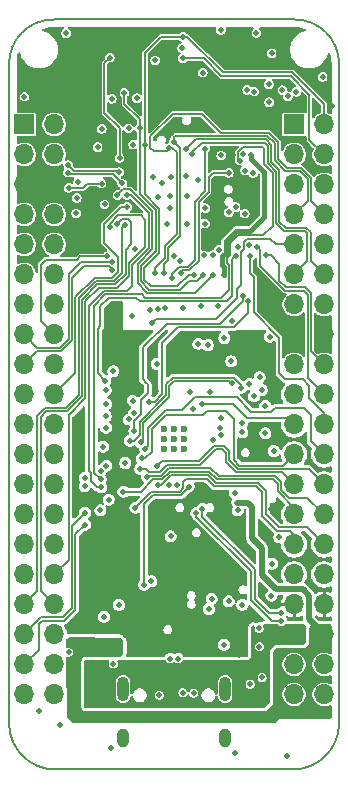
<source format=gbr>
%TF.GenerationSoftware,KiCad,Pcbnew,9.0.2*%
%TF.CreationDate,2025-05-14T22:05:17+05:30*%
%TF.ProjectId,pico2-ice,7069636f-322d-4696-9365-2e6b69636164,REV2*%
%TF.SameCoordinates,Original*%
%TF.FileFunction,Copper,L3,Inr*%
%TF.FilePolarity,Positive*%
%FSLAX46Y46*%
G04 Gerber Fmt 4.6, Leading zero omitted, Abs format (unit mm)*
G04 Created by KiCad (PCBNEW 9.0.2) date 2025-05-14 22:05:17*
%MOMM*%
%LPD*%
G01*
G04 APERTURE LIST*
%TA.AperFunction,ComponentPad*%
%ADD10O,1.000000X2.100000*%
%TD*%
%TA.AperFunction,ComponentPad*%
%ADD11O,1.000000X1.600000*%
%TD*%
%TA.AperFunction,ComponentPad*%
%ADD12R,1.700000X1.700000*%
%TD*%
%TA.AperFunction,ComponentPad*%
%ADD13O,1.700000X1.700000*%
%TD*%
%TA.AperFunction,HeatsinkPad*%
%ADD14C,0.600000*%
%TD*%
%TA.AperFunction,ViaPad*%
%ADD15C,0.508000*%
%TD*%
%TA.AperFunction,Conductor*%
%ADD16C,0.406400*%
%TD*%
%TA.AperFunction,Conductor*%
%ADD17C,0.152400*%
%TD*%
%TA.AperFunction,Conductor*%
%ADD18C,0.508000*%
%TD*%
%TA.AperFunction,Profile*%
%ADD19C,0.127000*%
%TD*%
G04 APERTURE END LIST*
D10*
X68070000Y-127807000D03*
D11*
X68070000Y-131987000D03*
D10*
X76710000Y-127807000D03*
D11*
X76710000Y-131987000D03*
D12*
X82550000Y-80010000D03*
D13*
X85090000Y-80010000D03*
X82550000Y-82550000D03*
X85090000Y-82550000D03*
X82550000Y-85090000D03*
X85090000Y-85090000D03*
X82550000Y-87630000D03*
X85090000Y-87630000D03*
X82550000Y-90170000D03*
X85090000Y-90170000D03*
X82550000Y-92710000D03*
X85090000Y-92710000D03*
X82550000Y-95250000D03*
X85090000Y-95250000D03*
X82550000Y-97790000D03*
X85090000Y-97790000D03*
X82550000Y-100330000D03*
X85090000Y-100330000D03*
X82550000Y-102870000D03*
X85090000Y-102870000D03*
X82550000Y-105410000D03*
X85090000Y-105410000D03*
X82550000Y-107950000D03*
X85090000Y-107950000D03*
X82550000Y-110490000D03*
X85090000Y-110490000D03*
X82550000Y-113030000D03*
X85090000Y-113030000D03*
X82550000Y-115570000D03*
X85090000Y-115570000D03*
X82550000Y-118110000D03*
X85090000Y-118110000D03*
X82550000Y-120650000D03*
X85090000Y-120650000D03*
X82550000Y-123190000D03*
X85090000Y-123190000D03*
X82550000Y-125730000D03*
X85090000Y-125730000D03*
X82550000Y-128270000D03*
X85090000Y-128270000D03*
D12*
X59690000Y-80010000D03*
D13*
X62230000Y-80010000D03*
X59690000Y-82550000D03*
X62230000Y-82550000D03*
X59690000Y-85090000D03*
X62230000Y-85090000D03*
X59690000Y-87630000D03*
X62230000Y-87630000D03*
X59690000Y-90170000D03*
X62230000Y-90170000D03*
X59690000Y-92710000D03*
X62230000Y-92710000D03*
X59690000Y-95250000D03*
X62230000Y-95250000D03*
X59690000Y-97790000D03*
X62230000Y-97790000D03*
X59690000Y-100330000D03*
X62230000Y-100330000D03*
X59690000Y-102870000D03*
X62230000Y-102870000D03*
X59690000Y-105410000D03*
X62230000Y-105410000D03*
X59690000Y-107950000D03*
X62230000Y-107950000D03*
X59690000Y-110490000D03*
X62230000Y-110490000D03*
X59690000Y-113030000D03*
X62230000Y-113030000D03*
X59690000Y-115570000D03*
X62230000Y-115570000D03*
X59690000Y-118110000D03*
X62230000Y-118110000D03*
X59690000Y-120650000D03*
X62230000Y-120650000D03*
X59690000Y-123190000D03*
X62230000Y-123190000D03*
X59690000Y-125730000D03*
X62230000Y-125730000D03*
X59690000Y-128270000D03*
X62230000Y-128270000D03*
D14*
X73240000Y-105830000D03*
X72390000Y-105830000D03*
X71540000Y-105830000D03*
X73240000Y-106680000D03*
X72390000Y-106680000D03*
X71540000Y-106680000D03*
X73240000Y-107530000D03*
X72390000Y-107530000D03*
X71540000Y-107530000D03*
D15*
X72070118Y-87079271D03*
X75041918Y-88400071D03*
X72070118Y-86037871D03*
X80121918Y-106154671D03*
X73441718Y-84386871D03*
X70800118Y-74582471D03*
X72120918Y-84437671D03*
X77556518Y-133231071D03*
X64267118Y-84867071D03*
X73162318Y-95537471D03*
X65923318Y-81923071D03*
X77555718Y-111189071D03*
X84973318Y-75979471D03*
X79080518Y-84107471D03*
X66869063Y-111774016D03*
X75041918Y-87089071D03*
X71003318Y-86164871D03*
X77785118Y-112682471D03*
X60944918Y-129675071D03*
X74635518Y-95410471D03*
X79613918Y-124214071D03*
X76134118Y-95410471D03*
X70596918Y-84437671D03*
X59725718Y-77655871D03*
X68834863Y-96268216D03*
X66609118Y-104706871D03*
X76388118Y-82634271D03*
X70927118Y-100289071D03*
X72095518Y-114892271D03*
X73517918Y-88400071D03*
X67040918Y-132773871D03*
X73467118Y-86063271D03*
X63455718Y-124689071D03*
X71384318Y-84996471D03*
X79588518Y-122664671D03*
X74432318Y-84691671D03*
X74838718Y-75623871D03*
X63255718Y-72289071D03*
X82738118Y-77249471D03*
X78267718Y-82507271D03*
X62773718Y-130894271D03*
X70455718Y-118689071D03*
X71765318Y-88400071D03*
X80121918Y-103817871D03*
X66455718Y-121689071D03*
X79359918Y-72245671D03*
X66507518Y-86774471D03*
X66155718Y-112689071D03*
X67255718Y-100896871D03*
X73955718Y-104089071D03*
X78739918Y-90189071D03*
X71638318Y-95512071D03*
X67255718Y-125689071D03*
X68539518Y-80348271D03*
X78826518Y-127389071D03*
X69112140Y-90559071D03*
X81976118Y-133485071D03*
X65135918Y-118295871D03*
X64678718Y-117584671D03*
X78369318Y-97772671D03*
X78896664Y-82594767D03*
X76598518Y-92789071D03*
X66050318Y-118295871D03*
X65567718Y-119007071D03*
X68336318Y-106103871D03*
X64678718Y-119007071D03*
X68260118Y-109507471D03*
X67142518Y-95232671D03*
X77912118Y-124950671D03*
X79156718Y-106129271D03*
X70855718Y-102598671D03*
X79410718Y-97874271D03*
X80629918Y-112580871D03*
X72120918Y-112453871D03*
X79156718Y-103767071D03*
X68336318Y-103741671D03*
X77404118Y-114968471D03*
X73441718Y-116365471D03*
X65567718Y-117584671D03*
X64323118Y-121826471D03*
X74719120Y-100240648D03*
X77404118Y-114130271D03*
X68412518Y-112352271D03*
X80858518Y-107653271D03*
X66380518Y-107280000D03*
X80629918Y-119896071D03*
X79842518Y-126830271D03*
X67726718Y-120683471D03*
X75676918Y-106688071D03*
X75575318Y-120175471D03*
X75346718Y-121039071D03*
X76337318Y-106332471D03*
X76616718Y-124061671D03*
X78166118Y-106078471D03*
X77010418Y-120391371D03*
X78166118Y-120683471D03*
X76311918Y-105672071D03*
X78166118Y-105265671D03*
X72065515Y-125255471D03*
X73136918Y-128125671D03*
X72714485Y-125255471D03*
X78394718Y-87561871D03*
X64170718Y-86215671D03*
X64094518Y-87536471D03*
X73086118Y-73541071D03*
X68253060Y-108677334D03*
X77606231Y-91138196D03*
X66583718Y-101709671D03*
X77226318Y-100058671D03*
X69479318Y-80348271D03*
X68183918Y-77325671D03*
X74838718Y-92743471D03*
X73136918Y-74404671D03*
X77759718Y-112022071D03*
X67726718Y-123960071D03*
X67091718Y-123960071D03*
X66278918Y-80373671D03*
X68006118Y-84999071D03*
X63408718Y-84082071D03*
X73238518Y-75279703D03*
X63637318Y-80475271D03*
X84363718Y-78417871D03*
X82331718Y-78392471D03*
X63992918Y-88552471D03*
X64602518Y-79611671D03*
X79805718Y-94839071D03*
X78089918Y-80221271D03*
X77378718Y-83523271D03*
X85760718Y-78417871D03*
X77658118Y-72017071D03*
X77353318Y-82583471D03*
X74421647Y-79677553D03*
X63815118Y-77427271D03*
X83322318Y-78392471D03*
X79944118Y-74684071D03*
X77015047Y-88110353D03*
X73162318Y-72601271D03*
X74102118Y-92743471D03*
X75422918Y-102649471D03*
X69936518Y-81770671D03*
X67117118Y-77833671D03*
X78400508Y-83910061D03*
X70555718Y-96789071D03*
X66177318Y-110066271D03*
X77937518Y-83066071D03*
X73921718Y-82510712D03*
X69019118Y-105989071D03*
X78200283Y-94502188D03*
X66634518Y-103690871D03*
X72374918Y-81465871D03*
X71511318Y-92591071D03*
X72959118Y-92591071D03*
X68996718Y-104478272D03*
X77023118Y-84107471D03*
X75016518Y-82050071D03*
X68539518Y-104986271D03*
X72197118Y-92972071D03*
X70298518Y-103489071D03*
X78686712Y-94931440D03*
X73416318Y-82126271D03*
X70800118Y-92589071D03*
X66634518Y-105672071D03*
X71987008Y-82017761D03*
X69655718Y-108289071D03*
X69530118Y-109177271D03*
X68107245Y-111107671D03*
X69123718Y-112453871D03*
X69955718Y-107489071D03*
X70927118Y-108948671D03*
X70132800Y-109888471D03*
X71047200Y-110523471D03*
X66939318Y-88704871D03*
X68260118Y-88501671D03*
X67574318Y-88425471D03*
X68412518Y-86991071D03*
X66253518Y-85021871D03*
X64824208Y-109932361D03*
X63459518Y-85377471D03*
X66659918Y-108897871D03*
X67746328Y-84037061D03*
X63434118Y-83447071D03*
X66177318Y-109380471D03*
X64831118Y-110625071D03*
X77607318Y-87003071D03*
X77023118Y-87460271D03*
X77825518Y-90389071D03*
X76167908Y-90635271D03*
X74940318Y-91092471D03*
X67157990Y-91643277D03*
X72933718Y-91600471D03*
X72425718Y-91168671D03*
X66736118Y-91168671D03*
X71130318Y-128328871D03*
X74051318Y-128151071D03*
X74787918Y-103665471D03*
X73619518Y-110675871D03*
X69860318Y-118981671D03*
X82026918Y-77630471D03*
X79156718Y-103030471D03*
X80452118Y-78113071D03*
X80502918Y-97975872D03*
X79817118Y-102497071D03*
X81569718Y-77097071D03*
X80706118Y-117203671D03*
X76362718Y-72009000D03*
X68412518Y-85961671D03*
X66228118Y-110726671D03*
X78855718Y-91189071D03*
X79193328Y-77226681D03*
X79455718Y-90389071D03*
X78577536Y-77071670D03*
X80136718Y-91089071D03*
X80426718Y-76614471D03*
X65694718Y-129090871D03*
X79893318Y-128862271D03*
X76235718Y-125636471D03*
X69860318Y-125585671D03*
X69250718Y-77782871D03*
X68917118Y-81723271D03*
X75702318Y-91067071D03*
X67167918Y-92311671D03*
X78089918Y-102293871D03*
X64855718Y-112889071D03*
X68655718Y-106789071D03*
X77305718Y-96639071D03*
X66964718Y-74353871D03*
X67777518Y-82837471D03*
X76642118Y-98089071D03*
X77277118Y-101938271D03*
X64855718Y-113889071D03*
X69555718Y-106889071D03*
X72628370Y-110549907D03*
X80655718Y-73989071D03*
X71993918Y-110523471D03*
X79639318Y-101404871D03*
X74279918Y-112911071D03*
X81468118Y-122080471D03*
X81468118Y-121394671D03*
X74792362Y-112528878D03*
X70355718Y-95689071D03*
X74455718Y-98589071D03*
X75255718Y-98689071D03*
X71021578Y-95663258D03*
X76337318Y-104884671D03*
X66609118Y-102522471D03*
X78775718Y-101989071D03*
X73746518Y-102649471D03*
X81290318Y-114968471D03*
X68895118Y-103389071D03*
X67599718Y-85987071D03*
X75651518Y-92794271D03*
D16*
X76455718Y-91889071D02*
X76649318Y-92082671D01*
X80020318Y-87824471D02*
X78841518Y-89003271D01*
X76755718Y-89884556D02*
X76755718Y-90289071D01*
X76752108Y-90292681D02*
X76752108Y-90877255D01*
X78896664Y-82933017D02*
X80020318Y-84056671D01*
X80020318Y-84056671D02*
X80020318Y-87824471D01*
X76649318Y-92789071D02*
X76598518Y-92789071D01*
X78896664Y-82594767D02*
X78896664Y-82933017D01*
X76455718Y-91173645D02*
X76455718Y-91889071D01*
X78841518Y-89003271D02*
X77637003Y-89003271D01*
X76649318Y-92082671D02*
X76649318Y-92789071D01*
X76752108Y-90877255D02*
X76455718Y-91173645D01*
X76755718Y-90289071D02*
X76752108Y-90292681D01*
X77637003Y-89003271D02*
X76755718Y-89884556D01*
D17*
X77335118Y-94509671D02*
X77335118Y-91409309D01*
X77335118Y-91409309D02*
X77606231Y-91138196D01*
X76891518Y-94953271D02*
X77335118Y-94509671D01*
X66876318Y-94668471D02*
X69183250Y-94668471D01*
X66583718Y-101709671D02*
X65955718Y-101081671D01*
X69468050Y-94953271D02*
X76891518Y-94953271D01*
X66155718Y-97089071D02*
X66155718Y-95389071D01*
X65955718Y-97289071D02*
X66155718Y-97089071D01*
X69183250Y-94668471D02*
X69468050Y-94953271D01*
X66155718Y-95389071D02*
X66876318Y-94668471D01*
X65955718Y-101081671D02*
X65955718Y-97289071D01*
X69479318Y-85922139D02*
X69479318Y-80348271D01*
X70303386Y-93988071D02*
X69606318Y-93291003D01*
X73619518Y-93251471D02*
X72882918Y-93988071D01*
X69479318Y-80348271D02*
X69479318Y-79560871D01*
X68183918Y-77325671D02*
X68183918Y-78265471D01*
X69606318Y-91956071D02*
X70825518Y-90736871D01*
X83853471Y-81313471D02*
X85090000Y-82550000D01*
X69606318Y-93291003D02*
X69606318Y-91956071D01*
X83853471Y-78036871D02*
X83853471Y-81313471D01*
X83853471Y-77501224D02*
X82255518Y-75903271D01*
X72882918Y-93988071D02*
X70303386Y-93988071D01*
X74889518Y-74404671D02*
X73136918Y-74404671D01*
X83853471Y-78036871D02*
X83853471Y-77501224D01*
X82255518Y-75903271D02*
X76388118Y-75903271D01*
X69479318Y-79560871D02*
X68183918Y-78265471D01*
X70825518Y-90736871D02*
X70825518Y-87268339D01*
X76388118Y-75903271D02*
X74889518Y-74404671D01*
X74330718Y-93251471D02*
X73619518Y-93251471D01*
X74838718Y-92743471D02*
X74330718Y-93251471D01*
X70825518Y-87268339D02*
X69479318Y-85922139D01*
D18*
X81036318Y-119362671D02*
X83271518Y-119362671D01*
X79867918Y-115908271D02*
X79867918Y-118194271D01*
X79004318Y-115044671D02*
X79867918Y-115908271D01*
X79004318Y-112377671D02*
X79004318Y-115044671D01*
X83804918Y-119896071D02*
X83804918Y-121904918D01*
X83804918Y-121904918D02*
X85090000Y-123190000D01*
X77759718Y-112022071D02*
X78648718Y-112022071D01*
X78648718Y-112022071D02*
X79004318Y-112377671D01*
X83271518Y-119362671D02*
X83804918Y-119896071D01*
X79867918Y-118194271D02*
X81036318Y-119362671D01*
D17*
X66177318Y-84234471D02*
X63561118Y-84234471D01*
X63561118Y-84234471D02*
X63408718Y-84082071D01*
X68006118Y-84999071D02*
X67241518Y-84234471D01*
X67241518Y-84234471D02*
X66177318Y-84234471D01*
X69936518Y-81770671D02*
X69936518Y-84844071D01*
X73619518Y-92743471D02*
X74102118Y-92743471D01*
X69885718Y-93175271D02*
X70419118Y-93708671D01*
X69936518Y-73922071D02*
X71257318Y-72601271D01*
X69885718Y-92159271D02*
X69885718Y-93175271D01*
X82382518Y-75598471D02*
X76515118Y-75598471D01*
X69936518Y-81770671D02*
X69936518Y-73922071D01*
X71257318Y-72601271D02*
X73162318Y-72601271D01*
X71155718Y-90889271D02*
X69885718Y-92159271D01*
X71155718Y-87130071D02*
X71155718Y-90889271D01*
X85090000Y-78305953D02*
X82382518Y-75598471D01*
X69936518Y-84844071D02*
X69936518Y-85910871D01*
X70419118Y-93708671D02*
X72654318Y-93708671D01*
X72654318Y-93708671D02*
X73619518Y-92743471D01*
X85090000Y-80010000D02*
X85090000Y-78305953D01*
X73517918Y-72601271D02*
X73162318Y-72601271D01*
X76515118Y-75598471D02*
X73517918Y-72601271D01*
X69936518Y-85910871D02*
X71155718Y-87130071D01*
X78282718Y-90578450D02*
X78282718Y-89988771D01*
X70555718Y-96789071D02*
X70855718Y-96489071D01*
X78055718Y-90805450D02*
X78282718Y-90578450D01*
X77743083Y-93901706D02*
X78063431Y-93581358D01*
X78055718Y-90941104D02*
X78055718Y-90805450D01*
X78063431Y-93581358D02*
X78063431Y-90948817D01*
X80555718Y-89689071D02*
X81036647Y-90170000D01*
X78063431Y-90948817D02*
X78055718Y-90941104D01*
X77743083Y-94691567D02*
X77743083Y-93901706D01*
X75945579Y-96489071D02*
X77743083Y-94691567D01*
X81036647Y-90170000D02*
X82550000Y-90170000D01*
X70855718Y-96489071D02*
X75945579Y-96489071D01*
X78582418Y-89689071D02*
X80555718Y-89689071D01*
X78282718Y-89988771D02*
X78582418Y-89689071D01*
X77937518Y-83066071D02*
X77810518Y-82939071D01*
X77810518Y-82939071D02*
X77810518Y-82317892D01*
X76862118Y-91341981D02*
X76862118Y-91720735D01*
X65605818Y-109494771D02*
X66177318Y-110066271D01*
X77162118Y-90457407D02*
X77158508Y-90461017D01*
X77055718Y-93989071D02*
X76370918Y-94673871D01*
X79855718Y-81889071D02*
X79994918Y-82028271D01*
X77810518Y-82317892D02*
X78239339Y-81889071D01*
X77055718Y-91914335D02*
X77055718Y-93989071D01*
X80756918Y-84132871D02*
X80756918Y-88587871D01*
X77158508Y-90461017D02*
X77158508Y-91045591D01*
X76862118Y-91720735D02*
X77055718Y-91914335D01*
X78239339Y-81889071D02*
X79855718Y-81889071D01*
X76370918Y-94673871D02*
X69955718Y-94673871D01*
X65605818Y-95338971D02*
X65605818Y-109494771D01*
X69955718Y-94673871D02*
X69667918Y-94386071D01*
X77162118Y-90052893D02*
X77162118Y-90457407D01*
X69667918Y-94386071D02*
X66558718Y-94386071D01*
X79994918Y-83370871D02*
X80756918Y-84132871D01*
X66558718Y-94386071D02*
X65605818Y-95338971D01*
X79994918Y-82028271D02*
X79994918Y-83370871D01*
X77805339Y-89409671D02*
X77162118Y-90052893D01*
X80756918Y-88587871D02*
X79935118Y-89409671D01*
X77158508Y-91045591D02*
X76862118Y-91341981D01*
X79935118Y-89409671D02*
X77805339Y-89409671D01*
X73921718Y-82510712D02*
X73921718Y-82382871D01*
X71755718Y-96889071D02*
X76255718Y-96889071D01*
X70165118Y-102761182D02*
X70165118Y-101998471D01*
X80330752Y-81815837D02*
X80330752Y-83289037D01*
X80082386Y-81567471D02*
X80330752Y-81815837D01*
X81036318Y-83994603D02*
X81036318Y-88349271D01*
X80330752Y-83289037D02*
X81036318Y-83994603D01*
X70165118Y-101998471D02*
X70051941Y-101885294D01*
X81036318Y-88349271D02*
X81722118Y-89035071D01*
X69755718Y-101593292D02*
X69755718Y-98889071D01*
X83474718Y-89035071D02*
X83677918Y-89238271D01*
X69580918Y-104540650D02*
X69580918Y-103345382D01*
X81722118Y-89035071D02*
X83474718Y-89035071D01*
X78200283Y-94944506D02*
X78200283Y-94502188D01*
X83677918Y-91582082D02*
X82550000Y-92710000D01*
X69755718Y-98889071D02*
X71755718Y-96889071D01*
X69019118Y-105989071D02*
X69019118Y-105102450D01*
X69580918Y-103345382D02*
X70165118Y-102761182D01*
X70051941Y-101889515D02*
X69755718Y-101593292D01*
X69019118Y-105102450D02*
X69580918Y-104540650D01*
X73921718Y-82382871D02*
X74737118Y-81567471D01*
X74737118Y-81567471D02*
X80082386Y-81567471D01*
X83677918Y-89238271D02*
X83677918Y-91582082D01*
X76255718Y-96889071D02*
X78200283Y-94944506D01*
X72476518Y-80983271D02*
X80299718Y-80983271D01*
X80299718Y-80983271D02*
X80909318Y-81592871D01*
X83017518Y-83955071D02*
X83703318Y-84640871D01*
X80909318Y-83040671D02*
X81823718Y-83955071D01*
X71511318Y-92591071D02*
X71511318Y-91829071D01*
X83703318Y-84640871D02*
X83703318Y-86476682D01*
X71866918Y-90457471D02*
X72882918Y-89441471D01*
X71866918Y-91473471D02*
X71866918Y-90457471D01*
X83703318Y-86476682D02*
X82550000Y-87630000D01*
X72374918Y-81084871D02*
X72476518Y-80983271D01*
X80909318Y-81592871D02*
X80909318Y-83040671D01*
X81823718Y-83955071D02*
X83017518Y-83955071D01*
X72882918Y-89441471D02*
X72882918Y-81973871D01*
X72374918Y-81465871D02*
X72374918Y-81084871D01*
X72882918Y-81973871D02*
X72374918Y-81465871D01*
X71511318Y-91829071D02*
X71866918Y-91473471D01*
X75702318Y-84107471D02*
X77023118Y-84107471D01*
X73187718Y-92362471D02*
X73684450Y-92362471D01*
X75321318Y-84488471D02*
X75702318Y-84107471D01*
X74483118Y-86585403D02*
X75321318Y-85747203D01*
X75321318Y-85747203D02*
X75321318Y-84488471D01*
X74483118Y-91563803D02*
X74483118Y-86585403D01*
X72959118Y-92591071D02*
X73187718Y-92362471D01*
X73684450Y-92362471D02*
X74483118Y-91563803D01*
X73568718Y-92083071D02*
X74127518Y-91524271D01*
X72197118Y-92706492D02*
X72820539Y-92083071D01*
X74127518Y-91524271D02*
X74127518Y-90127271D01*
X75016518Y-85656871D02*
X75016518Y-82050071D01*
X72197118Y-92972071D02*
X72197118Y-92706492D01*
X72820539Y-92083071D02*
X73568718Y-92083071D01*
X74127518Y-86545871D02*
X75016518Y-85656871D01*
X74127518Y-90127271D02*
X74127518Y-86545871D01*
X83957318Y-91577318D02*
X85090000Y-92710000D01*
X81837850Y-88755671D02*
X83601718Y-88755671D01*
X71384318Y-102852982D02*
X71384318Y-98534671D01*
X78686712Y-95931277D02*
X78686712Y-94931440D01*
X83601718Y-88755671D02*
X83957318Y-89111271D01*
X72750518Y-97168471D02*
X77449518Y-97168471D01*
X74279918Y-81262671D02*
X80172718Y-81262671D01*
X80629918Y-81719871D02*
X80629918Y-83193071D01*
X80629918Y-83193071D02*
X81315718Y-83878871D01*
X81315718Y-83878871D02*
X81315718Y-88233539D01*
X71384318Y-98534671D02*
X72750518Y-97168471D01*
X77449518Y-97168471D02*
X78686712Y-95931277D01*
X70298518Y-103489071D02*
X70748229Y-103489071D01*
X73416318Y-82126271D02*
X74279918Y-81262671D01*
X80172718Y-81262671D02*
X80629918Y-81719871D01*
X70748229Y-103489071D02*
X71384318Y-102852982D01*
X83957318Y-89111271D02*
X83957318Y-91577318D01*
X81315718Y-88233539D02*
X81837850Y-88755671D01*
X70393718Y-81985450D02*
X70393718Y-81008671D01*
X71587518Y-91346471D02*
X71587518Y-90279671D01*
X83133250Y-83675671D02*
X83982718Y-84525139D01*
X72603518Y-82380271D02*
X72241008Y-82017761D01*
X76337318Y-80703871D02*
X80426718Y-80703871D01*
X80426718Y-80703871D02*
X81188718Y-81465871D01*
X72273318Y-79129071D02*
X74762518Y-79129071D01*
X70800118Y-92133871D02*
X71587518Y-91346471D01*
X81950718Y-83675671D02*
X83133250Y-83675671D01*
X83982718Y-86522718D02*
X85090000Y-87630000D01*
X72241008Y-82017761D02*
X71987008Y-82017761D01*
X74762518Y-79129071D02*
X76337318Y-80703871D01*
X70800118Y-92589071D02*
X70800118Y-92133871D01*
X81188718Y-82913671D02*
X81950718Y-83675671D01*
X71987008Y-82017761D02*
X71751498Y-82253271D01*
X72603518Y-89263671D02*
X72603518Y-82380271D01*
X83982718Y-84525139D02*
X83982718Y-86522718D01*
X81188718Y-81465871D02*
X81188718Y-82913671D01*
X71751498Y-82253271D02*
X70661539Y-82253271D01*
X70661539Y-82253271D02*
X70393718Y-81985450D01*
X70393718Y-81008671D02*
X72273318Y-79129071D01*
X71587518Y-90279671D02*
X72603518Y-89263671D01*
X77912118Y-108897871D02*
X81602129Y-108897871D01*
X77429518Y-104910071D02*
X77429518Y-108415271D01*
X81602129Y-108897871D02*
X82550000Y-107950000D01*
X70495318Y-107749471D02*
X70495318Y-105796050D01*
X69955718Y-108289071D02*
X70495318Y-107749471D01*
X69655718Y-108289071D02*
X69955718Y-108289071D01*
X75155718Y-104275071D02*
X76794518Y-104275071D01*
X76794518Y-104275071D02*
X77429518Y-104910071D01*
X77429518Y-108415271D02*
X77912118Y-108897871D01*
X71629007Y-104662360D02*
X71679007Y-104612360D01*
X74818429Y-104612360D02*
X75155718Y-104275071D01*
X70495318Y-105796050D02*
X71629007Y-104662360D01*
X71679007Y-104612360D02*
X74818429Y-104612360D01*
X82550000Y-110490000D02*
X81516671Y-109456671D01*
X75908074Y-107498315D02*
X74584718Y-108821671D01*
X76769118Y-108567671D02*
X76769118Y-107805671D01*
X71181118Y-109431271D02*
X70292118Y-109431271D01*
X70038118Y-109177271D02*
X69530118Y-109177271D01*
X76769118Y-107805671D02*
X76461762Y-107498315D01*
X81516671Y-109456671D02*
X77658118Y-109456671D01*
X70292118Y-109431271D02*
X70038118Y-109177271D01*
X77658118Y-109456671D02*
X76769118Y-108567671D01*
X74584718Y-108821671D02*
X71790718Y-108821671D01*
X71790718Y-108821671D02*
X71181118Y-109431271D01*
X76461762Y-107498315D02*
X75908074Y-107498315D01*
X81163318Y-111071003D02*
X81163318Y-110421871D01*
X80807718Y-110066271D02*
X76032518Y-110066271D01*
X71384318Y-110066271D02*
X70647718Y-110066271D01*
X81163318Y-110421871D02*
X80807718Y-110066271D01*
X69606318Y-111107671D02*
X68107245Y-111107671D01*
X76032518Y-110066271D02*
X75372118Y-109405871D01*
X75372118Y-109405871D02*
X72044718Y-109405871D01*
X70647718Y-110066271D02*
X69606318Y-111107671D01*
X82550000Y-113030000D02*
X82550000Y-112457685D01*
X72044718Y-109405871D02*
X71384318Y-110066271D01*
X82550000Y-112457685D02*
X81163318Y-111071003D01*
X82179318Y-114409671D02*
X81137918Y-114409671D01*
X72857518Y-111107671D02*
X70469918Y-111107671D01*
X82550000Y-115570000D02*
X82550000Y-114780353D01*
X75143518Y-109990071D02*
X73441718Y-109990071D01*
X79867918Y-113139671D02*
X79867918Y-111147203D01*
X73162318Y-110269471D02*
X73162318Y-110802871D01*
X73162318Y-110802871D02*
X72857518Y-111107671D01*
X81137918Y-114409671D02*
X79867918Y-113139671D01*
X82550000Y-114780353D02*
X82179318Y-114409671D01*
X73441718Y-109990071D02*
X73162318Y-110269471D01*
X79867918Y-111147203D02*
X79345786Y-110625071D01*
X75778518Y-110625071D02*
X75143518Y-109990071D01*
X70469918Y-111107671D02*
X69123718Y-112453871D01*
X79345786Y-110625071D02*
X75778518Y-110625071D01*
X83373118Y-103995671D02*
X80946297Y-103995671D01*
X80946297Y-103995671D02*
X80616097Y-104325871D01*
X70200150Y-107244639D02*
X69955718Y-107489071D01*
X77683518Y-103106671D02*
X74138118Y-103106671D01*
X78902718Y-104325871D02*
X77683518Y-103106671D01*
X83982718Y-106842718D02*
X83982718Y-104605271D01*
X85090000Y-107950000D02*
X83982718Y-106842718D01*
X83982718Y-104605271D02*
X83373118Y-103995671D01*
X71707164Y-104189071D02*
X70200150Y-105696085D01*
X70200150Y-105696085D02*
X70200150Y-107244639D01*
X73055718Y-104189071D02*
X71707164Y-104189071D01*
X74138118Y-103106671D02*
X73055718Y-104189071D01*
X80616097Y-104325871D02*
X78902718Y-104325871D01*
X74494386Y-108516871D02*
X74590352Y-108420905D01*
X74590352Y-108420905D02*
X75792342Y-107218915D01*
X77048518Y-107689939D02*
X77048518Y-108451939D01*
X71358918Y-108516871D02*
X74494386Y-108516871D01*
X77048518Y-108451939D02*
X77773850Y-109177271D01*
X83777271Y-109177271D02*
X85090000Y-110490000D01*
X75792342Y-107218915D02*
X76577494Y-107218915D01*
X76577494Y-107218915D02*
X77048518Y-107689939D01*
X70927118Y-108948671D02*
X71358918Y-108516871D01*
X77773850Y-109177271D02*
X83777271Y-109177271D01*
X70234400Y-109786871D02*
X71257318Y-109786871D01*
X81442718Y-110955271D02*
X82103118Y-111615671D01*
X80934718Y-109786871D02*
X81442718Y-110294871D01*
X76159518Y-109786871D02*
X80934718Y-109786871D01*
X71943118Y-109101071D02*
X75473718Y-109101071D01*
X82103118Y-111615671D02*
X83675671Y-111615671D01*
X81442718Y-110294871D02*
X81442718Y-110955271D01*
X70132800Y-109888471D02*
X70234400Y-109786871D01*
X75473718Y-109101071D02*
X76159518Y-109786871D01*
X71257318Y-109786871D02*
X71943118Y-109101071D01*
X83675671Y-111615671D02*
X85090000Y-113030000D01*
X81264918Y-114130271D02*
X80147318Y-113012671D01*
X85090000Y-115570000D02*
X83650271Y-114130271D01*
X72160450Y-109685271D02*
X71322250Y-110523471D01*
X75905518Y-110345671D02*
X75245118Y-109685271D01*
X79461518Y-110345671D02*
X75905518Y-110345671D01*
X83650271Y-114130271D02*
X81264918Y-114130271D01*
X80147318Y-111031471D02*
X79461518Y-110345671D01*
X80147318Y-113012671D02*
X80147318Y-111031471D01*
X75245118Y-109685271D02*
X72160450Y-109685271D01*
X71322250Y-110523471D02*
X71047200Y-110523471D01*
X69961918Y-88095271D02*
X69580918Y-87714271D01*
X66939318Y-88413892D02*
X66939318Y-88704871D01*
X63459518Y-104630671D02*
X64881918Y-103208271D01*
X66017518Y-93827271D02*
X67546050Y-93827271D01*
X67638939Y-87714271D02*
X66939318Y-88413892D01*
X68564918Y-92808403D02*
X68564918Y-91752871D01*
X67546050Y-93827271D02*
X68564918Y-92808403D01*
X64881918Y-103208271D02*
X64881918Y-94962871D01*
X69580918Y-87714271D02*
X67638939Y-87714271D01*
X62230000Y-118110000D02*
X63459518Y-116880482D01*
X69961918Y-90355871D02*
X69961918Y-88095271D01*
X68564918Y-91752871D02*
X69961918Y-90355871D01*
X63459518Y-116880482D02*
X63459518Y-104630671D01*
X64881918Y-94962871D02*
X66017518Y-93827271D01*
X65771450Y-93268471D02*
X67266650Y-93268471D01*
X60817918Y-119522082D02*
X60817918Y-104667339D01*
X59690000Y-120650000D02*
X60817918Y-119522082D01*
X67955318Y-92579803D02*
X67955318Y-88806471D01*
X61464186Y-104021071D02*
X63205518Y-104021071D01*
X67955318Y-88806471D02*
X68260118Y-88501671D01*
X63205518Y-104021071D02*
X64323118Y-102903471D01*
X64323118Y-102903471D02*
X64323118Y-94716803D01*
X60817918Y-104667339D02*
X61464186Y-104021071D01*
X67266650Y-93268471D02*
X67955318Y-92579803D01*
X64323118Y-94716803D02*
X65771450Y-93268471D01*
X61097318Y-119517318D02*
X61097318Y-104783071D01*
X68742718Y-90141092D02*
X68742718Y-88273071D01*
X63321250Y-104300471D02*
X64602518Y-103019203D01*
X61579918Y-104300471D02*
X63321250Y-104300471D01*
X62230000Y-120650000D02*
X61097318Y-119517318D01*
X67430318Y-93547871D02*
X68285518Y-92692671D01*
X68742718Y-88273071D02*
X68488718Y-88019071D01*
X68285518Y-92692671D02*
X68285518Y-90598292D01*
X61097318Y-104783071D02*
X61579918Y-104300471D01*
X68285518Y-90598292D02*
X68742718Y-90141092D01*
X67980718Y-88019071D02*
X67574318Y-88425471D01*
X64602518Y-103019203D02*
X64602518Y-94832535D01*
X64602518Y-94832535D02*
X65887182Y-93547871D01*
X68488718Y-88019071D02*
X67980718Y-88019071D01*
X65887182Y-93547871D02*
X67430318Y-93547871D01*
X66456718Y-90025671D02*
X66456718Y-88425471D01*
X67891118Y-86991071D02*
X68412518Y-86991071D01*
X62230000Y-102870000D02*
X64043718Y-101056282D01*
X65655718Y-92989071D02*
X67150918Y-92989071D01*
X67650518Y-92489471D02*
X67650518Y-91219471D01*
X64043718Y-94601071D02*
X65655718Y-92989071D01*
X67650518Y-91219471D02*
X66456718Y-90025671D01*
X64043718Y-101056282D02*
X64043718Y-94601071D01*
X66456718Y-88425471D02*
X67891118Y-86991071D01*
X67150918Y-92989071D02*
X67650518Y-92489471D01*
X64704118Y-85377471D02*
X63459518Y-85377471D01*
X66253518Y-85021871D02*
X65059718Y-85021871D01*
X65059718Y-85021871D02*
X64704118Y-85377471D01*
X67664338Y-83955071D02*
X67746328Y-84037061D01*
X66583718Y-83955071D02*
X67664338Y-83955071D01*
X66583718Y-83955071D02*
X65897918Y-83955071D01*
X65897918Y-83955071D02*
X63942118Y-83955071D01*
X63942118Y-83955071D02*
X63434118Y-83447071D01*
X64483512Y-91643277D02*
X63459518Y-92667271D01*
X63459518Y-98153671D02*
X62697518Y-98915671D01*
X60815671Y-98915671D02*
X59690000Y-97790000D01*
X62697518Y-98915671D02*
X60815671Y-98915671D01*
X67157990Y-91643277D02*
X64483512Y-91643277D01*
X63459518Y-92667271D02*
X63459518Y-98153671D01*
X64170718Y-91448071D02*
X64450118Y-91168671D01*
X61097318Y-91879871D02*
X61529118Y-91448071D01*
X62230000Y-97790000D02*
X61097318Y-96657318D01*
X64450118Y-91168671D02*
X66736118Y-91168671D01*
X61097318Y-96657318D02*
X61097318Y-91879871D01*
X61529118Y-91448071D02*
X64170718Y-91448071D01*
X77353318Y-103665471D02*
X74787918Y-103665471D01*
X73619518Y-110740803D02*
X73619518Y-110675871D01*
X70596918Y-111412471D02*
X72947850Y-111412471D01*
X78572518Y-104884671D02*
X77353318Y-103665471D01*
X82024671Y-104884671D02*
X78572518Y-104884671D01*
X69860318Y-112149071D02*
X70596918Y-111412471D01*
X69860318Y-118981671D02*
X69860318Y-112149071D01*
X72947850Y-111412471D02*
X73619518Y-110740803D01*
X82550000Y-105410000D02*
X82024671Y-104884671D01*
X66438118Y-94106671D02*
X68438118Y-94106671D01*
X68844318Y-92785250D02*
X68844318Y-91868603D01*
X68844321Y-92924128D02*
X68844318Y-92785250D01*
X65847118Y-110726671D02*
X65326418Y-110205971D01*
X65161318Y-109329671D02*
X65161318Y-95383471D01*
X65326418Y-109494771D02*
X65161318Y-109329671D01*
X65161318Y-95383471D02*
X66438118Y-94106671D01*
X70241318Y-90471603D02*
X70241318Y-87485671D01*
X68844318Y-91868603D02*
X70241318Y-90471603D01*
X65326418Y-110205971D02*
X65326418Y-109494771D01*
X70241318Y-87485671D02*
X68717318Y-85961671D01*
X66228118Y-110726671D02*
X65847118Y-110726671D01*
X68717318Y-85961671D02*
X68412518Y-85961671D01*
X68438118Y-94106671D02*
X68844321Y-93700468D01*
X68844321Y-93700468D02*
X68844321Y-92924128D01*
X81823718Y-101582671D02*
X83271518Y-101582671D01*
X83855718Y-102166871D02*
X83855718Y-103182871D01*
X81315718Y-98049071D02*
X81315718Y-101074671D01*
X78855718Y-91189071D02*
X78855718Y-92608693D01*
X79143912Y-95877265D02*
X81315718Y-98049071D01*
X85090000Y-104417153D02*
X85090000Y-105410000D01*
X79143912Y-92896887D02*
X79143912Y-95877265D01*
X83271518Y-101582671D02*
X83855718Y-102166871D01*
X81315718Y-101074671D02*
X81823718Y-101582671D01*
X78855718Y-92608693D02*
X79143912Y-92896887D01*
X83855718Y-103182871D02*
X85090000Y-104417153D01*
X83703318Y-94408603D02*
X83703318Y-101483318D01*
X79655718Y-91961203D02*
X81784186Y-94089671D01*
X83703318Y-101483318D02*
X85090000Y-102870000D01*
X81784186Y-94089671D02*
X83384386Y-94089671D01*
X79455718Y-90389071D02*
X79655718Y-90589071D01*
X79655718Y-90589071D02*
X79655718Y-91961203D01*
X83384386Y-94089671D02*
X83703318Y-94408603D01*
X83500118Y-93810271D02*
X83982718Y-94292871D01*
X81315718Y-92006871D02*
X81315718Y-93226071D01*
X81315718Y-93226071D02*
X81899918Y-93810271D01*
X81315718Y-91840339D02*
X81315718Y-92006871D01*
X83982718Y-94292871D02*
X83982718Y-99222718D01*
X80136718Y-91089071D02*
X80564450Y-91089071D01*
X83982718Y-99222718D02*
X85090000Y-100330000D01*
X81899918Y-93810271D02*
X83500118Y-93810271D01*
X81315718Y-91829071D02*
X81315718Y-92006871D01*
X80564450Y-91089071D02*
X81315718Y-91840339D01*
X63764318Y-98244003D02*
X62813250Y-99195071D01*
X62813250Y-99195071D02*
X60824929Y-99195071D01*
X60824929Y-99195071D02*
X59690000Y-100330000D01*
X64729518Y-92032271D02*
X63764318Y-92997471D01*
X66888518Y-92032271D02*
X64729518Y-92032271D01*
X67167918Y-92311671D02*
X66888518Y-92032271D01*
X63764318Y-92997471D02*
X63764318Y-98244003D01*
X69009139Y-106789071D02*
X68655718Y-106789071D01*
X71714518Y-102928871D02*
X69476318Y-105167071D01*
X77441097Y-101455671D02*
X72273318Y-101455671D01*
X72273318Y-101455671D02*
X71714518Y-102014471D01*
X62951518Y-121750271D02*
X63738918Y-120962871D01*
X71714518Y-102014471D02*
X71714518Y-102928871D01*
X69476318Y-106321892D02*
X69009139Y-106789071D01*
X61129729Y-121750271D02*
X62951518Y-121750271D01*
X69476318Y-105167071D02*
X69476318Y-106321892D01*
X78089918Y-102293871D02*
X78089918Y-102104492D01*
X78089918Y-102104492D02*
X77441097Y-101455671D01*
X63738918Y-114689071D02*
X63738918Y-114005871D01*
X63738918Y-114005871D02*
X64855718Y-112889071D01*
X59690000Y-123190000D02*
X61129729Y-121750271D01*
X63738918Y-120962871D02*
X63738918Y-114689071D01*
X66482118Y-74836471D02*
X66482118Y-79002071D01*
X67777518Y-80297471D02*
X67777518Y-82837471D01*
X66482118Y-79002071D02*
X67777518Y-80297471D01*
X66964718Y-74353871D02*
X66482118Y-74836471D01*
X77073918Y-101735071D02*
X77277118Y-101938271D01*
X60944918Y-122334471D02*
X60944918Y-124475082D01*
X61249718Y-122029671D02*
X60944918Y-122334471D01*
X64018318Y-114726471D02*
X64855718Y-113889071D01*
X72389050Y-101735071D02*
X77073918Y-101735071D01*
X71993918Y-102130203D02*
X72389050Y-101735071D01*
X69755718Y-106689071D02*
X69755718Y-105282803D01*
X64018318Y-115389071D02*
X64018318Y-121078603D01*
X69555718Y-106889071D02*
X69755718Y-106689071D01*
X69755718Y-105282803D02*
X71993918Y-103044603D01*
X64018318Y-121078603D02*
X63067250Y-122029671D01*
X60944918Y-124475082D02*
X59690000Y-125730000D01*
X71993918Y-103044603D02*
X71993918Y-102130203D01*
X64018318Y-115389071D02*
X64018318Y-114726471D01*
X63067250Y-122029671D02*
X61249718Y-122029671D01*
X74279918Y-113215871D02*
X78890018Y-117825971D01*
X80706118Y-122080471D02*
X81468118Y-122080471D01*
X78890018Y-117825971D02*
X78890018Y-120264371D01*
X78890018Y-120264371D02*
X80706118Y-122080471D01*
X74279918Y-112911071D02*
X74279918Y-113215871D01*
X79207518Y-117686271D02*
X79207518Y-120150071D01*
X74792362Y-112528878D02*
X74792362Y-113271115D01*
X79207518Y-120150071D02*
X80452118Y-121394671D01*
X74792362Y-113271115D02*
X79207518Y-117686271D01*
X80452118Y-121394671D02*
X81468118Y-121394671D01*
X69301518Y-93429271D02*
X70139718Y-94267471D01*
X68082318Y-85504471D02*
X68666518Y-85504471D01*
X70520718Y-87358671D02*
X70520718Y-90587335D01*
X68666518Y-85504471D02*
X70520718Y-87358671D01*
X67599718Y-85987071D02*
X68082318Y-85504471D01*
X74178318Y-94267471D02*
X75651518Y-92794271D01*
X70520718Y-90587335D02*
X69301518Y-91806535D01*
X70139718Y-94267471D02*
X74178318Y-94267471D01*
X69301518Y-91806535D02*
X69301518Y-93429271D01*
%TA.AperFunction,Conductor*%
G36*
X85667539Y-122328756D02*
G01*
X85713294Y-122381560D01*
X85724500Y-122433071D01*
X85724500Y-124749200D01*
X85704815Y-124816239D01*
X85652011Y-124861994D01*
X85582853Y-124871938D01*
X85553048Y-124863761D01*
X85375132Y-124790066D01*
X85375128Y-124790064D01*
X85375126Y-124790064D01*
X85375122Y-124790063D01*
X85375118Y-124790062D01*
X85186279Y-124752500D01*
X85186275Y-124752500D01*
X84993725Y-124752500D01*
X84993720Y-124752500D01*
X84804881Y-124790062D01*
X84804867Y-124790066D01*
X84626986Y-124863746D01*
X84626973Y-124863753D01*
X84466880Y-124970725D01*
X84466876Y-124970728D01*
X84330728Y-125106876D01*
X84330725Y-125106880D01*
X84223753Y-125266973D01*
X84223746Y-125266986D01*
X84150066Y-125444867D01*
X84150062Y-125444881D01*
X84112500Y-125633720D01*
X84112500Y-125826279D01*
X84150062Y-126015118D01*
X84150066Y-126015132D01*
X84223746Y-126193013D01*
X84223753Y-126193026D01*
X84330725Y-126353119D01*
X84330728Y-126353123D01*
X84466876Y-126489271D01*
X84466880Y-126489274D01*
X84626973Y-126596246D01*
X84626986Y-126596253D01*
X84775806Y-126657896D01*
X84804874Y-126669936D01*
X84993720Y-126707499D01*
X84993724Y-126707500D01*
X84993725Y-126707500D01*
X85186276Y-126707500D01*
X85186277Y-126707499D01*
X85375126Y-126669936D01*
X85553020Y-126596250D01*
X85553023Y-126596247D01*
X85553047Y-126596238D01*
X85622516Y-126588769D01*
X85684996Y-126620044D01*
X85720648Y-126680133D01*
X85724500Y-126710799D01*
X85724500Y-127289200D01*
X85704815Y-127356239D01*
X85652011Y-127401994D01*
X85582853Y-127411938D01*
X85553048Y-127403761D01*
X85375132Y-127330066D01*
X85375128Y-127330064D01*
X85375126Y-127330064D01*
X85375122Y-127330063D01*
X85375118Y-127330062D01*
X85186279Y-127292500D01*
X85186275Y-127292500D01*
X84993725Y-127292500D01*
X84993720Y-127292500D01*
X84804881Y-127330062D01*
X84804867Y-127330066D01*
X84626986Y-127403746D01*
X84626973Y-127403753D01*
X84466880Y-127510725D01*
X84466876Y-127510728D01*
X84330728Y-127646876D01*
X84330725Y-127646880D01*
X84223753Y-127806973D01*
X84223746Y-127806986D01*
X84150066Y-127984867D01*
X84150062Y-127984881D01*
X84112500Y-128173720D01*
X84112500Y-128366279D01*
X84150062Y-128555118D01*
X84150066Y-128555132D01*
X84223746Y-128733013D01*
X84223753Y-128733026D01*
X84330725Y-128893119D01*
X84330728Y-128893123D01*
X84466876Y-129029271D01*
X84466880Y-129029274D01*
X84626973Y-129136246D01*
X84626986Y-129136253D01*
X84775806Y-129197896D01*
X84804874Y-129209936D01*
X84946593Y-129238125D01*
X84993720Y-129247499D01*
X84993724Y-129247500D01*
X84993725Y-129247500D01*
X85186276Y-129247500D01*
X85186277Y-129247499D01*
X85375126Y-129209936D01*
X85553020Y-129136250D01*
X85553023Y-129136247D01*
X85553047Y-129136238D01*
X85622516Y-129128769D01*
X85684996Y-129160044D01*
X85720648Y-129220133D01*
X85724500Y-129250799D01*
X85724500Y-130186071D01*
X85704815Y-130253110D01*
X85652011Y-130298865D01*
X85600500Y-130310071D01*
X81315717Y-130310071D01*
X80971043Y-130654745D01*
X80909720Y-130688230D01*
X80883347Y-130691064D01*
X63897701Y-130689075D01*
X63830664Y-130669383D01*
X63822373Y-130663561D01*
X63338062Y-130293055D01*
X63296777Y-130236687D01*
X63289407Y-130195204D01*
X63263902Y-125193950D01*
X63283243Y-125126817D01*
X63335813Y-125080794D01*
X63397366Y-125071411D01*
X63397366Y-125070571D01*
X63402878Y-125070571D01*
X63404092Y-125070386D01*
X63405490Y-125070570D01*
X63405493Y-125070571D01*
X63405496Y-125070571D01*
X63505940Y-125070571D01*
X63505943Y-125070571D01*
X63602972Y-125044572D01*
X63689965Y-124994347D01*
X63760994Y-124923318D01*
X63811219Y-124836325D01*
X63837218Y-124739296D01*
X63837218Y-124638846D01*
X63811219Y-124541817D01*
X63760994Y-124454824D01*
X63689965Y-124383795D01*
X63602972Y-124333570D01*
X63602973Y-124333570D01*
X63578714Y-124327070D01*
X63505943Y-124307571D01*
X63405493Y-124307571D01*
X63398946Y-124308433D01*
X63329911Y-124297668D01*
X63277655Y-124251288D01*
X63258762Y-124186128D01*
X63256058Y-123655838D01*
X63275400Y-123588701D01*
X63311272Y-123552034D01*
X63523653Y-123410447D01*
X63590350Y-123389640D01*
X63594199Y-123389635D01*
X67803424Y-123451333D01*
X67870166Y-123471998D01*
X67889286Y-123487639D01*
X68071399Y-123669752D01*
X68104884Y-123731075D01*
X68107718Y-123757433D01*
X68107718Y-124797709D01*
X68088033Y-124864748D01*
X68071399Y-124885390D01*
X67890037Y-125066752D01*
X67828714Y-125100237D01*
X67802356Y-125103071D01*
X64678718Y-125103071D01*
X64497718Y-125484071D01*
X64497718Y-129294071D01*
X64678718Y-129675071D01*
X80172718Y-129675071D01*
X80807718Y-129040071D01*
X80807718Y-128173720D01*
X81572500Y-128173720D01*
X81572500Y-128366279D01*
X81610062Y-128555118D01*
X81610066Y-128555132D01*
X81683746Y-128733013D01*
X81683753Y-128733026D01*
X81790725Y-128893119D01*
X81790728Y-128893123D01*
X81926876Y-129029271D01*
X81926880Y-129029274D01*
X82086973Y-129136246D01*
X82086986Y-129136253D01*
X82235806Y-129197896D01*
X82264874Y-129209936D01*
X82406593Y-129238125D01*
X82453720Y-129247499D01*
X82453724Y-129247500D01*
X82453725Y-129247500D01*
X82646276Y-129247500D01*
X82646277Y-129247499D01*
X82835126Y-129209936D01*
X83013020Y-129136250D01*
X83173120Y-129029274D01*
X83309274Y-128893120D01*
X83416250Y-128733020D01*
X83489936Y-128555126D01*
X83527500Y-128366275D01*
X83527500Y-128173725D01*
X83489936Y-127984874D01*
X83451228Y-127891424D01*
X83416253Y-127806986D01*
X83416246Y-127806973D01*
X83309274Y-127646880D01*
X83309271Y-127646876D01*
X83173123Y-127510728D01*
X83173119Y-127510725D01*
X83013026Y-127403753D01*
X83013013Y-127403746D01*
X82835132Y-127330066D01*
X82835128Y-127330064D01*
X82835126Y-127330064D01*
X82835122Y-127330063D01*
X82835118Y-127330062D01*
X82646279Y-127292500D01*
X82646275Y-127292500D01*
X82453725Y-127292500D01*
X82453720Y-127292500D01*
X82264881Y-127330062D01*
X82264867Y-127330066D01*
X82086986Y-127403746D01*
X82086973Y-127403753D01*
X81926880Y-127510725D01*
X81926876Y-127510728D01*
X81790728Y-127646876D01*
X81790725Y-127646880D01*
X81683753Y-127806973D01*
X81683746Y-127806986D01*
X81610066Y-127984867D01*
X81610062Y-127984881D01*
X81572500Y-128173720D01*
X80807718Y-128173720D01*
X80807718Y-125633720D01*
X81572500Y-125633720D01*
X81572500Y-125826279D01*
X81610062Y-126015118D01*
X81610066Y-126015132D01*
X81683746Y-126193013D01*
X81683753Y-126193026D01*
X81790725Y-126353119D01*
X81790728Y-126353123D01*
X81926876Y-126489271D01*
X81926880Y-126489274D01*
X82086973Y-126596246D01*
X82086986Y-126596253D01*
X82235806Y-126657896D01*
X82264874Y-126669936D01*
X82453720Y-126707499D01*
X82453724Y-126707500D01*
X82453725Y-126707500D01*
X82646276Y-126707500D01*
X82646277Y-126707499D01*
X82835126Y-126669936D01*
X83013020Y-126596250D01*
X83173120Y-126489274D01*
X83309274Y-126353120D01*
X83416250Y-126193020D01*
X83489936Y-126015126D01*
X83527500Y-125826275D01*
X83527500Y-125633725D01*
X83489936Y-125444874D01*
X83451228Y-125351424D01*
X83416253Y-125266986D01*
X83416246Y-125266973D01*
X83309274Y-125106880D01*
X83309271Y-125106876D01*
X83173123Y-124970728D01*
X83173119Y-124970725D01*
X83013026Y-124863753D01*
X83013013Y-124863746D01*
X82835132Y-124790066D01*
X82835128Y-124790064D01*
X82835126Y-124790064D01*
X82835122Y-124790063D01*
X82835118Y-124790062D01*
X82646279Y-124752500D01*
X82646275Y-124752500D01*
X82453725Y-124752500D01*
X82453720Y-124752500D01*
X82264881Y-124790062D01*
X82264867Y-124790066D01*
X82086986Y-124863746D01*
X82086973Y-124863753D01*
X81926880Y-124970725D01*
X81926876Y-124970728D01*
X81790728Y-125106876D01*
X81790725Y-125106880D01*
X81683753Y-125266973D01*
X81683746Y-125266986D01*
X81610066Y-125444867D01*
X81610062Y-125444881D01*
X81572500Y-125633720D01*
X80807718Y-125633720D01*
X80807718Y-124646433D01*
X80827403Y-124579394D01*
X80844037Y-124558752D01*
X81025399Y-124377390D01*
X81086722Y-124343905D01*
X81113080Y-124341071D01*
X83474718Y-124341071D01*
X83855718Y-123960071D01*
X83855718Y-122614433D01*
X83875403Y-122547394D01*
X83892037Y-122526752D01*
X84073399Y-122345390D01*
X84134722Y-122311905D01*
X84161080Y-122309071D01*
X85600500Y-122309071D01*
X85667539Y-122328756D01*
G37*
%TD.AperFunction*%
%TA.AperFunction,Conductor*%
G36*
X79391913Y-91305677D02*
G01*
X79423883Y-91357845D01*
X79426618Y-91380957D01*
X79426618Y-92006774D01*
X79427808Y-92009646D01*
X79461496Y-92090978D01*
X81654411Y-94283893D01*
X81695454Y-94300893D01*
X81738615Y-94318771D01*
X81738616Y-94318771D01*
X81829756Y-94318771D01*
X81831423Y-94318771D01*
X81838858Y-94319907D01*
X81859799Y-94330433D01*
X81882097Y-94337678D01*
X81886632Y-94343921D01*
X81893526Y-94347386D01*
X81904280Y-94368210D01*
X81918061Y-94387178D01*
X81918061Y-94394895D01*
X81921601Y-94401750D01*
X81918061Y-94424919D01*
X81918061Y-94448364D01*
X81913289Y-94456150D01*
X81912360Y-94462233D01*
X81905005Y-94469668D01*
X81893911Y-94487772D01*
X81829414Y-94552270D01*
X81770993Y-94610691D01*
X81661239Y-94774951D01*
X81585641Y-94957463D01*
X81585641Y-94957465D01*
X81547100Y-95151220D01*
X81547100Y-95348779D01*
X81585641Y-95542534D01*
X81585641Y-95542536D01*
X81661239Y-95725048D01*
X81752521Y-95861663D01*
X81770996Y-95889312D01*
X81910688Y-96029004D01*
X82074949Y-96138759D01*
X82074950Y-96138759D01*
X82074951Y-96138760D01*
X82116298Y-96155886D01*
X82257465Y-96214359D01*
X82451223Y-96252900D01*
X82451224Y-96252900D01*
X82648776Y-96252900D01*
X82648777Y-96252900D01*
X82842535Y-96214359D01*
X83025051Y-96138759D01*
X83189312Y-96029004D01*
X83305216Y-95913099D01*
X83359731Y-95885324D01*
X83420163Y-95894895D01*
X83463428Y-95938160D01*
X83474218Y-95983105D01*
X83474218Y-99596895D01*
X83455311Y-99655086D01*
X83405811Y-99691050D01*
X83344625Y-99691050D01*
X83305216Y-99666900D01*
X83189312Y-99550996D01*
X83025051Y-99441241D01*
X83025050Y-99441240D01*
X83025048Y-99441239D01*
X82842535Y-99365641D01*
X82648779Y-99327100D01*
X82648777Y-99327100D01*
X82451223Y-99327100D01*
X82451220Y-99327100D01*
X82257465Y-99365641D01*
X82257463Y-99365641D01*
X82074951Y-99441239D01*
X81910691Y-99550993D01*
X81770993Y-99690691D01*
X81726134Y-99757829D01*
X81678084Y-99795709D01*
X81616946Y-99798111D01*
X81566072Y-99764119D01*
X81544894Y-99706715D01*
X81544818Y-99702828D01*
X81544818Y-98003500D01*
X81515207Y-97932014D01*
X81515208Y-97932013D01*
X81515205Y-97932009D01*
X81509940Y-97919297D01*
X79402008Y-95811364D01*
X79374231Y-95756847D01*
X79373012Y-95741360D01*
X79373012Y-92851316D01*
X79368703Y-92840913D01*
X79361415Y-92823318D01*
X79338134Y-92767112D01*
X79227520Y-92656498D01*
X79113814Y-92542791D01*
X79086037Y-92488275D01*
X79084818Y-92472788D01*
X79084818Y-91576421D01*
X79103725Y-91518230D01*
X79113808Y-91506423D01*
X79181319Y-91438913D01*
X79234888Y-91346128D01*
X79234890Y-91346122D01*
X79236154Y-91343072D01*
X79237690Y-91341273D01*
X79238132Y-91340508D01*
X79238273Y-91340589D01*
X79275890Y-91296546D01*
X79335385Y-91282262D01*
X79391913Y-91305677D01*
G37*
%TD.AperFunction*%
%TA.AperFunction,Conductor*%
G36*
X84380819Y-95959135D02*
G01*
X84450688Y-96029004D01*
X84614949Y-96138759D01*
X84614950Y-96138759D01*
X84614951Y-96138760D01*
X84656298Y-96155886D01*
X84797465Y-96214359D01*
X84991223Y-96252900D01*
X84991224Y-96252900D01*
X85188776Y-96252900D01*
X85188777Y-96252900D01*
X85382535Y-96214359D01*
X85565051Y-96138759D01*
X85570496Y-96135120D01*
X85629382Y-96118510D01*
X85686787Y-96139685D01*
X85720782Y-96190557D01*
X85724500Y-96217434D01*
X85724500Y-99362565D01*
X85705593Y-99420756D01*
X85656093Y-99456720D01*
X85594907Y-99456720D01*
X85570501Y-99444882D01*
X85565050Y-99441240D01*
X85382535Y-99365641D01*
X85188779Y-99327100D01*
X85188777Y-99327100D01*
X84991223Y-99327100D01*
X84991220Y-99327100D01*
X84797465Y-99365641D01*
X84797463Y-99365641D01*
X84612627Y-99442201D01*
X84551630Y-99447001D01*
X84504738Y-99420741D01*
X84240814Y-99156817D01*
X84213037Y-99102300D01*
X84211818Y-99086813D01*
X84211818Y-96029141D01*
X84230725Y-95970950D01*
X84280225Y-95934986D01*
X84341411Y-95934986D01*
X84380819Y-95959135D01*
G37*
%TD.AperFunction*%
%TA.AperFunction,Conductor*%
G36*
X62292168Y-71756492D02*
G01*
X62296832Y-71755500D01*
X62996618Y-71755500D01*
X63054809Y-71774407D01*
X63090773Y-71823907D01*
X63090773Y-71885093D01*
X63054809Y-71934593D01*
X63046118Y-71940236D01*
X63005878Y-71963468D01*
X62930117Y-72039229D01*
X62876548Y-72132013D01*
X62876548Y-72132014D01*
X62848818Y-72235502D01*
X62848818Y-72342640D01*
X62876548Y-72446128D01*
X62930117Y-72538913D01*
X63005876Y-72614672D01*
X63098661Y-72668241D01*
X63202149Y-72695971D01*
X63202151Y-72695971D01*
X63309285Y-72695971D01*
X63309287Y-72695971D01*
X63412775Y-72668241D01*
X63505560Y-72614672D01*
X63581319Y-72538913D01*
X63634888Y-72446128D01*
X63662618Y-72342640D01*
X63662618Y-72235502D01*
X63634888Y-72132014D01*
X63581319Y-72039229D01*
X63505560Y-71963470D01*
X63505557Y-71963468D01*
X63465318Y-71940236D01*
X63424377Y-71894767D01*
X63417981Y-71833917D01*
X63448574Y-71780929D01*
X63504470Y-71756042D01*
X63514818Y-71755500D01*
X75880370Y-71755500D01*
X75938561Y-71774407D01*
X75974525Y-71823907D01*
X75975997Y-71880123D01*
X75968506Y-71908081D01*
X75955818Y-71955431D01*
X75955818Y-72062569D01*
X75983548Y-72166057D01*
X76037117Y-72258842D01*
X76112876Y-72334601D01*
X76205661Y-72388170D01*
X76309149Y-72415900D01*
X76309151Y-72415900D01*
X76416285Y-72415900D01*
X76416287Y-72415900D01*
X76519775Y-72388170D01*
X76612560Y-72334601D01*
X76688319Y-72258842D01*
X76741888Y-72166057D01*
X76769618Y-72062569D01*
X76769618Y-71955431D01*
X76756930Y-71908081D01*
X76749439Y-71880123D01*
X76752642Y-71819022D01*
X76791147Y-71771472D01*
X76845066Y-71755500D01*
X79035639Y-71755500D01*
X79093830Y-71774407D01*
X79129794Y-71823907D01*
X79129794Y-71885093D01*
X79105644Y-71924501D01*
X79066678Y-71963468D01*
X79034317Y-71995829D01*
X78980748Y-72088613D01*
X78979034Y-72095009D01*
X78953018Y-72192102D01*
X78953018Y-72299240D01*
X78980748Y-72402728D01*
X79034317Y-72495513D01*
X79110076Y-72571272D01*
X79202861Y-72624841D01*
X79306349Y-72652571D01*
X79306351Y-72652571D01*
X79413485Y-72652571D01*
X79413487Y-72652571D01*
X79516975Y-72624841D01*
X79609760Y-72571272D01*
X79685519Y-72495513D01*
X79739088Y-72402728D01*
X79766818Y-72299240D01*
X79766818Y-72192102D01*
X79739088Y-72088614D01*
X79685519Y-71995829D01*
X79614191Y-71924501D01*
X79586416Y-71869987D01*
X79595987Y-71809555D01*
X79639252Y-71766290D01*
X79684197Y-71755500D01*
X82483168Y-71755500D01*
X82487832Y-71756492D01*
X82554708Y-71755500D01*
X82559326Y-71755500D01*
X82563138Y-71755573D01*
X82886567Y-71768035D01*
X82897060Y-71769003D01*
X83215773Y-71815612D01*
X83226103Y-71817691D01*
X83513945Y-71891774D01*
X83565584Y-71924587D01*
X83588075Y-71981489D01*
X83572825Y-72040743D01*
X83525658Y-72079717D01*
X83504756Y-72085429D01*
X83444281Y-72095008D01*
X83204085Y-72173052D01*
X82979061Y-72287707D01*
X82774740Y-72436155D01*
X82596155Y-72614740D01*
X82447707Y-72819061D01*
X82333052Y-73044085D01*
X82255007Y-73284283D01*
X82215500Y-73533720D01*
X82215500Y-73786279D01*
X82255007Y-74035716D01*
X82333052Y-74275914D01*
X82425951Y-74458240D01*
X82447709Y-74500941D01*
X82596156Y-74705261D01*
X82774739Y-74883844D01*
X82979059Y-75032291D01*
X83204086Y-75146948D01*
X83444279Y-75224991D01*
X83444280Y-75224991D01*
X83444283Y-75224992D01*
X83693720Y-75264500D01*
X83693723Y-75264500D01*
X83946280Y-75264500D01*
X84195716Y-75224992D01*
X84195717Y-75224991D01*
X84195721Y-75224991D01*
X84435914Y-75146948D01*
X84660941Y-75032291D01*
X84865261Y-74883844D01*
X85043844Y-74705261D01*
X85192291Y-74500941D01*
X85306948Y-74275914D01*
X85384991Y-74035721D01*
X85384992Y-74035716D01*
X85394570Y-73975245D01*
X85422347Y-73920728D01*
X85476864Y-73892951D01*
X85537296Y-73902522D01*
X85580561Y-73945787D01*
X85588225Y-73966054D01*
X85593867Y-73987972D01*
X85662306Y-74253886D01*
X85664389Y-74264236D01*
X85710995Y-74582928D01*
X85711964Y-74593442D01*
X85724427Y-74916861D01*
X85724500Y-74920673D01*
X85724500Y-74924565D01*
X85724489Y-74926034D01*
X85723507Y-74992167D01*
X85724031Y-74997526D01*
X85724500Y-75007151D01*
X85724500Y-79042565D01*
X85705593Y-79100756D01*
X85656093Y-79136720D01*
X85594907Y-79136720D01*
X85570501Y-79124882D01*
X85565050Y-79121240D01*
X85380215Y-79044680D01*
X85333689Y-79004944D01*
X85319100Y-78953216D01*
X85319100Y-78260381D01*
X85299408Y-78212841D01*
X85299408Y-78212840D01*
X85284223Y-78176181D01*
X85284222Y-78176180D01*
X85284222Y-78176179D01*
X83033946Y-75925902D01*
X84566418Y-75925902D01*
X84566418Y-76033040D01*
X84594148Y-76136528D01*
X84647717Y-76229313D01*
X84723476Y-76305072D01*
X84816261Y-76358641D01*
X84919749Y-76386371D01*
X84919751Y-76386371D01*
X85026885Y-76386371D01*
X85026887Y-76386371D01*
X85130375Y-76358641D01*
X85223160Y-76305072D01*
X85298919Y-76229313D01*
X85352488Y-76136528D01*
X85380218Y-76033040D01*
X85380218Y-75925902D01*
X85352488Y-75822414D01*
X85298919Y-75729629D01*
X85223160Y-75653870D01*
X85130375Y-75600301D01*
X85026887Y-75572571D01*
X84919749Y-75572571D01*
X84850757Y-75591057D01*
X84816260Y-75600301D01*
X84723476Y-75653870D01*
X84647717Y-75729629D01*
X84594148Y-75822413D01*
X84594148Y-75822414D01*
X84566418Y-75925902D01*
X83033946Y-75925902D01*
X82512293Y-75404249D01*
X82512291Y-75404248D01*
X82512290Y-75404247D01*
X82439337Y-75374030D01*
X82428089Y-75369371D01*
X76651023Y-75369371D01*
X76592832Y-75350464D01*
X76581019Y-75340375D01*
X75239661Y-73999017D01*
X75176146Y-73935502D01*
X80248818Y-73935502D01*
X80248818Y-74042640D01*
X80276548Y-74146128D01*
X80330117Y-74238913D01*
X80405876Y-74314672D01*
X80498661Y-74368241D01*
X80602149Y-74395971D01*
X80602151Y-74395971D01*
X80709285Y-74395971D01*
X80709287Y-74395971D01*
X80812775Y-74368241D01*
X80905560Y-74314672D01*
X80981319Y-74238913D01*
X81034888Y-74146128D01*
X81062618Y-74042640D01*
X81062618Y-73935502D01*
X81034888Y-73832014D01*
X80981319Y-73739229D01*
X80905560Y-73663470D01*
X80812775Y-73609901D01*
X80709287Y-73582171D01*
X80602149Y-73582171D01*
X80533157Y-73600657D01*
X80498660Y-73609901D01*
X80405876Y-73663470D01*
X80330117Y-73739229D01*
X80276548Y-73832013D01*
X80276548Y-73832014D01*
X80248818Y-73935502D01*
X75176146Y-73935502D01*
X74456114Y-73215470D01*
X73647693Y-72407049D01*
X73647691Y-72407048D01*
X73647690Y-72407047D01*
X73595682Y-72385505D01*
X73595679Y-72385504D01*
X73588151Y-72382386D01*
X73563489Y-72372171D01*
X73538315Y-72372171D01*
X73527254Y-72369600D01*
X73510304Y-72359381D01*
X73491477Y-72353264D01*
X73479670Y-72343180D01*
X73412160Y-72275670D01*
X73319375Y-72222101D01*
X73215887Y-72194371D01*
X73108749Y-72194371D01*
X73039757Y-72212857D01*
X73005260Y-72222101D01*
X72941625Y-72258841D01*
X72912476Y-72275670D01*
X72844969Y-72343176D01*
X72790455Y-72370952D01*
X72774968Y-72372171D01*
X71211747Y-72372171D01*
X71187084Y-72382386D01*
X71127543Y-72407049D01*
X71127542Y-72407050D01*
X69742295Y-73792296D01*
X69725845Y-73832013D01*
X69725845Y-73832014D01*
X69707418Y-73876500D01*
X69707418Y-77425121D01*
X69688511Y-77483312D01*
X69639011Y-77519276D01*
X69577825Y-77519276D01*
X69538416Y-77495126D01*
X69500560Y-77457270D01*
X69407775Y-77403701D01*
X69304287Y-77375971D01*
X69197149Y-77375971D01*
X69128157Y-77394457D01*
X69093660Y-77403701D01*
X69000876Y-77457270D01*
X68925117Y-77533029D01*
X68871548Y-77625813D01*
X68871243Y-77626952D01*
X68843818Y-77729302D01*
X68843818Y-77836440D01*
X68871548Y-77939928D01*
X68925117Y-78032713D01*
X69000876Y-78108472D01*
X69093661Y-78162041D01*
X69197149Y-78189771D01*
X69197151Y-78189771D01*
X69304285Y-78189771D01*
X69304287Y-78189771D01*
X69407775Y-78162041D01*
X69500560Y-78108472D01*
X69538416Y-78070615D01*
X69592931Y-78042840D01*
X69653363Y-78052411D01*
X69696628Y-78095676D01*
X69707418Y-78140621D01*
X69707418Y-79225966D01*
X69688511Y-79284157D01*
X69639011Y-79320121D01*
X69577825Y-79320121D01*
X69538414Y-79295970D01*
X68442014Y-78199570D01*
X68414237Y-78145053D01*
X68413018Y-78129566D01*
X68413018Y-77713021D01*
X68431925Y-77654830D01*
X68442008Y-77643023D01*
X68509519Y-77575513D01*
X68563088Y-77482728D01*
X68590818Y-77379240D01*
X68590818Y-77272102D01*
X68563088Y-77168614D01*
X68509519Y-77075829D01*
X68433760Y-77000070D01*
X68340975Y-76946501D01*
X68237487Y-76918771D01*
X68130349Y-76918771D01*
X68061357Y-76937257D01*
X68026860Y-76946501D01*
X67934076Y-77000070D01*
X67858317Y-77075829D01*
X67804748Y-77168613D01*
X67804748Y-77168614D01*
X67777018Y-77272102D01*
X67777018Y-77379240D01*
X67804748Y-77482728D01*
X67858317Y-77575513D01*
X67925823Y-77643019D01*
X67953599Y-77697534D01*
X67954818Y-77713021D01*
X67954818Y-78311043D01*
X67989694Y-78395243D01*
X67989695Y-78395244D01*
X67989696Y-78395246D01*
X69221223Y-79626773D01*
X69248999Y-79681288D01*
X69250218Y-79696775D01*
X69250218Y-79960921D01*
X69231311Y-80019112D01*
X69221227Y-80030918D01*
X69153717Y-80098429D01*
X69100148Y-80191214D01*
X69100147Y-80191216D01*
X69096904Y-80196834D01*
X69095340Y-80195931D01*
X69061142Y-80235969D01*
X69001647Y-80250251D01*
X68945120Y-80226834D01*
X68922912Y-80196268D01*
X68921932Y-80196834D01*
X68918688Y-80191216D01*
X68918688Y-80191214D01*
X68865119Y-80098429D01*
X68789360Y-80022670D01*
X68696575Y-79969101D01*
X68593087Y-79941371D01*
X68485949Y-79941371D01*
X68416957Y-79959857D01*
X68382460Y-79969101D01*
X68310419Y-80010694D01*
X68289676Y-80022670D01*
X68213917Y-80098429D01*
X68160348Y-80191214D01*
X68160347Y-80191216D01*
X68157104Y-80196834D01*
X68154626Y-80195403D01*
X68122597Y-80232865D01*
X68063094Y-80247117D01*
X68006579Y-80223672D01*
X67979449Y-80186309D01*
X67971740Y-80167696D01*
X66740214Y-78936170D01*
X66712437Y-78881653D01*
X66711218Y-78866166D01*
X66711218Y-78240276D01*
X66730125Y-78182085D01*
X66779625Y-78146121D01*
X66840811Y-78146121D01*
X66861186Y-78156842D01*
X66861657Y-78156027D01*
X66867273Y-78159269D01*
X66867276Y-78159272D01*
X66960061Y-78212841D01*
X67063549Y-78240571D01*
X67063551Y-78240571D01*
X67170685Y-78240571D01*
X67170687Y-78240571D01*
X67274175Y-78212841D01*
X67366960Y-78159272D01*
X67442719Y-78083513D01*
X67496288Y-77990728D01*
X67524018Y-77887240D01*
X67524018Y-77780102D01*
X67496288Y-77676614D01*
X67442719Y-77583829D01*
X67366960Y-77508070D01*
X67274175Y-77454501D01*
X67170687Y-77426771D01*
X67063549Y-77426771D01*
X66994557Y-77445257D01*
X66960060Y-77454501D01*
X66925705Y-77474336D01*
X66867276Y-77508070D01*
X66867274Y-77508071D01*
X66861657Y-77511315D01*
X66860422Y-77509176D01*
X66812782Y-77526032D01*
X66754121Y-77508638D01*
X66716887Y-77460086D01*
X66711218Y-77427065D01*
X66711218Y-74972373D01*
X66713686Y-74964775D01*
X66712437Y-74956886D01*
X66722961Y-74936230D01*
X66730125Y-74914182D01*
X66740203Y-74902381D01*
X66852818Y-74789765D01*
X66907333Y-74761990D01*
X66922820Y-74760771D01*
X67018285Y-74760771D01*
X67018287Y-74760771D01*
X67121775Y-74733041D01*
X67214560Y-74679472D01*
X67290319Y-74603713D01*
X67343888Y-74510928D01*
X67371618Y-74407440D01*
X67371618Y-74300302D01*
X67343888Y-74196814D01*
X67290319Y-74104029D01*
X67214560Y-74028270D01*
X67121775Y-73974701D01*
X67018287Y-73946971D01*
X66911149Y-73946971D01*
X66842157Y-73965457D01*
X66807660Y-73974701D01*
X66714876Y-74028270D01*
X66639117Y-74104029D01*
X66585548Y-74196813D01*
X66585548Y-74196814D01*
X66557818Y-74300302D01*
X66557818Y-74300304D01*
X66557818Y-74395766D01*
X66538911Y-74453957D01*
X66528822Y-74465769D01*
X66287895Y-74706696D01*
X66265746Y-74760169D01*
X66265746Y-74760172D01*
X66253488Y-74789767D01*
X66253018Y-74790901D01*
X66253018Y-79047643D01*
X66287894Y-79131843D01*
X66287895Y-79131844D01*
X66287896Y-79131846D01*
X67519423Y-80363373D01*
X67547199Y-80417888D01*
X67548418Y-80433375D01*
X67548418Y-82450121D01*
X67529511Y-82508312D01*
X67519427Y-82520118D01*
X67475268Y-82564278D01*
X67451917Y-82587629D01*
X67398348Y-82680413D01*
X67398348Y-82680414D01*
X67370618Y-82783902D01*
X67370618Y-82891040D01*
X67398348Y-82994528D01*
X67451917Y-83087313D01*
X67527676Y-83163072D01*
X67620461Y-83216641D01*
X67723949Y-83244371D01*
X67723951Y-83244371D01*
X67831085Y-83244371D01*
X67831087Y-83244371D01*
X67934575Y-83216641D01*
X68027360Y-83163072D01*
X68103119Y-83087313D01*
X68156688Y-82994528D01*
X68184418Y-82891040D01*
X68184418Y-82783902D01*
X68156688Y-82680414D01*
X68103119Y-82587629D01*
X68035612Y-82520122D01*
X68007837Y-82465608D01*
X68006618Y-82450121D01*
X68006618Y-80608532D01*
X68025525Y-80550341D01*
X68075025Y-80514377D01*
X68136211Y-80514377D01*
X68185711Y-80550341D01*
X68191349Y-80559023D01*
X68213917Y-80598113D01*
X68289676Y-80673872D01*
X68382461Y-80727441D01*
X68485949Y-80755171D01*
X68485951Y-80755171D01*
X68593085Y-80755171D01*
X68593087Y-80755171D01*
X68696575Y-80727441D01*
X68789360Y-80673872D01*
X68865119Y-80598113D01*
X68918688Y-80505328D01*
X68918688Y-80505325D01*
X68921932Y-80499708D01*
X68923496Y-80500611D01*
X68957687Y-80460576D01*
X69017181Y-80446290D01*
X69073710Y-80469702D01*
X69095922Y-80500274D01*
X69096904Y-80499708D01*
X69100147Y-80505325D01*
X69100148Y-80505328D01*
X69153717Y-80598113D01*
X69221223Y-80665619D01*
X69248999Y-80720134D01*
X69250218Y-80735621D01*
X69250218Y-81274266D01*
X69231311Y-81332457D01*
X69181811Y-81368421D01*
X69120625Y-81368421D01*
X69101719Y-81360003D01*
X69074177Y-81344102D01*
X69074176Y-81344101D01*
X69074175Y-81344101D01*
X68970687Y-81316371D01*
X68863549Y-81316371D01*
X68800695Y-81333213D01*
X68760060Y-81344101D01*
X68667276Y-81397670D01*
X68591517Y-81473429D01*
X68537948Y-81566213D01*
X68533567Y-81582565D01*
X68510218Y-81669702D01*
X68510218Y-81776840D01*
X68537948Y-81880328D01*
X68591517Y-81973113D01*
X68667276Y-82048872D01*
X68760061Y-82102441D01*
X68863549Y-82130171D01*
X68863551Y-82130171D01*
X68970685Y-82130171D01*
X68970687Y-82130171D01*
X69074175Y-82102441D01*
X69101719Y-82086538D01*
X69161566Y-82073817D01*
X69217461Y-82098703D01*
X69248054Y-82151691D01*
X69250218Y-82172275D01*
X69250218Y-85525166D01*
X69231311Y-85583357D01*
X69181811Y-85619321D01*
X69120625Y-85619321D01*
X69081215Y-85595170D01*
X68796292Y-85310248D01*
X68736751Y-85285586D01*
X68712089Y-85275371D01*
X68482356Y-85275371D01*
X68424165Y-85256464D01*
X68388201Y-85206964D01*
X68386730Y-85150747D01*
X68398348Y-85107389D01*
X68413018Y-85052640D01*
X68413018Y-84945502D01*
X68385288Y-84842014D01*
X68331719Y-84749229D01*
X68255960Y-84673470D01*
X68163175Y-84619901D01*
X68059687Y-84592171D01*
X67968121Y-84592171D01*
X67909930Y-84573264D01*
X67873966Y-84523764D01*
X67873966Y-84462578D01*
X67909930Y-84413078D01*
X67918613Y-84407439D01*
X67996170Y-84362662D01*
X68071929Y-84286903D01*
X68125498Y-84194118D01*
X68153228Y-84090630D01*
X68153228Y-83983492D01*
X68125498Y-83880004D01*
X68071929Y-83787219D01*
X67996170Y-83711460D01*
X67903385Y-83657891D01*
X67799897Y-83630161D01*
X67692759Y-83630161D01*
X67623767Y-83648647D01*
X67589270Y-83657891D01*
X67562214Y-83673512D01*
X67496486Y-83711460D01*
X67496483Y-83711462D01*
X67494326Y-83712708D01*
X67444826Y-83725971D01*
X64078022Y-83725971D01*
X64070424Y-83723502D01*
X64062535Y-83724752D01*
X64041879Y-83714227D01*
X64019831Y-83707064D01*
X64008018Y-83696975D01*
X63870014Y-83558971D01*
X63842237Y-83504454D01*
X63841018Y-83488967D01*
X63841018Y-83393504D01*
X63841018Y-83393502D01*
X63813288Y-83290014D01*
X63759719Y-83197229D01*
X63683960Y-83121470D01*
X63591175Y-83067901D01*
X63487687Y-83040171D01*
X63380549Y-83040171D01*
X63308186Y-83059561D01*
X63272941Y-83069005D01*
X63211840Y-83065803D01*
X63164290Y-83027297D01*
X63148454Y-82968197D01*
X63155852Y-82935498D01*
X63194359Y-82842535D01*
X63232900Y-82648777D01*
X63232900Y-82451223D01*
X63194359Y-82257465D01*
X63145664Y-82139904D01*
X63118760Y-82074951D01*
X63118002Y-82073817D01*
X63013898Y-81918012D01*
X63009008Y-81910693D01*
X63009006Y-81910691D01*
X63009004Y-81910688D01*
X62967818Y-81869502D01*
X65516418Y-81869502D01*
X65516418Y-81976640D01*
X65544148Y-82080128D01*
X65597717Y-82172913D01*
X65673476Y-82248672D01*
X65766261Y-82302241D01*
X65869749Y-82329971D01*
X65869751Y-82329971D01*
X65976885Y-82329971D01*
X65976887Y-82329971D01*
X66080375Y-82302241D01*
X66173160Y-82248672D01*
X66248919Y-82172913D01*
X66302488Y-82080128D01*
X66330218Y-81976640D01*
X66330218Y-81869502D01*
X66302488Y-81766014D01*
X66248919Y-81673229D01*
X66173160Y-81597470D01*
X66080375Y-81543901D01*
X65976887Y-81516171D01*
X65869749Y-81516171D01*
X65800757Y-81534657D01*
X65766260Y-81543901D01*
X65673476Y-81597470D01*
X65597717Y-81673229D01*
X65544148Y-81766013D01*
X65542814Y-81770993D01*
X65516418Y-81869502D01*
X62967818Y-81869502D01*
X62869312Y-81770996D01*
X62861854Y-81766013D01*
X62705048Y-81661239D01*
X62522535Y-81585641D01*
X62328779Y-81547100D01*
X62328777Y-81547100D01*
X62131223Y-81547100D01*
X62131220Y-81547100D01*
X61937465Y-81585641D01*
X61937463Y-81585641D01*
X61754951Y-81661239D01*
X61590691Y-81770993D01*
X61450993Y-81910691D01*
X61341239Y-82074951D01*
X61265641Y-82257463D01*
X61265641Y-82257465D01*
X61227100Y-82451220D01*
X61227100Y-82648779D01*
X61247597Y-82751824D01*
X61264403Y-82836313D01*
X61265641Y-82842534D01*
X61265641Y-82842536D01*
X61341239Y-83025048D01*
X61427211Y-83153716D01*
X61450996Y-83189312D01*
X61590688Y-83329004D01*
X61754949Y-83438759D01*
X61754950Y-83438759D01*
X61754951Y-83438760D01*
X61770598Y-83445241D01*
X61937465Y-83514359D01*
X62131223Y-83552900D01*
X62131224Y-83552900D01*
X62328776Y-83552900D01*
X62328777Y-83552900D01*
X62522535Y-83514359D01*
X62705051Y-83438759D01*
X62869312Y-83329004D01*
X62869314Y-83329001D01*
X62873217Y-83326394D01*
X62932105Y-83309786D01*
X62989508Y-83330964D01*
X63023501Y-83381837D01*
X63027218Y-83408710D01*
X63027218Y-83500640D01*
X63041798Y-83555052D01*
X63054949Y-83604131D01*
X63110766Y-83700808D01*
X63123488Y-83760656D01*
X63098601Y-83816552D01*
X63095036Y-83820309D01*
X63083119Y-83832226D01*
X63029548Y-83925013D01*
X63029548Y-83925014D01*
X63001818Y-84028502D01*
X63001818Y-84135640D01*
X63029548Y-84239128D01*
X63083117Y-84331913D01*
X63158876Y-84407672D01*
X63251661Y-84461241D01*
X63355149Y-84488971D01*
X63355151Y-84488971D01*
X63462286Y-84488971D01*
X63462287Y-84488971D01*
X63504884Y-84477556D01*
X63544492Y-84466944D01*
X63570115Y-84463571D01*
X63606688Y-84463571D01*
X63858759Y-84463571D01*
X63916950Y-84482478D01*
X63952914Y-84531978D01*
X63952914Y-84593164D01*
X63944496Y-84612071D01*
X63941519Y-84617226D01*
X63941517Y-84617229D01*
X63916063Y-84661317D01*
X63887948Y-84710013D01*
X63883486Y-84726666D01*
X63860218Y-84813502D01*
X63860218Y-84813504D01*
X63860218Y-84920642D01*
X63868043Y-84949844D01*
X63864842Y-85010946D01*
X63826337Y-85058496D01*
X63767237Y-85074332D01*
X63715006Y-85055066D01*
X63714979Y-85055115D01*
X63714697Y-85054952D01*
X63712156Y-85054015D01*
X63709365Y-85051873D01*
X63616575Y-84998301D01*
X63513087Y-84970571D01*
X63405949Y-84970571D01*
X63336957Y-84989057D01*
X63302460Y-84998301D01*
X63209676Y-85051870D01*
X63133917Y-85127629D01*
X63080348Y-85220413D01*
X63071104Y-85254910D01*
X63052618Y-85323902D01*
X63052618Y-85431040D01*
X63080348Y-85534528D01*
X63133917Y-85627313D01*
X63209676Y-85703072D01*
X63302461Y-85756641D01*
X63405949Y-85784371D01*
X63405951Y-85784371D01*
X63513085Y-85784371D01*
X63513087Y-85784371D01*
X63616575Y-85756641D01*
X63709360Y-85703072D01*
X63776866Y-85635565D01*
X63831381Y-85607790D01*
X63846868Y-85606571D01*
X64749686Y-85606571D01*
X64749688Y-85606571D01*
X64749689Y-85606571D01*
X64774347Y-85596356D01*
X64774350Y-85596356D01*
X64805732Y-85583357D01*
X64833893Y-85571693D01*
X65125617Y-85279967D01*
X65180134Y-85252190D01*
X65195621Y-85250971D01*
X65866168Y-85250971D01*
X65924359Y-85269878D01*
X65936165Y-85279961D01*
X66003676Y-85347472D01*
X66096461Y-85401041D01*
X66199949Y-85428771D01*
X66199951Y-85428771D01*
X66307085Y-85428771D01*
X66307087Y-85428771D01*
X66410575Y-85401041D01*
X66503360Y-85347472D01*
X66579119Y-85271713D01*
X66632688Y-85178928D01*
X66660418Y-85075440D01*
X66660418Y-84968302D01*
X66632688Y-84864814D01*
X66579119Y-84772029D01*
X66503360Y-84696270D01*
X66420283Y-84648305D01*
X66379344Y-84602838D01*
X66372948Y-84541988D01*
X66403541Y-84489000D01*
X66459436Y-84464113D01*
X66469785Y-84463571D01*
X67105614Y-84463571D01*
X67163805Y-84482478D01*
X67175617Y-84492567D01*
X67570221Y-84887170D01*
X67597999Y-84941687D01*
X67599218Y-84957174D01*
X67599218Y-85052640D01*
X67626948Y-85156128D01*
X67680517Y-85248913D01*
X67756276Y-85324672D01*
X67759822Y-85326719D01*
X67778645Y-85347621D01*
X67798535Y-85367511D01*
X67798957Y-85370177D01*
X67800765Y-85372185D01*
X67803707Y-85400169D01*
X67808107Y-85427943D01*
X67806881Y-85430348D01*
X67807164Y-85433035D01*
X67780330Y-85482460D01*
X67711617Y-85551174D01*
X67657101Y-85578952D01*
X67641613Y-85580171D01*
X67546149Y-85580171D01*
X67490173Y-85595170D01*
X67442660Y-85607901D01*
X67349876Y-85661470D01*
X67274117Y-85737229D01*
X67220548Y-85830013D01*
X67220548Y-85830014D01*
X67192818Y-85933502D01*
X67192818Y-86040640D01*
X67220548Y-86144128D01*
X67274117Y-86236913D01*
X67349876Y-86312672D01*
X67442661Y-86366241D01*
X67546149Y-86393971D01*
X67546151Y-86393971D01*
X67653285Y-86393971D01*
X67653287Y-86393971D01*
X67756775Y-86366241D01*
X67849560Y-86312672D01*
X67925319Y-86236913D01*
X67929254Y-86230097D01*
X67974718Y-86189156D01*
X68035568Y-86182756D01*
X68084995Y-86209590D01*
X68086915Y-86211510D01*
X68086917Y-86211513D01*
X68162676Y-86287272D01*
X68255461Y-86340841D01*
X68358949Y-86368571D01*
X68358951Y-86368571D01*
X68466085Y-86368571D01*
X68466087Y-86368571D01*
X68569575Y-86340841D01*
X68632433Y-86304550D01*
X68692277Y-86291829D01*
X68748173Y-86316715D01*
X68751934Y-86320283D01*
X69770185Y-87338534D01*
X69775570Y-87349104D01*
X69784591Y-87356808D01*
X69789132Y-87375720D01*
X69797962Y-87393051D01*
X69796106Y-87404767D01*
X69798876Y-87416302D01*
X69791433Y-87434270D01*
X69788391Y-87453483D01*
X69780001Y-87461872D01*
X69775463Y-87472831D01*
X69758880Y-87482993D01*
X69745126Y-87496748D01*
X69733408Y-87498603D01*
X69723295Y-87504802D01*
X69703904Y-87503276D01*
X69684694Y-87506319D01*
X69662298Y-87500003D01*
X69651153Y-87495387D01*
X69651155Y-87495387D01*
X69651151Y-87495386D01*
X69626489Y-87485171D01*
X68732868Y-87485171D01*
X68674677Y-87466264D01*
X68638713Y-87416764D01*
X68638713Y-87355578D01*
X68662862Y-87316169D01*
X68738119Y-87240913D01*
X68791688Y-87148128D01*
X68819418Y-87044640D01*
X68819418Y-86937502D01*
X68791688Y-86834014D01*
X68738119Y-86741229D01*
X68662360Y-86665470D01*
X68569575Y-86611901D01*
X68466087Y-86584171D01*
X68358949Y-86584171D01*
X68306985Y-86598095D01*
X68255460Y-86611901D01*
X68189097Y-86650216D01*
X68162676Y-86665470D01*
X68095169Y-86732976D01*
X68040655Y-86760752D01*
X68025168Y-86761971D01*
X67845547Y-86761971D01*
X67820884Y-86772186D01*
X67761343Y-86796849D01*
X67761342Y-86796850D01*
X66262495Y-88295696D01*
X66251033Y-88323370D01*
X66251033Y-88323371D01*
X66227618Y-88379899D01*
X66227618Y-90071243D01*
X66262495Y-90155445D01*
X66708207Y-90601158D01*
X66735984Y-90655674D01*
X66726413Y-90716106D01*
X66683148Y-90759371D01*
X66663827Y-90766787D01*
X66579064Y-90789499D01*
X66579063Y-90789499D01*
X66487040Y-90842629D01*
X66486276Y-90843070D01*
X66418769Y-90910576D01*
X66364255Y-90938352D01*
X66348768Y-90939571D01*
X64404547Y-90939571D01*
X64390917Y-90945217D01*
X64364947Y-90955974D01*
X64320342Y-90974449D01*
X64104816Y-91189975D01*
X64050300Y-91217752D01*
X64034813Y-91218971D01*
X62791636Y-91218971D01*
X62733445Y-91200064D01*
X62697481Y-91150564D01*
X62697481Y-91089378D01*
X62733445Y-91039878D01*
X62736621Y-91037664D01*
X62869312Y-90949004D01*
X63009004Y-90809312D01*
X63118759Y-90645051D01*
X63194359Y-90462535D01*
X63232900Y-90268777D01*
X63232900Y-90071223D01*
X63194359Y-89877465D01*
X63128818Y-89719233D01*
X63118760Y-89694951D01*
X63100596Y-89667767D01*
X63009004Y-89530688D01*
X62869312Y-89390996D01*
X62735354Y-89301489D01*
X62705048Y-89281239D01*
X62522535Y-89205641D01*
X62328779Y-89167100D01*
X62328777Y-89167100D01*
X62131223Y-89167100D01*
X62131220Y-89167100D01*
X61937465Y-89205641D01*
X61937463Y-89205641D01*
X61754951Y-89281239D01*
X61590691Y-89390993D01*
X61450993Y-89530691D01*
X61341239Y-89694951D01*
X61265641Y-89877463D01*
X61265641Y-89877465D01*
X61227100Y-90071220D01*
X61227100Y-90268779D01*
X61265641Y-90462534D01*
X61265641Y-90462536D01*
X61341239Y-90645048D01*
X61450728Y-90808912D01*
X61450996Y-90809312D01*
X61590688Y-90949004D01*
X61723365Y-91037655D01*
X61761245Y-91085705D01*
X61763647Y-91146843D01*
X61729655Y-91197717D01*
X61672251Y-91218895D01*
X61668364Y-91218971D01*
X61483547Y-91218971D01*
X61409777Y-91249528D01*
X61409776Y-91249527D01*
X61399345Y-91253848D01*
X60903095Y-91750097D01*
X60892691Y-91775215D01*
X60882287Y-91800334D01*
X60871947Y-91825298D01*
X60868218Y-91834300D01*
X60868218Y-92487441D01*
X60849311Y-92545632D01*
X60799811Y-92581596D01*
X60738625Y-92581596D01*
X60689125Y-92545632D01*
X60672120Y-92506755D01*
X60666632Y-92479166D01*
X60654359Y-92417465D01*
X60597535Y-92280278D01*
X60578760Y-92234951D01*
X60577206Y-92232626D01*
X60469004Y-92070688D01*
X60329312Y-91930996D01*
X60321968Y-91926089D01*
X60165048Y-91821239D01*
X59982535Y-91745641D01*
X59788779Y-91707100D01*
X59788777Y-91707100D01*
X59591223Y-91707100D01*
X59591220Y-91707100D01*
X59397465Y-91745641D01*
X59397463Y-91745641D01*
X59214949Y-91821240D01*
X59209499Y-91824882D01*
X59150611Y-91841489D01*
X59093208Y-91820310D01*
X59059216Y-91769435D01*
X59055500Y-91742565D01*
X59055500Y-91137434D01*
X59074407Y-91079243D01*
X59123907Y-91043279D01*
X59185093Y-91043279D01*
X59209502Y-91055119D01*
X59214949Y-91058759D01*
X59214950Y-91058759D01*
X59214951Y-91058760D01*
X59233022Y-91066245D01*
X59397465Y-91134359D01*
X59591223Y-91172900D01*
X59591224Y-91172900D01*
X59788776Y-91172900D01*
X59788777Y-91172900D01*
X59982535Y-91134359D01*
X60165051Y-91058759D01*
X60329312Y-90949004D01*
X60469004Y-90809312D01*
X60578759Y-90645051D01*
X60654359Y-90462535D01*
X60692900Y-90268777D01*
X60692900Y-90071223D01*
X60654359Y-89877465D01*
X60588818Y-89719233D01*
X60578760Y-89694951D01*
X60560596Y-89667767D01*
X60469004Y-89530688D01*
X60329312Y-89390996D01*
X60195354Y-89301489D01*
X60165048Y-89281239D01*
X59982535Y-89205641D01*
X59788779Y-89167100D01*
X59788777Y-89167100D01*
X59591223Y-89167100D01*
X59591220Y-89167100D01*
X59397465Y-89205641D01*
X59397463Y-89205641D01*
X59214949Y-89281240D01*
X59209499Y-89284882D01*
X59150611Y-89301489D01*
X59093208Y-89280310D01*
X59059216Y-89229435D01*
X59055500Y-89202565D01*
X59055500Y-88597434D01*
X59074407Y-88539243D01*
X59123907Y-88503279D01*
X59185093Y-88503279D01*
X59209502Y-88515119D01*
X59214949Y-88518759D01*
X59214950Y-88518759D01*
X59214951Y-88518760D01*
X59222701Y-88521970D01*
X59397465Y-88594359D01*
X59591223Y-88632900D01*
X59591224Y-88632900D01*
X59788776Y-88632900D01*
X59788777Y-88632900D01*
X59982535Y-88594359D01*
X60165051Y-88518759D01*
X60329312Y-88409004D01*
X60469004Y-88269312D01*
X60578759Y-88105051D01*
X60654359Y-87922535D01*
X60692900Y-87728777D01*
X60692900Y-87531223D01*
X60692899Y-87531220D01*
X61227100Y-87531220D01*
X61227100Y-87728779D01*
X61252794Y-87857949D01*
X61264269Y-87915640D01*
X61265641Y-87922534D01*
X61265641Y-87922536D01*
X61341239Y-88105048D01*
X61433423Y-88243013D01*
X61450996Y-88269312D01*
X61590688Y-88409004D01*
X61754949Y-88518759D01*
X61754950Y-88518759D01*
X61754951Y-88518760D01*
X61762701Y-88521970D01*
X61937465Y-88594359D01*
X62131223Y-88632900D01*
X62131224Y-88632900D01*
X62328776Y-88632900D01*
X62328777Y-88632900D01*
X62522535Y-88594359D01*
X62705051Y-88518759D01*
X62869312Y-88409004D01*
X63009004Y-88269312D01*
X63118759Y-88105051D01*
X63194359Y-87922535D01*
X63232900Y-87728777D01*
X63232900Y-87531223D01*
X63231527Y-87524319D01*
X63225842Y-87495739D01*
X63225839Y-87495727D01*
X63223288Y-87482902D01*
X63687618Y-87482902D01*
X63687618Y-87590040D01*
X63715348Y-87693528D01*
X63768917Y-87786313D01*
X63844676Y-87862072D01*
X63937461Y-87915641D01*
X64040949Y-87943371D01*
X64040951Y-87943371D01*
X64148085Y-87943371D01*
X64148087Y-87943371D01*
X64251575Y-87915641D01*
X64344360Y-87862072D01*
X64420119Y-87786313D01*
X64473688Y-87693528D01*
X64501418Y-87590040D01*
X64501418Y-87482902D01*
X64473688Y-87379414D01*
X64420119Y-87286629D01*
X64344360Y-87210870D01*
X64251575Y-87157301D01*
X64148087Y-87129571D01*
X64040949Y-87129571D01*
X63992187Y-87142637D01*
X63937460Y-87157301D01*
X63844676Y-87210870D01*
X63768917Y-87286629D01*
X63715348Y-87379413D01*
X63707387Y-87409124D01*
X63687618Y-87482902D01*
X63223288Y-87482902D01*
X63194359Y-87337465D01*
X63118759Y-87154949D01*
X63009004Y-86990688D01*
X62869312Y-86850996D01*
X62861854Y-86846013D01*
X62705048Y-86741239D01*
X62655949Y-86720902D01*
X66100618Y-86720902D01*
X66100618Y-86828040D01*
X66128348Y-86931528D01*
X66181917Y-87024313D01*
X66257676Y-87100072D01*
X66350461Y-87153641D01*
X66453949Y-87181371D01*
X66453951Y-87181371D01*
X66561085Y-87181371D01*
X66561087Y-87181371D01*
X66664575Y-87153641D01*
X66757360Y-87100072D01*
X66833119Y-87024313D01*
X66886688Y-86931528D01*
X66914418Y-86828040D01*
X66914418Y-86720902D01*
X66886688Y-86617414D01*
X66833119Y-86524629D01*
X66757360Y-86448870D01*
X66664575Y-86395301D01*
X66561087Y-86367571D01*
X66453949Y-86367571D01*
X66400903Y-86381785D01*
X66350460Y-86395301D01*
X66257676Y-86448870D01*
X66181917Y-86524629D01*
X66128348Y-86617413D01*
X66120530Y-86646591D01*
X66100618Y-86720902D01*
X62655949Y-86720902D01*
X62522535Y-86665641D01*
X62328779Y-86627100D01*
X62328777Y-86627100D01*
X62131223Y-86627100D01*
X62131220Y-86627100D01*
X61937465Y-86665641D01*
X61937463Y-86665641D01*
X61754951Y-86741239D01*
X61590691Y-86850993D01*
X61450993Y-86990691D01*
X61341239Y-87154951D01*
X61265641Y-87337463D01*
X61265641Y-87337465D01*
X61227100Y-87531220D01*
X60692899Y-87531220D01*
X60654359Y-87337465D01*
X60578759Y-87154949D01*
X60469004Y-86990688D01*
X60329312Y-86850996D01*
X60321854Y-86846013D01*
X60165048Y-86741239D01*
X59982535Y-86665641D01*
X59788779Y-86627100D01*
X59788777Y-86627100D01*
X59591223Y-86627100D01*
X59591220Y-86627100D01*
X59397465Y-86665641D01*
X59397463Y-86665641D01*
X59214949Y-86741240D01*
X59209499Y-86744882D01*
X59150611Y-86761489D01*
X59093208Y-86740310D01*
X59059216Y-86689435D01*
X59055500Y-86662565D01*
X59055500Y-86162102D01*
X63763818Y-86162102D01*
X63763818Y-86269240D01*
X63791548Y-86372728D01*
X63845117Y-86465513D01*
X63920876Y-86541272D01*
X64013661Y-86594841D01*
X64117149Y-86622571D01*
X64117151Y-86622571D01*
X64224288Y-86622571D01*
X64224288Y-86622570D01*
X64327775Y-86594841D01*
X64420560Y-86541272D01*
X64496319Y-86465513D01*
X64549888Y-86372728D01*
X64577618Y-86269240D01*
X64577618Y-86162102D01*
X64549888Y-86058614D01*
X64496319Y-85965829D01*
X64420560Y-85890070D01*
X64327775Y-85836501D01*
X64224287Y-85808771D01*
X64117149Y-85808771D01*
X64063655Y-85823105D01*
X64013660Y-85836501D01*
X63920876Y-85890070D01*
X63845117Y-85965829D01*
X63791548Y-86058613D01*
X63791548Y-86058614D01*
X63763818Y-86162102D01*
X59055500Y-86162102D01*
X59055500Y-83517434D01*
X59074407Y-83459243D01*
X59123907Y-83423279D01*
X59185093Y-83423279D01*
X59209502Y-83435119D01*
X59214949Y-83438759D01*
X59214950Y-83438759D01*
X59214951Y-83438760D01*
X59230598Y-83445241D01*
X59397465Y-83514359D01*
X59591223Y-83552900D01*
X59591224Y-83552900D01*
X59788776Y-83552900D01*
X59788777Y-83552900D01*
X59982535Y-83514359D01*
X60165051Y-83438759D01*
X60329312Y-83329004D01*
X60469004Y-83189312D01*
X60578759Y-83025051D01*
X60654359Y-82842535D01*
X60692900Y-82648777D01*
X60692900Y-82451223D01*
X60654359Y-82257465D01*
X60605664Y-82139904D01*
X60578760Y-82074951D01*
X60578002Y-82073817D01*
X60469004Y-81910688D01*
X60329312Y-81770996D01*
X60321854Y-81766013D01*
X60165048Y-81661239D01*
X59982535Y-81585641D01*
X59788779Y-81547100D01*
X59788777Y-81547100D01*
X59591223Y-81547100D01*
X59591220Y-81547100D01*
X59397465Y-81585641D01*
X59397463Y-81585641D01*
X59214949Y-81661240D01*
X59209499Y-81664882D01*
X59150611Y-81681489D01*
X59093208Y-81660310D01*
X59059216Y-81609435D01*
X59055500Y-81582565D01*
X59055500Y-81111899D01*
X59074407Y-81053708D01*
X59123907Y-81017744D01*
X59154500Y-81012899D01*
X60555052Y-81012899D01*
X60555056Y-81012899D01*
X60555060Y-81012898D01*
X60555062Y-81012898D01*
X60569648Y-81009996D01*
X60599658Y-81004028D01*
X60650234Y-80970234D01*
X60684028Y-80919658D01*
X60688909Y-80895121D01*
X60692899Y-80875065D01*
X60692899Y-80875062D01*
X60692900Y-80875057D01*
X60692899Y-79911220D01*
X61227100Y-79911220D01*
X61227100Y-80108779D01*
X61265641Y-80302534D01*
X61265641Y-80302536D01*
X61341239Y-80485048D01*
X61440636Y-80633808D01*
X61450996Y-80649312D01*
X61590688Y-80789004D01*
X61754949Y-80898759D01*
X61754950Y-80898759D01*
X61754951Y-80898760D01*
X61796298Y-80915886D01*
X61937465Y-80974359D01*
X62131223Y-81012900D01*
X62131224Y-81012900D01*
X62328776Y-81012900D01*
X62328777Y-81012900D01*
X62522535Y-80974359D01*
X62705051Y-80898759D01*
X62869312Y-80789004D01*
X63009004Y-80649312D01*
X63118759Y-80485051D01*
X63187083Y-80320102D01*
X65872018Y-80320102D01*
X65872018Y-80427240D01*
X65899748Y-80530728D01*
X65953317Y-80623513D01*
X66029076Y-80699272D01*
X66121861Y-80752841D01*
X66225349Y-80780571D01*
X66225351Y-80780571D01*
X66332485Y-80780571D01*
X66332487Y-80780571D01*
X66435975Y-80752841D01*
X66528760Y-80699272D01*
X66604519Y-80623513D01*
X66658088Y-80530728D01*
X66685818Y-80427240D01*
X66685818Y-80320102D01*
X66658088Y-80216614D01*
X66604519Y-80123829D01*
X66528760Y-80048070D01*
X66435975Y-79994501D01*
X66332487Y-79966771D01*
X66225349Y-79966771D01*
X66165421Y-79982829D01*
X66121860Y-79994501D01*
X66029076Y-80048070D01*
X65953317Y-80123829D01*
X65899748Y-80216613D01*
X65895393Y-80232865D01*
X65872018Y-80320102D01*
X63187083Y-80320102D01*
X63194359Y-80302535D01*
X63232900Y-80108777D01*
X63232900Y-79911223D01*
X63194359Y-79717465D01*
X63118759Y-79534949D01*
X63009004Y-79370688D01*
X62869312Y-79230996D01*
X62705051Y-79121241D01*
X62705050Y-79121240D01*
X62705048Y-79121239D01*
X62522535Y-79045641D01*
X62328779Y-79007100D01*
X62328777Y-79007100D01*
X62131223Y-79007100D01*
X62131220Y-79007100D01*
X61937465Y-79045641D01*
X61937463Y-79045641D01*
X61754951Y-79121239D01*
X61590691Y-79230993D01*
X61450993Y-79370691D01*
X61341239Y-79534951D01*
X61265641Y-79717463D01*
X61265641Y-79717465D01*
X61227100Y-79911220D01*
X60692899Y-79911220D01*
X60692899Y-79144944D01*
X60691263Y-79136720D01*
X60684028Y-79100343D01*
X60684027Y-79100340D01*
X60650236Y-79049769D01*
X60650234Y-79049766D01*
X60599658Y-79015972D01*
X60599655Y-79015971D01*
X60555065Y-79007100D01*
X60555057Y-79007100D01*
X59154500Y-79007100D01*
X59096309Y-78988193D01*
X59060345Y-78938693D01*
X59055500Y-78908100D01*
X59055500Y-77602302D01*
X59318818Y-77602302D01*
X59318818Y-77709440D01*
X59346548Y-77812928D01*
X59400117Y-77905713D01*
X59475876Y-77981472D01*
X59568661Y-78035041D01*
X59672149Y-78062771D01*
X59672151Y-78062771D01*
X59779285Y-78062771D01*
X59779287Y-78062771D01*
X59882775Y-78035041D01*
X59975560Y-77981472D01*
X60051319Y-77905713D01*
X60104888Y-77812928D01*
X60132618Y-77709440D01*
X60132618Y-77602302D01*
X60104888Y-77498814D01*
X60051319Y-77406029D01*
X59975560Y-77330270D01*
X59882775Y-77276701D01*
X59779287Y-77248971D01*
X59672149Y-77248971D01*
X59620017Y-77262940D01*
X59568660Y-77276701D01*
X59475876Y-77330270D01*
X59400117Y-77406029D01*
X59346548Y-77498813D01*
X59343771Y-77509176D01*
X59318818Y-77602302D01*
X59055500Y-77602302D01*
X59055500Y-75007151D01*
X59055969Y-74997526D01*
X59056492Y-74992167D01*
X59055511Y-74926034D01*
X59055500Y-74924565D01*
X59055500Y-74920673D01*
X59055573Y-74916861D01*
X59059630Y-74811571D01*
X59068036Y-74593430D01*
X59069002Y-74582941D01*
X59115612Y-74264222D01*
X59117690Y-74253900D01*
X59191774Y-73966053D01*
X59224587Y-73914415D01*
X59281489Y-73891924D01*
X59340743Y-73907174D01*
X59379717Y-73954341D01*
X59385429Y-73975243D01*
X59395008Y-74035718D01*
X59473052Y-74275914D01*
X59565951Y-74458240D01*
X59587709Y-74500941D01*
X59736156Y-74705261D01*
X59914739Y-74883844D01*
X60119059Y-75032291D01*
X60344086Y-75146948D01*
X60584279Y-75224991D01*
X60584280Y-75224991D01*
X60584283Y-75224992D01*
X60833720Y-75264500D01*
X60833723Y-75264500D01*
X61086280Y-75264500D01*
X61335716Y-75224992D01*
X61335717Y-75224991D01*
X61335721Y-75224991D01*
X61575914Y-75146948D01*
X61800941Y-75032291D01*
X62005261Y-74883844D01*
X62183844Y-74705261D01*
X62332291Y-74500941D01*
X62446948Y-74275914D01*
X62524991Y-74035721D01*
X62524992Y-74035716D01*
X62564500Y-73786279D01*
X62564500Y-73533720D01*
X62524992Y-73284283D01*
X62505000Y-73222754D01*
X62446948Y-73044086D01*
X62332291Y-72819059D01*
X62183844Y-72614739D01*
X62005261Y-72436156D01*
X61800941Y-72287709D01*
X61800940Y-72287708D01*
X61800938Y-72287707D01*
X61575914Y-72173052D01*
X61335718Y-72095008D01*
X61275243Y-72085429D01*
X61220727Y-72057650D01*
X61192951Y-72003133D01*
X61202523Y-71942702D01*
X61245788Y-71899438D01*
X61266046Y-71891776D01*
X61553900Y-71817690D01*
X61564222Y-71815612D01*
X61882941Y-71769002D01*
X61893430Y-71768036D01*
X62216862Y-71755573D01*
X62220674Y-71755500D01*
X62225292Y-71755500D01*
X62292168Y-71756492D01*
G37*
%TD.AperFunction*%
%TA.AperFunction,Conductor*%
G36*
X77827027Y-81815478D02*
G01*
X77862991Y-81864978D01*
X77862991Y-81926164D01*
X77838839Y-81965573D01*
X77780378Y-82024035D01*
X77616297Y-82188115D01*
X77616295Y-82188118D01*
X77600036Y-82227369D01*
X77600037Y-82227370D01*
X77600037Y-82227371D01*
X77587573Y-82257463D01*
X77581418Y-82272322D01*
X77581418Y-82842528D01*
X77568155Y-82892026D01*
X77558350Y-82909009D01*
X77558349Y-82909010D01*
X77558348Y-82909014D01*
X77530618Y-83012502D01*
X77530618Y-83119640D01*
X77558348Y-83223128D01*
X77611917Y-83315913D01*
X77687676Y-83391672D01*
X77780461Y-83445241D01*
X77883949Y-83472971D01*
X77883951Y-83472971D01*
X77991086Y-83472971D01*
X77991087Y-83472971D01*
X78004488Y-83469380D01*
X78065587Y-83472580D01*
X78113139Y-83511084D01*
X78128976Y-83570184D01*
X78107052Y-83627306D01*
X78100117Y-83635008D01*
X78074909Y-83660216D01*
X78074907Y-83660218D01*
X78074907Y-83660219D01*
X78067232Y-83673512D01*
X78021338Y-83753003D01*
X78013603Y-83781870D01*
X77993608Y-83856492D01*
X77993608Y-83963630D01*
X78021338Y-84067118D01*
X78074907Y-84159903D01*
X78150666Y-84235662D01*
X78243451Y-84289231D01*
X78346939Y-84316961D01*
X78346941Y-84316961D01*
X78454075Y-84316961D01*
X78454077Y-84316961D01*
X78557565Y-84289231D01*
X78590364Y-84270294D01*
X78650210Y-84257574D01*
X78706106Y-84282461D01*
X78725598Y-84306531D01*
X78742942Y-84336571D01*
X78754917Y-84357313D01*
X78830676Y-84433072D01*
X78923461Y-84486641D01*
X79026949Y-84514371D01*
X79026951Y-84514371D01*
X79134085Y-84514371D01*
X79134087Y-84514371D01*
X79237575Y-84486641D01*
X79330360Y-84433072D01*
X79406119Y-84357313D01*
X79459688Y-84264528D01*
X79469591Y-84227566D01*
X79502915Y-84176253D01*
X79560037Y-84154327D01*
X79619137Y-84170163D01*
X79657643Y-84217713D01*
X79664218Y-84253191D01*
X79664218Y-87635961D01*
X79645311Y-87694152D01*
X79635222Y-87705965D01*
X78723012Y-88618175D01*
X78668495Y-88645952D01*
X78653008Y-88647171D01*
X77590122Y-88647171D01*
X77510245Y-88668573D01*
X77499549Y-88671439D01*
X77418353Y-88718318D01*
X77418351Y-88718320D01*
X77352051Y-88784619D01*
X77352052Y-88784620D01*
X77352050Y-88784622D01*
X76537067Y-89599604D01*
X76537067Y-89599605D01*
X76537066Y-89599604D01*
X76470767Y-89665904D01*
X76470765Y-89665906D01*
X76423886Y-89747102D01*
X76423885Y-89747106D01*
X76407630Y-89807775D01*
X76399618Y-89837676D01*
X76399618Y-90147084D01*
X76380711Y-90205275D01*
X76331211Y-90241239D01*
X76274995Y-90242711D01*
X76236237Y-90232326D01*
X76221477Y-90228371D01*
X76114339Y-90228371D01*
X76049294Y-90245800D01*
X76010850Y-90256101D01*
X75918066Y-90309670D01*
X75842307Y-90385429D01*
X75788738Y-90478213D01*
X75782501Y-90501491D01*
X75761008Y-90581702D01*
X75761008Y-90581704D01*
X75759644Y-90586795D01*
X75726319Y-90638109D01*
X75669198Y-90660035D01*
X75664017Y-90660171D01*
X75648749Y-90660171D01*
X75604100Y-90672135D01*
X75545260Y-90687901D01*
X75457993Y-90738285D01*
X75452476Y-90741470D01*
X75378619Y-90815326D01*
X75324105Y-90843102D01*
X75263673Y-90833531D01*
X75238617Y-90815327D01*
X75190160Y-90766870D01*
X75097375Y-90713301D01*
X74993887Y-90685571D01*
X74886749Y-90685571D01*
X74851377Y-90695049D01*
X74837685Y-90698718D01*
X74836841Y-90698944D01*
X74775740Y-90695741D01*
X74728190Y-90657236D01*
X74712218Y-90603317D01*
X74712218Y-88851038D01*
X74731125Y-88792847D01*
X74780625Y-88756883D01*
X74841811Y-88756883D01*
X74860713Y-88765299D01*
X74884861Y-88779241D01*
X74988349Y-88806971D01*
X74988351Y-88806971D01*
X75095485Y-88806971D01*
X75095487Y-88806971D01*
X75198975Y-88779241D01*
X75291760Y-88725672D01*
X75367519Y-88649913D01*
X75421088Y-88557128D01*
X75448818Y-88453640D01*
X75448818Y-88346502D01*
X75421088Y-88243014D01*
X75367519Y-88150229D01*
X75291760Y-88074470D01*
X75198975Y-88020901D01*
X75095487Y-87993171D01*
X74988349Y-87993171D01*
X74884861Y-88020901D01*
X74884860Y-88020901D01*
X74884858Y-88020902D01*
X74860717Y-88034840D01*
X74800868Y-88047560D01*
X74744973Y-88022673D01*
X74714381Y-87969685D01*
X74712218Y-87949103D01*
X74712218Y-87540038D01*
X74731125Y-87481847D01*
X74780625Y-87445883D01*
X74841811Y-87445883D01*
X74860713Y-87454299D01*
X74884861Y-87468241D01*
X74988349Y-87495971D01*
X74988351Y-87495971D01*
X75095485Y-87495971D01*
X75095487Y-87495971D01*
X75198975Y-87468241D01*
X75291760Y-87414672D01*
X75299730Y-87406702D01*
X76616218Y-87406702D01*
X76616218Y-87513840D01*
X76643948Y-87617328D01*
X76697517Y-87710113D01*
X76773276Y-87785872D01*
X76866061Y-87839441D01*
X76969549Y-87867171D01*
X76969551Y-87867171D01*
X77076685Y-87867171D01*
X77076687Y-87867171D01*
X77180175Y-87839441D01*
X77272960Y-87785872D01*
X77348719Y-87710113D01*
X77402288Y-87617328D01*
X77430018Y-87513840D01*
X77430018Y-87505836D01*
X77448925Y-87447645D01*
X77498425Y-87411681D01*
X77547145Y-87410409D01*
X77547315Y-87409124D01*
X77553748Y-87409971D01*
X77553749Y-87409971D01*
X77660885Y-87409971D01*
X77660887Y-87409971D01*
X77764375Y-87382241D01*
X77857160Y-87328672D01*
X77857163Y-87328668D01*
X77861683Y-87326059D01*
X77921532Y-87313337D01*
X77977427Y-87338223D01*
X78008020Y-87391211D01*
X78006811Y-87437417D01*
X77988349Y-87506319D01*
X77987818Y-87508302D01*
X77987818Y-87615440D01*
X78015548Y-87718928D01*
X78069117Y-87811713D01*
X78144876Y-87887472D01*
X78237661Y-87941041D01*
X78341149Y-87968771D01*
X78341151Y-87968771D01*
X78448285Y-87968771D01*
X78448287Y-87968771D01*
X78551775Y-87941041D01*
X78644560Y-87887472D01*
X78720319Y-87811713D01*
X78773888Y-87718928D01*
X78801618Y-87615440D01*
X78801618Y-87508302D01*
X78773888Y-87404814D01*
X78720319Y-87312029D01*
X78644560Y-87236270D01*
X78551775Y-87182701D01*
X78448287Y-87154971D01*
X78341149Y-87154971D01*
X78272157Y-87173457D01*
X78237660Y-87182701D01*
X78189634Y-87210429D01*
X78144876Y-87236270D01*
X78144874Y-87236271D01*
X78140351Y-87238883D01*
X78080502Y-87251604D01*
X78024607Y-87226717D01*
X77994014Y-87173729D01*
X77995225Y-87127522D01*
X78006753Y-87084500D01*
X78014218Y-87056640D01*
X78014218Y-86949502D01*
X77986488Y-86846014D01*
X77932919Y-86753229D01*
X77857160Y-86677470D01*
X77764375Y-86623901D01*
X77660887Y-86596171D01*
X77553749Y-86596171D01*
X77553743Y-86596171D01*
X77546564Y-86598095D01*
X77485463Y-86594889D01*
X77437915Y-86556381D01*
X77421947Y-86502467D01*
X77421947Y-86485329D01*
X77421947Y-86485328D01*
X77395948Y-86388299D01*
X77345723Y-86301306D01*
X77274694Y-86230277D01*
X77187701Y-86180052D01*
X77090672Y-86154053D01*
X76990222Y-86154053D01*
X76893193Y-86180052D01*
X76806200Y-86230277D01*
X76735171Y-86301306D01*
X76684946Y-86388299D01*
X76658947Y-86485328D01*
X76658947Y-86585778D01*
X76684946Y-86682807D01*
X76735171Y-86769800D01*
X76806200Y-86840829D01*
X76893193Y-86891054D01*
X76893195Y-86891054D01*
X76898813Y-86894298D01*
X76897954Y-86895785D01*
X76938206Y-86930156D01*
X76952496Y-86989650D01*
X76929087Y-87046180D01*
X76879428Y-87077518D01*
X76866066Y-87081099D01*
X76866063Y-87081099D01*
X76773276Y-87134670D01*
X76697517Y-87210429D01*
X76643948Y-87303213D01*
X76637008Y-87329113D01*
X76616218Y-87406702D01*
X75299730Y-87406702D01*
X75367519Y-87338913D01*
X75421088Y-87246128D01*
X75448818Y-87142640D01*
X75448818Y-87035502D01*
X75421088Y-86932014D01*
X75367519Y-86839229D01*
X75291760Y-86763470D01*
X75198975Y-86709901D01*
X75095487Y-86682171D01*
X74988349Y-86682171D01*
X74988346Y-86682171D01*
X74965472Y-86688300D01*
X74904371Y-86685097D01*
X74856822Y-86646591D01*
X74840987Y-86587490D01*
X74862915Y-86530369D01*
X74869837Y-86522679D01*
X75515540Y-85876977D01*
X75541862Y-85813429D01*
X75550418Y-85792774D01*
X75550418Y-85440846D01*
X76590818Y-85440846D01*
X76590818Y-85541296D01*
X76616817Y-85638325D01*
X76667042Y-85725318D01*
X76738071Y-85796347D01*
X76825064Y-85846572D01*
X76922093Y-85872571D01*
X76922095Y-85872571D01*
X77022541Y-85872571D01*
X77022543Y-85872571D01*
X77119572Y-85846572D01*
X77206565Y-85796347D01*
X77277594Y-85725318D01*
X77327819Y-85638325D01*
X77353818Y-85541296D01*
X77353818Y-85440846D01*
X77327819Y-85343817D01*
X77277594Y-85256824D01*
X77206565Y-85185795D01*
X77119572Y-85135570D01*
X77022543Y-85109571D01*
X76922093Y-85109571D01*
X76825064Y-85135570D01*
X76738071Y-85185795D01*
X76667042Y-85256824D01*
X76616817Y-85343817D01*
X76590818Y-85440846D01*
X75550418Y-85440846D01*
X75550418Y-84624375D01*
X75569325Y-84566184D01*
X75579414Y-84554371D01*
X75768218Y-84365567D01*
X75822735Y-84337790D01*
X75838222Y-84336571D01*
X76635768Y-84336571D01*
X76693959Y-84355478D01*
X76705765Y-84365561D01*
X76773276Y-84433072D01*
X76866061Y-84486641D01*
X76969549Y-84514371D01*
X76969551Y-84514371D01*
X77076685Y-84514371D01*
X77076687Y-84514371D01*
X77180175Y-84486641D01*
X77272960Y-84433072D01*
X77348719Y-84357313D01*
X77402288Y-84264528D01*
X77430018Y-84161040D01*
X77430018Y-84053902D01*
X77402288Y-83950414D01*
X77348719Y-83857629D01*
X77272960Y-83781870D01*
X77180175Y-83728301D01*
X77076687Y-83700571D01*
X76969549Y-83700571D01*
X76900557Y-83719057D01*
X76866060Y-83728301D01*
X76815370Y-83757567D01*
X76773276Y-83781870D01*
X76705769Y-83849376D01*
X76651255Y-83877152D01*
X76635768Y-83878371D01*
X75656747Y-83878371D01*
X75595427Y-83903771D01*
X75572545Y-83913249D01*
X75572539Y-83913253D01*
X75414621Y-84071171D01*
X75360105Y-84098948D01*
X75299673Y-84089377D01*
X75256408Y-84046112D01*
X75245618Y-84001167D01*
X75245618Y-82580702D01*
X75981218Y-82580702D01*
X75981218Y-82687840D01*
X76008948Y-82791328D01*
X76062517Y-82884113D01*
X76138276Y-82959872D01*
X76231061Y-83013441D01*
X76334549Y-83041171D01*
X76334551Y-83041171D01*
X76441685Y-83041171D01*
X76441687Y-83041171D01*
X76545175Y-83013441D01*
X76637960Y-82959872D01*
X76713719Y-82884113D01*
X76767288Y-82791328D01*
X76795018Y-82687840D01*
X76795018Y-82580702D01*
X76767288Y-82477214D01*
X76713719Y-82384429D01*
X76637960Y-82308670D01*
X76545175Y-82255101D01*
X76441687Y-82227371D01*
X76334549Y-82227371D01*
X76265557Y-82245857D01*
X76231060Y-82255101D01*
X76138276Y-82308670D01*
X76062517Y-82384429D01*
X76008948Y-82477213D01*
X76008948Y-82477214D01*
X75981218Y-82580702D01*
X75245618Y-82580702D01*
X75245618Y-82437421D01*
X75264525Y-82379230D01*
X75274608Y-82367423D01*
X75342119Y-82299913D01*
X75395688Y-82207128D01*
X75423418Y-82103640D01*
X75423418Y-81996502D01*
X75403239Y-81921194D01*
X75406442Y-81860093D01*
X75444947Y-81812543D01*
X75498866Y-81796571D01*
X77768836Y-81796571D01*
X77827027Y-81815478D01*
G37*
%TD.AperFunction*%
%TA.AperFunction,Conductor*%
G36*
X72833159Y-72849278D02*
G01*
X72844965Y-72859361D01*
X72912476Y-72926872D01*
X72988790Y-72970932D01*
X73029730Y-73016400D01*
X73036126Y-73077250D01*
X73005533Y-73130238D01*
X72964915Y-73152293D01*
X72929062Y-73161900D01*
X72836276Y-73215470D01*
X72760517Y-73291229D01*
X72706948Y-73384013D01*
X72706948Y-73384014D01*
X72679218Y-73487502D01*
X72679218Y-73594640D01*
X72706948Y-73698128D01*
X72760517Y-73790913D01*
X72836276Y-73866672D01*
X72897119Y-73901799D01*
X72938059Y-73947268D01*
X72944455Y-74008118D01*
X72913862Y-74061106D01*
X72897123Y-74073269D01*
X72887077Y-74079069D01*
X72811317Y-74154829D01*
X72757748Y-74247613D01*
X72757748Y-74247614D01*
X72730018Y-74351102D01*
X72730018Y-74458240D01*
X72757748Y-74561728D01*
X72811317Y-74654513D01*
X72887076Y-74730272D01*
X72979861Y-74783841D01*
X73083349Y-74811571D01*
X73083351Y-74811571D01*
X73190485Y-74811571D01*
X73190487Y-74811571D01*
X73293975Y-74783841D01*
X73386760Y-74730272D01*
X73454266Y-74662765D01*
X73508781Y-74634990D01*
X73524268Y-74633771D01*
X74753613Y-74633771D01*
X74811804Y-74652678D01*
X74823617Y-74662767D01*
X76193897Y-76033046D01*
X76193896Y-76033046D01*
X76258339Y-76097488D01*
X76258343Y-76097492D01*
X76342547Y-76132371D01*
X80094368Y-76132371D01*
X80152559Y-76151278D01*
X80188523Y-76200778D01*
X80188523Y-76261964D01*
X80164373Y-76301372D01*
X80107106Y-76358640D01*
X80101117Y-76364629D01*
X80047548Y-76457413D01*
X80047548Y-76457414D01*
X80019818Y-76560902D01*
X80019818Y-76668040D01*
X80047548Y-76771528D01*
X80101117Y-76864313D01*
X80176876Y-76940072D01*
X80269661Y-76993641D01*
X80373149Y-77021371D01*
X80373151Y-77021371D01*
X80480285Y-77021371D01*
X80480287Y-77021371D01*
X80583775Y-76993641D01*
X80676560Y-76940072D01*
X80752319Y-76864313D01*
X80805888Y-76771528D01*
X80833618Y-76668040D01*
X80833618Y-76560902D01*
X80805888Y-76457414D01*
X80752319Y-76364629D01*
X80689062Y-76301372D01*
X80661287Y-76246858D01*
X80670858Y-76186426D01*
X80714123Y-76143161D01*
X80759068Y-76132371D01*
X82119613Y-76132371D01*
X82177804Y-76151278D01*
X82189617Y-76161367D01*
X82710207Y-76681957D01*
X82737984Y-76736474D01*
X82728413Y-76796906D01*
X82685148Y-76840171D01*
X82665827Y-76847587D01*
X82581064Y-76870299D01*
X82581063Y-76870299D01*
X82488276Y-76923870D01*
X82412517Y-76999629D01*
X82358946Y-77092416D01*
X82358946Y-77092417D01*
X82332027Y-77192878D01*
X82298703Y-77244192D01*
X82241581Y-77266118D01*
X82210999Y-77262940D01*
X82198291Y-77259566D01*
X82183975Y-77251301D01*
X82080487Y-77223571D01*
X82062700Y-77223571D01*
X82050216Y-77220257D01*
X82034838Y-77210321D01*
X82017427Y-77204664D01*
X82009768Y-77194122D01*
X81998825Y-77187052D01*
X81992225Y-77169976D01*
X81981463Y-77155164D01*
X81977966Y-77133087D01*
X81976766Y-77129981D01*
X81977209Y-77128308D01*
X81976618Y-77124571D01*
X81976618Y-77043504D01*
X81976618Y-77043502D01*
X81948888Y-76940014D01*
X81895319Y-76847229D01*
X81819560Y-76771470D01*
X81726775Y-76717901D01*
X81623287Y-76690171D01*
X81516149Y-76690171D01*
X81447157Y-76708657D01*
X81412660Y-76717901D01*
X81319876Y-76771470D01*
X81244117Y-76847229D01*
X81190548Y-76940013D01*
X81190532Y-76940072D01*
X81162818Y-77043502D01*
X81162818Y-77150640D01*
X81190548Y-77254128D01*
X81244117Y-77346913D01*
X81319876Y-77422672D01*
X81412661Y-77476241D01*
X81516149Y-77503971D01*
X81516151Y-77503971D01*
X81521018Y-77503971D01*
X81579209Y-77522878D01*
X81615173Y-77572378D01*
X81620018Y-77602971D01*
X81620018Y-77684040D01*
X81647748Y-77787528D01*
X81701317Y-77880313D01*
X81777076Y-77956072D01*
X81869861Y-78009641D01*
X81973349Y-78037371D01*
X81973351Y-78037371D01*
X82080485Y-78037371D01*
X82080487Y-78037371D01*
X82183975Y-78009641D01*
X82276760Y-77956072D01*
X82352519Y-77880313D01*
X82406088Y-77787528D01*
X82433008Y-77687062D01*
X82466331Y-77635749D01*
X82523453Y-77613823D01*
X82575045Y-77626209D01*
X82575067Y-77626158D01*
X82575393Y-77626293D01*
X82578134Y-77626951D01*
X82581061Y-77628641D01*
X82684549Y-77656371D01*
X82684551Y-77656371D01*
X82791685Y-77656371D01*
X82791687Y-77656371D01*
X82895175Y-77628641D01*
X82987960Y-77575072D01*
X83063719Y-77499313D01*
X83117288Y-77406528D01*
X83140002Y-77321759D01*
X83173326Y-77270447D01*
X83230447Y-77248521D01*
X83289548Y-77264357D01*
X83305632Y-77277381D01*
X83595375Y-77567124D01*
X83623152Y-77621641D01*
X83624371Y-77637128D01*
X83624371Y-78940814D01*
X83605464Y-78999005D01*
X83555964Y-79034969D01*
X83494778Y-79034969D01*
X83470371Y-79023130D01*
X83459659Y-79015972D01*
X83459655Y-79015971D01*
X83415060Y-79007100D01*
X81684947Y-79007100D01*
X81684937Y-79007101D01*
X81640343Y-79015971D01*
X81640340Y-79015972D01*
X81589769Y-79049763D01*
X81589767Y-79049765D01*
X81589766Y-79049766D01*
X81555974Y-79100340D01*
X81555971Y-79100344D01*
X81547100Y-79144934D01*
X81547100Y-80875052D01*
X81547101Y-80875062D01*
X81555971Y-80919656D01*
X81555972Y-80919659D01*
X81589763Y-80970230D01*
X81589766Y-80970234D01*
X81640342Y-81004028D01*
X81655274Y-81006998D01*
X81684934Y-81012899D01*
X81684938Y-81012899D01*
X81684943Y-81012900D01*
X83415056Y-81012899D01*
X83415060Y-81012898D01*
X83415062Y-81012898D01*
X83429648Y-81009996D01*
X83459658Y-81004028D01*
X83470368Y-80996872D01*
X83529256Y-80980262D01*
X83586660Y-81001438D01*
X83620654Y-81052311D01*
X83624371Y-81079186D01*
X83624371Y-81359042D01*
X83630256Y-81373249D01*
X83645365Y-81409726D01*
X83658140Y-81440570D01*
X83659249Y-81443246D01*
X83928954Y-81712951D01*
X84180741Y-81964738D01*
X84208518Y-82019255D01*
X84202201Y-82072627D01*
X84125641Y-82257463D01*
X84125641Y-82257465D01*
X84087100Y-82451220D01*
X84087100Y-82648779D01*
X84107597Y-82751824D01*
X84124403Y-82836313D01*
X84125641Y-82842534D01*
X84125641Y-82842536D01*
X84201239Y-83025048D01*
X84287211Y-83153716D01*
X84310996Y-83189312D01*
X84450688Y-83329004D01*
X84614949Y-83438759D01*
X84614950Y-83438759D01*
X84614951Y-83438760D01*
X84630598Y-83445241D01*
X84797465Y-83514359D01*
X84991223Y-83552900D01*
X84991224Y-83552900D01*
X85188776Y-83552900D01*
X85188777Y-83552900D01*
X85382535Y-83514359D01*
X85565051Y-83438759D01*
X85570496Y-83435120D01*
X85629382Y-83418510D01*
X85686787Y-83439685D01*
X85720782Y-83490557D01*
X85724500Y-83517434D01*
X85724500Y-84122565D01*
X85705593Y-84180756D01*
X85656093Y-84216720D01*
X85594907Y-84216720D01*
X85570501Y-84204882D01*
X85565050Y-84201240D01*
X85382535Y-84125641D01*
X85188779Y-84087100D01*
X85188777Y-84087100D01*
X84991223Y-84087100D01*
X84991220Y-84087100D01*
X84797465Y-84125641D01*
X84797463Y-84125641D01*
X84614951Y-84201239D01*
X84450688Y-84310995D01*
X84337175Y-84424508D01*
X84282659Y-84452285D01*
X84222227Y-84442713D01*
X84182734Y-84403221D01*
X84182359Y-84403473D01*
X84181096Y-84401583D01*
X84178962Y-84399449D01*
X84177387Y-84396032D01*
X84176943Y-84395368D01*
X84176940Y-84395365D01*
X84176940Y-84395364D01*
X83263025Y-83481449D01*
X83263023Y-83481448D01*
X83263022Y-83481447D01*
X83239992Y-83471908D01*
X83193466Y-83432171D01*
X83179183Y-83372676D01*
X83202598Y-83316148D01*
X83207862Y-83310453D01*
X83329004Y-83189312D01*
X83438759Y-83025051D01*
X83514359Y-82842535D01*
X83552900Y-82648777D01*
X83552900Y-82451223D01*
X83514359Y-82257465D01*
X83465664Y-82139904D01*
X83438760Y-82074951D01*
X83438002Y-82073817D01*
X83329004Y-81910688D01*
X83189312Y-81770996D01*
X83181854Y-81766013D01*
X83025048Y-81661239D01*
X82842535Y-81585641D01*
X82648779Y-81547100D01*
X82648777Y-81547100D01*
X82451223Y-81547100D01*
X82451220Y-81547100D01*
X82257465Y-81585641D01*
X82257463Y-81585641D01*
X82074951Y-81661239D01*
X81910691Y-81770993D01*
X81770993Y-81910691D01*
X81661239Y-82074951D01*
X81608282Y-82202804D01*
X81568546Y-82249330D01*
X81509051Y-82263614D01*
X81452523Y-82240200D01*
X81420553Y-82188031D01*
X81417818Y-82164919D01*
X81417818Y-81420299D01*
X81394403Y-81363771D01*
X81394403Y-81363770D01*
X81382941Y-81336099D01*
X81382940Y-81336098D01*
X81382940Y-81336097D01*
X80556493Y-80509649D01*
X80480196Y-80478046D01*
X80480195Y-80478045D01*
X80480195Y-80478046D01*
X80472289Y-80474771D01*
X80472286Y-80474771D01*
X76473222Y-80474771D01*
X76415031Y-80455864D01*
X76403218Y-80445775D01*
X75674906Y-79717463D01*
X74892293Y-78934849D01*
X74892291Y-78934848D01*
X74892290Y-78934847D01*
X74832751Y-78910186D01*
X74808089Y-78899971D01*
X72227747Y-78899971D01*
X72192869Y-78914418D01*
X72192868Y-78914418D01*
X72143546Y-78934847D01*
X72143544Y-78934849D01*
X70334620Y-80743771D01*
X70280105Y-80771548D01*
X70219673Y-80761977D01*
X70176408Y-80718712D01*
X70165618Y-80673767D01*
X70165618Y-78059502D01*
X80045218Y-78059502D01*
X80045218Y-78166640D01*
X80072948Y-78270128D01*
X80126517Y-78362913D01*
X80202276Y-78438672D01*
X80295061Y-78492241D01*
X80398549Y-78519971D01*
X80398551Y-78519971D01*
X80505685Y-78519971D01*
X80505687Y-78519971D01*
X80609175Y-78492241D01*
X80701960Y-78438672D01*
X80777719Y-78362913D01*
X80831288Y-78270128D01*
X80859018Y-78166640D01*
X80859018Y-78059502D01*
X80831288Y-77956014D01*
X80777719Y-77863229D01*
X80701960Y-77787470D01*
X80609175Y-77733901D01*
X80505687Y-77706171D01*
X80398549Y-77706171D01*
X80329557Y-77724657D01*
X80295060Y-77733901D01*
X80202276Y-77787470D01*
X80126517Y-77863229D01*
X80072948Y-77956013D01*
X80072932Y-77956072D01*
X80045218Y-78059502D01*
X70165618Y-78059502D01*
X70165618Y-77018101D01*
X78170636Y-77018101D01*
X78170636Y-77125239D01*
X78198366Y-77228727D01*
X78251935Y-77321512D01*
X78327694Y-77397271D01*
X78420479Y-77450840D01*
X78523967Y-77478570D01*
X78523969Y-77478570D01*
X78631103Y-77478570D01*
X78631105Y-77478570D01*
X78734593Y-77450840D01*
X78738007Y-77448868D01*
X78797855Y-77436147D01*
X78853751Y-77461032D01*
X78866049Y-77474336D01*
X78867724Y-77476519D01*
X78867725Y-77476520D01*
X78867727Y-77476523D01*
X78943486Y-77552282D01*
X79036271Y-77605851D01*
X79139759Y-77633581D01*
X79139761Y-77633581D01*
X79246895Y-77633581D01*
X79246897Y-77633581D01*
X79350385Y-77605851D01*
X79443170Y-77552282D01*
X79518929Y-77476523D01*
X79572498Y-77383738D01*
X79600228Y-77280250D01*
X79600228Y-77173112D01*
X79572498Y-77069624D01*
X79518929Y-76976839D01*
X79443170Y-76901080D01*
X79350385Y-76847511D01*
X79246897Y-76819781D01*
X79139759Y-76819781D01*
X79074334Y-76837312D01*
X79036267Y-76847512D01*
X79036264Y-76847514D01*
X79032848Y-76849486D01*
X78972999Y-76862203D01*
X78917105Y-76837312D01*
X78904809Y-76824008D01*
X78903138Y-76821830D01*
X78903137Y-76821828D01*
X78827378Y-76746069D01*
X78734593Y-76692500D01*
X78631105Y-76664770D01*
X78523967Y-76664770D01*
X78459825Y-76681957D01*
X78420478Y-76692500D01*
X78327694Y-76746069D01*
X78251935Y-76821828D01*
X78198366Y-76914612D01*
X78191560Y-76940013D01*
X78170636Y-77018101D01*
X70165618Y-77018101D01*
X70165618Y-75570302D01*
X74431818Y-75570302D01*
X74431818Y-75677440D01*
X74459548Y-75780928D01*
X74513117Y-75873713D01*
X74588876Y-75949472D01*
X74681661Y-76003041D01*
X74785149Y-76030771D01*
X74785151Y-76030771D01*
X74892285Y-76030771D01*
X74892287Y-76030771D01*
X74995775Y-76003041D01*
X75088560Y-75949472D01*
X75164319Y-75873713D01*
X75217888Y-75780928D01*
X75245618Y-75677440D01*
X75245618Y-75570302D01*
X75217888Y-75466814D01*
X75164319Y-75374029D01*
X75088560Y-75298270D01*
X74995775Y-75244701D01*
X74892287Y-75216971D01*
X74785149Y-75216971D01*
X74716157Y-75235457D01*
X74681660Y-75244701D01*
X74588876Y-75298270D01*
X74513117Y-75374029D01*
X74459548Y-75466813D01*
X74459548Y-75466814D01*
X74431818Y-75570302D01*
X70165618Y-75570302D01*
X70165618Y-74528902D01*
X70393218Y-74528902D01*
X70393218Y-74636040D01*
X70420948Y-74739528D01*
X70474517Y-74832313D01*
X70550276Y-74908072D01*
X70643061Y-74961641D01*
X70746549Y-74989371D01*
X70746551Y-74989371D01*
X70853685Y-74989371D01*
X70853687Y-74989371D01*
X70957175Y-74961641D01*
X71049960Y-74908072D01*
X71125719Y-74832313D01*
X71179288Y-74739528D01*
X71207018Y-74636040D01*
X71207018Y-74528902D01*
X71179288Y-74425414D01*
X71125719Y-74332629D01*
X71049960Y-74256870D01*
X70957175Y-74203301D01*
X70853687Y-74175571D01*
X70746549Y-74175571D01*
X70677557Y-74194057D01*
X70643060Y-74203301D01*
X70550276Y-74256870D01*
X70474517Y-74332629D01*
X70420948Y-74425413D01*
X70420948Y-74425414D01*
X70393218Y-74528902D01*
X70165618Y-74528902D01*
X70165618Y-74057976D01*
X70184525Y-73999785D01*
X70194614Y-73987972D01*
X71323219Y-72859367D01*
X71377736Y-72831590D01*
X71393223Y-72830371D01*
X72774968Y-72830371D01*
X72833159Y-72849278D01*
G37*
%TD.AperFunction*%
%TA.AperFunction,Conductor*%
G36*
X73087042Y-79377078D02*
G01*
X73123006Y-79426578D01*
X73123006Y-79487764D01*
X73114588Y-79506670D01*
X73100946Y-79530297D01*
X73099700Y-79534949D01*
X73074947Y-79627328D01*
X73074947Y-79727778D01*
X73100946Y-79824807D01*
X73151171Y-79911800D01*
X73222200Y-79982829D01*
X73309193Y-80033054D01*
X73406222Y-80059053D01*
X73406224Y-80059053D01*
X73506670Y-80059053D01*
X73506672Y-80059053D01*
X73603701Y-80033054D01*
X73690694Y-79982829D01*
X73761723Y-79911800D01*
X73811948Y-79824807D01*
X73837947Y-79727778D01*
X73837947Y-79627328D01*
X73811948Y-79530299D01*
X73798306Y-79506670D01*
X73785585Y-79446822D01*
X73810472Y-79390926D01*
X73863461Y-79360334D01*
X73884043Y-79358171D01*
X74626613Y-79358171D01*
X74684804Y-79377078D01*
X74696617Y-79387167D01*
X75357520Y-80048070D01*
X75894618Y-80585167D01*
X75922395Y-80639684D01*
X75912824Y-80700116D01*
X75869559Y-80743381D01*
X75824614Y-80754171D01*
X72430947Y-80754171D01*
X72406284Y-80764386D01*
X72346743Y-80789049D01*
X72180695Y-80955097D01*
X72172717Y-80974359D01*
X72160428Y-81004028D01*
X72145818Y-81039300D01*
X72145818Y-81088182D01*
X72143950Y-81097662D01*
X72133525Y-81116353D01*
X72126911Y-81136712D01*
X72116827Y-81148518D01*
X72072293Y-81193053D01*
X72049317Y-81216029D01*
X71995748Y-81308813D01*
X71995748Y-81308814D01*
X71968018Y-81412302D01*
X71968018Y-81412304D01*
X71968018Y-81525630D01*
X71959516Y-81551795D01*
X71952745Y-81578458D01*
X71950258Y-81580289D01*
X71949111Y-81583821D01*
X71905703Y-81617582D01*
X71900275Y-81619747D01*
X71829951Y-81638591D01*
X71778310Y-81668405D01*
X71771674Y-81671053D01*
X71747919Y-81672610D01*
X71724639Y-81677558D01*
X71717939Y-81674575D01*
X71710619Y-81675055D01*
X71690484Y-81662351D01*
X71668744Y-81652671D01*
X71665077Y-81646319D01*
X71658873Y-81642405D01*
X71650052Y-81620296D01*
X71638152Y-81599683D01*
X71638918Y-81592387D01*
X71636201Y-81585575D01*
X71642060Y-81562503D01*
X71644549Y-81538832D01*
X71649242Y-81529619D01*
X71689019Y-81460725D01*
X71715018Y-81363696D01*
X71715018Y-81263246D01*
X71689019Y-81166217D01*
X71638794Y-81079224D01*
X71567765Y-81008195D01*
X71480772Y-80957970D01*
X71383743Y-80931971D01*
X71283293Y-80931971D01*
X71186264Y-80957970D01*
X71099271Y-81008195D01*
X71028242Y-81079224D01*
X70978017Y-81166217D01*
X70956219Y-81247570D01*
X70952018Y-81263247D01*
X70952018Y-81315571D01*
X70949190Y-81324273D01*
X70950410Y-81333343D01*
X70939932Y-81352768D01*
X70933111Y-81373762D01*
X70925706Y-81379141D01*
X70921363Y-81387194D01*
X70906341Y-81393211D01*
X70883611Y-81409726D01*
X70866211Y-81413688D01*
X70859644Y-81414571D01*
X70800693Y-81414571D01*
X70741307Y-81430483D01*
X70735011Y-81431330D01*
X70710857Y-81426922D01*
X70686339Y-81425637D01*
X70681255Y-81421520D01*
X70674820Y-81420346D01*
X70657869Y-81402583D01*
X70638789Y-81387132D01*
X70636837Y-81380542D01*
X70632580Y-81376081D01*
X70630139Y-81357930D01*
X70622818Y-81333213D01*
X70622818Y-81144575D01*
X70641725Y-81086384D01*
X70651814Y-81074571D01*
X72339218Y-79387167D01*
X72393735Y-79359390D01*
X72409222Y-79358171D01*
X73028851Y-79358171D01*
X73087042Y-79377078D01*
G37*
%TD.AperFunction*%
%TA.AperFunction,Conductor*%
G36*
X84251575Y-77791524D02*
G01*
X84831904Y-78371853D01*
X84859681Y-78426370D01*
X84860900Y-78441857D01*
X84860900Y-78953216D01*
X84841993Y-79011407D01*
X84799785Y-79044680D01*
X84614951Y-79121239D01*
X84450691Y-79230993D01*
X84310993Y-79370691D01*
X84263887Y-79441192D01*
X84215837Y-79479072D01*
X84154699Y-79481474D01*
X84103825Y-79447482D01*
X84082647Y-79390078D01*
X84082571Y-79386191D01*
X84082571Y-77861528D01*
X84101478Y-77803337D01*
X84150978Y-77767373D01*
X84212164Y-77767373D01*
X84251575Y-77791524D01*
G37*
%TD.AperFunction*%
%TA.AperFunction,Conductor*%
G36*
X81172872Y-122328756D02*
G01*
X81193514Y-122345390D01*
X81233871Y-122385747D01*
X81320864Y-122435972D01*
X81417893Y-122461971D01*
X81417896Y-122461971D01*
X81518340Y-122461971D01*
X81518343Y-122461971D01*
X81615372Y-122435972D01*
X81702365Y-122385747D01*
X81742722Y-122345390D01*
X81804045Y-122311905D01*
X81830403Y-122309071D01*
X83296356Y-122309071D01*
X83363395Y-122328756D01*
X83384037Y-122345390D01*
X83565399Y-122526752D01*
X83598884Y-122588075D01*
X83601718Y-122614433D01*
X83601718Y-123781709D01*
X83582033Y-123848748D01*
X83565399Y-123869390D01*
X83384037Y-124050752D01*
X83322714Y-124084237D01*
X83296356Y-124087071D01*
X80934717Y-124087071D01*
X80553718Y-124468070D01*
X80553718Y-128861709D01*
X80534033Y-128928748D01*
X80517399Y-128949390D01*
X80082037Y-129384752D01*
X80020714Y-129418237D01*
X79994356Y-129421071D01*
X65440718Y-129421071D01*
X64906127Y-129421071D01*
X64876412Y-129412345D01*
X64846187Y-129405621D01*
X64843182Y-129402588D01*
X64839088Y-129401386D01*
X64818813Y-129377988D01*
X64797016Y-129355984D01*
X64795003Y-129350510D01*
X64793333Y-129348582D01*
X64784838Y-129322857D01*
X64754429Y-129179822D01*
X64751718Y-129154036D01*
X64751718Y-128418805D01*
X67442499Y-128418805D01*
X67466613Y-128540029D01*
X67466616Y-128540039D01*
X67513913Y-128654226D01*
X67513920Y-128654239D01*
X67582588Y-128757007D01*
X67582591Y-128757011D01*
X67669988Y-128844408D01*
X67669992Y-128844411D01*
X67772760Y-128913079D01*
X67772773Y-128913086D01*
X67886960Y-128960383D01*
X67886965Y-128960385D01*
X67886969Y-128960385D01*
X67886970Y-128960386D01*
X68008194Y-128984500D01*
X68008197Y-128984500D01*
X68131805Y-128984500D01*
X68213361Y-128968276D01*
X68253035Y-128960385D01*
X68367233Y-128913083D01*
X68470008Y-128844411D01*
X68557411Y-128757008D01*
X68626083Y-128654233D01*
X68673385Y-128540035D01*
X68689391Y-128459570D01*
X68721776Y-128397659D01*
X68782491Y-128363085D01*
X68852261Y-128366824D01*
X68908933Y-128407691D01*
X68930781Y-128451664D01*
X68954461Y-128540035D01*
X68959993Y-128560681D01*
X69036282Y-128692817D01*
X69036284Y-128692819D01*
X69036285Y-128692821D01*
X69144179Y-128800715D01*
X69144180Y-128800716D01*
X69144182Y-128800717D01*
X69276318Y-128877006D01*
X69276319Y-128877006D01*
X69276322Y-128877008D01*
X69423707Y-128916500D01*
X69423710Y-128916500D01*
X69576290Y-128916500D01*
X69576293Y-128916500D01*
X69723678Y-128877008D01*
X69855821Y-128800715D01*
X69963715Y-128692821D01*
X70040008Y-128560678D01*
X70079500Y-128413293D01*
X70079500Y-128278646D01*
X70748818Y-128278646D01*
X70748818Y-128379096D01*
X70774817Y-128476125D01*
X70825042Y-128563118D01*
X70896071Y-128634147D01*
X70983064Y-128684372D01*
X71080093Y-128710371D01*
X71080096Y-128710371D01*
X71180540Y-128710371D01*
X71180543Y-128710371D01*
X71277572Y-128684372D01*
X71364565Y-128634147D01*
X71435594Y-128563118D01*
X71485819Y-128476125D01*
X71511818Y-128379096D01*
X71511818Y-128278646D01*
X71485819Y-128181617D01*
X71435594Y-128094624D01*
X71416416Y-128075446D01*
X72755418Y-128075446D01*
X72755418Y-128175896D01*
X72781417Y-128272925D01*
X72831642Y-128359918D01*
X72902671Y-128430947D01*
X72989664Y-128481172D01*
X73086693Y-128507171D01*
X73086696Y-128507171D01*
X73187140Y-128507171D01*
X73187143Y-128507171D01*
X73284172Y-128481172D01*
X73371165Y-128430947D01*
X73442194Y-128359918D01*
X73479398Y-128295477D01*
X73529963Y-128247262D01*
X73598570Y-128234038D01*
X73663435Y-128260005D01*
X73694172Y-128295477D01*
X73746039Y-128385314D01*
X73746041Y-128385316D01*
X73746042Y-128385318D01*
X73817071Y-128456347D01*
X73904064Y-128506572D01*
X74001093Y-128532571D01*
X74001096Y-128532571D01*
X74101540Y-128532571D01*
X74101543Y-128532571D01*
X74198572Y-128506572D01*
X74285565Y-128456347D01*
X74356594Y-128385318D01*
X74406819Y-128298325D01*
X74416899Y-128260707D01*
X74700500Y-128260707D01*
X74700500Y-128413293D01*
X74734461Y-128540035D01*
X74739993Y-128560681D01*
X74816282Y-128692817D01*
X74816284Y-128692819D01*
X74816285Y-128692821D01*
X74924179Y-128800715D01*
X74924180Y-128800716D01*
X74924182Y-128800717D01*
X75056318Y-128877006D01*
X75056319Y-128877006D01*
X75056322Y-128877008D01*
X75203707Y-128916500D01*
X75203710Y-128916500D01*
X75356290Y-128916500D01*
X75356293Y-128916500D01*
X75503678Y-128877008D01*
X75635821Y-128800715D01*
X75743715Y-128692821D01*
X75820008Y-128560678D01*
X75849218Y-128451663D01*
X75885581Y-128392008D01*
X75948427Y-128361478D01*
X76017803Y-128369772D01*
X76071681Y-128414257D01*
X76090608Y-128459568D01*
X76106614Y-128540030D01*
X76106616Y-128540039D01*
X76153913Y-128654226D01*
X76153920Y-128654239D01*
X76222588Y-128757007D01*
X76222591Y-128757011D01*
X76309988Y-128844408D01*
X76309992Y-128844411D01*
X76412760Y-128913079D01*
X76412773Y-128913086D01*
X76526960Y-128960383D01*
X76526965Y-128960385D01*
X76526969Y-128960385D01*
X76526970Y-128960386D01*
X76648194Y-128984500D01*
X76648197Y-128984500D01*
X76771805Y-128984500D01*
X76853361Y-128968276D01*
X76893035Y-128960385D01*
X77007233Y-128913083D01*
X77110008Y-128844411D01*
X77197411Y-128757008D01*
X77266083Y-128654233D01*
X77313385Y-128540035D01*
X77330032Y-128456347D01*
X77337500Y-128418805D01*
X77337500Y-127338846D01*
X78445018Y-127338846D01*
X78445018Y-127439296D01*
X78471017Y-127536325D01*
X78521242Y-127623318D01*
X78592271Y-127694347D01*
X78679264Y-127744572D01*
X78776293Y-127770571D01*
X78776296Y-127770571D01*
X78876740Y-127770571D01*
X78876743Y-127770571D01*
X78973772Y-127744572D01*
X79060765Y-127694347D01*
X79131794Y-127623318D01*
X79182019Y-127536325D01*
X79208018Y-127439296D01*
X79208018Y-127338846D01*
X79182019Y-127241817D01*
X79131794Y-127154824D01*
X79060765Y-127083795D01*
X78973772Y-127033570D01*
X78973773Y-127033570D01*
X78949514Y-127027070D01*
X78876743Y-127007571D01*
X78776293Y-127007571D01*
X78703521Y-127027070D01*
X78679263Y-127033570D01*
X78592272Y-127083794D01*
X78592269Y-127083796D01*
X78521243Y-127154822D01*
X78521241Y-127154825D01*
X78471017Y-127241816D01*
X78471017Y-127241817D01*
X78445018Y-127338846D01*
X77337500Y-127338846D01*
X77337500Y-127195194D01*
X77313386Y-127073970D01*
X77313385Y-127073969D01*
X77313385Y-127073965D01*
X77273439Y-126977525D01*
X77266086Y-126959773D01*
X77266079Y-126959760D01*
X77197411Y-126856992D01*
X77197408Y-126856988D01*
X77120466Y-126780046D01*
X79461018Y-126780046D01*
X79461018Y-126880496D01*
X79487017Y-126977525D01*
X79537242Y-127064518D01*
X79608271Y-127135547D01*
X79695264Y-127185772D01*
X79792293Y-127211771D01*
X79792296Y-127211771D01*
X79892740Y-127211771D01*
X79892743Y-127211771D01*
X79989772Y-127185772D01*
X80076765Y-127135547D01*
X80147794Y-127064518D01*
X80198019Y-126977525D01*
X80224018Y-126880496D01*
X80224018Y-126780046D01*
X80198019Y-126683017D01*
X80147794Y-126596024D01*
X80076765Y-126524995D01*
X79989772Y-126474770D01*
X79989773Y-126474770D01*
X79965514Y-126468270D01*
X79892743Y-126448771D01*
X79792293Y-126448771D01*
X79719521Y-126468270D01*
X79695263Y-126474770D01*
X79608272Y-126524994D01*
X79608269Y-126524996D01*
X79537243Y-126596022D01*
X79537241Y-126596025D01*
X79487017Y-126683016D01*
X79487017Y-126683017D01*
X79461018Y-126780046D01*
X77120466Y-126780046D01*
X77110011Y-126769591D01*
X77110007Y-126769588D01*
X77007239Y-126700920D01*
X77007226Y-126700913D01*
X76893039Y-126653616D01*
X76893029Y-126653613D01*
X76771805Y-126629500D01*
X76771803Y-126629500D01*
X76648197Y-126629500D01*
X76648195Y-126629500D01*
X76526970Y-126653613D01*
X76526960Y-126653616D01*
X76412773Y-126700913D01*
X76412760Y-126700920D01*
X76309992Y-126769588D01*
X76309988Y-126769591D01*
X76222591Y-126856988D01*
X76222588Y-126856992D01*
X76153920Y-126959760D01*
X76153913Y-126959773D01*
X76106616Y-127073960D01*
X76106613Y-127073970D01*
X76082500Y-127195194D01*
X76082500Y-128151082D01*
X76062815Y-128218121D01*
X76010011Y-128263876D01*
X75940853Y-128273820D01*
X75877297Y-128244795D01*
X75839523Y-128186017D01*
X75838725Y-128183176D01*
X75820008Y-128113322D01*
X75809213Y-128094625D01*
X75743717Y-127981182D01*
X75743712Y-127981176D01*
X75635823Y-127873287D01*
X75635817Y-127873282D01*
X75503681Y-127796993D01*
X75503682Y-127796993D01*
X75491595Y-127793754D01*
X75356293Y-127757500D01*
X75203707Y-127757500D01*
X75068404Y-127793754D01*
X75056318Y-127796993D01*
X74924182Y-127873282D01*
X74924176Y-127873287D01*
X74816287Y-127981176D01*
X74816282Y-127981182D01*
X74739993Y-128113318D01*
X74739992Y-128113322D01*
X74700500Y-128260707D01*
X74416899Y-128260707D01*
X74432818Y-128201296D01*
X74432818Y-128100846D01*
X74406819Y-128003817D01*
X74356594Y-127916824D01*
X74285565Y-127845795D01*
X74198572Y-127795570D01*
X74198573Y-127795570D01*
X74174314Y-127789070D01*
X74101543Y-127769571D01*
X74001093Y-127769571D01*
X73928321Y-127789070D01*
X73904063Y-127795570D01*
X73817072Y-127845794D01*
X73817069Y-127845796D01*
X73746043Y-127916822D01*
X73746039Y-127916827D01*
X73708837Y-127981264D01*
X73658270Y-128029480D01*
X73589663Y-128042702D01*
X73524798Y-128016734D01*
X73494063Y-127981264D01*
X73442196Y-127891427D01*
X73442195Y-127891425D01*
X73442194Y-127891424D01*
X73371165Y-127820395D01*
X73284172Y-127770170D01*
X73284173Y-127770170D01*
X73259914Y-127763670D01*
X73187143Y-127744171D01*
X73086693Y-127744171D01*
X73013921Y-127763670D01*
X72989663Y-127770170D01*
X72902672Y-127820394D01*
X72902669Y-127820396D01*
X72831643Y-127891422D01*
X72831641Y-127891425D01*
X72781417Y-127978416D01*
X72780677Y-127981179D01*
X72755418Y-128075446D01*
X71416416Y-128075446D01*
X71364565Y-128023595D01*
X71277572Y-127973370D01*
X71277573Y-127973370D01*
X71253314Y-127966870D01*
X71180543Y-127947371D01*
X71080093Y-127947371D01*
X71007321Y-127966870D01*
X70983063Y-127973370D01*
X70896072Y-128023594D01*
X70896069Y-128023596D01*
X70825043Y-128094622D01*
X70825041Y-128094625D01*
X70774817Y-128181616D01*
X70769544Y-128201296D01*
X70748818Y-128278646D01*
X70079500Y-128278646D01*
X70079500Y-128260707D01*
X70040008Y-128113322D01*
X70029213Y-128094625D01*
X69963717Y-127981182D01*
X69963712Y-127981176D01*
X69855823Y-127873287D01*
X69855817Y-127873282D01*
X69723681Y-127796993D01*
X69723682Y-127796993D01*
X69711595Y-127793754D01*
X69576293Y-127757500D01*
X69423707Y-127757500D01*
X69288404Y-127793754D01*
X69276318Y-127796993D01*
X69144182Y-127873282D01*
X69144176Y-127873287D01*
X69036287Y-127981176D01*
X69036282Y-127981182D01*
X68959993Y-128113318D01*
X68959992Y-128113322D01*
X68941693Y-128181617D01*
X68941275Y-128183176D01*
X68904910Y-128242836D01*
X68842063Y-128273365D01*
X68772687Y-128265070D01*
X68718809Y-128220585D01*
X68697535Y-128154033D01*
X68697500Y-128151082D01*
X68697500Y-127195194D01*
X68673386Y-127073970D01*
X68673385Y-127073969D01*
X68673385Y-127073965D01*
X68633439Y-126977525D01*
X68626086Y-126959773D01*
X68626079Y-126959760D01*
X68557411Y-126856992D01*
X68557408Y-126856988D01*
X68470011Y-126769591D01*
X68470007Y-126769588D01*
X68367239Y-126700920D01*
X68367226Y-126700913D01*
X68253039Y-126653616D01*
X68253029Y-126653613D01*
X68131805Y-126629500D01*
X68131803Y-126629500D01*
X68008197Y-126629500D01*
X68008195Y-126629500D01*
X67886970Y-126653613D01*
X67886960Y-126653616D01*
X67772773Y-126700913D01*
X67772760Y-126700920D01*
X67669992Y-126769588D01*
X67669988Y-126769591D01*
X67582591Y-126856988D01*
X67582588Y-126856992D01*
X67513920Y-126959760D01*
X67513913Y-126959773D01*
X67466616Y-127073960D01*
X67466613Y-127073970D01*
X67442500Y-127195194D01*
X67442500Y-127195197D01*
X67442500Y-128418803D01*
X67442500Y-128418805D01*
X67442499Y-128418805D01*
X64751718Y-128418805D01*
X64751718Y-125624105D01*
X64754429Y-125598319D01*
X64784838Y-125455285D01*
X64818033Y-125393804D01*
X64879197Y-125360031D01*
X64906127Y-125357071D01*
X66792106Y-125357071D01*
X66859145Y-125376756D01*
X66904900Y-125429560D01*
X66914844Y-125498718D01*
X66902626Y-125534016D01*
X66903328Y-125534307D01*
X66900217Y-125541815D01*
X66887217Y-125590331D01*
X66874218Y-125638846D01*
X66874218Y-125739296D01*
X66900217Y-125836325D01*
X66950442Y-125923318D01*
X67021471Y-125994347D01*
X67108464Y-126044572D01*
X67205493Y-126070571D01*
X67205496Y-126070571D01*
X67305940Y-126070571D01*
X67305943Y-126070571D01*
X67402972Y-126044572D01*
X67489965Y-125994347D01*
X67560994Y-125923318D01*
X67611219Y-125836325D01*
X67637218Y-125739296D01*
X67637218Y-125638846D01*
X67611219Y-125541817D01*
X67611218Y-125541815D01*
X67608108Y-125534307D01*
X67609660Y-125533663D01*
X67595470Y-125475171D01*
X67618322Y-125409144D01*
X67673243Y-125365954D01*
X67719330Y-125357071D01*
X71612064Y-125357071D01*
X71679103Y-125376756D01*
X71719451Y-125419071D01*
X71760236Y-125489714D01*
X71760238Y-125489717D01*
X71760239Y-125489718D01*
X71831268Y-125560747D01*
X71918261Y-125610972D01*
X72015290Y-125636971D01*
X72015293Y-125636971D01*
X72115737Y-125636971D01*
X72115740Y-125636971D01*
X72212769Y-125610972D01*
X72299762Y-125560747D01*
X72302319Y-125558190D01*
X72305005Y-125556723D01*
X72306207Y-125555801D01*
X72306350Y-125555988D01*
X72363642Y-125524705D01*
X72433334Y-125529689D01*
X72477681Y-125558190D01*
X72480238Y-125560747D01*
X72567231Y-125610972D01*
X72664260Y-125636971D01*
X72664263Y-125636971D01*
X72764707Y-125636971D01*
X72764710Y-125636971D01*
X72861739Y-125610972D01*
X72948732Y-125560747D01*
X73019761Y-125489718D01*
X73060549Y-125419071D01*
X73111115Y-125370856D01*
X73167936Y-125357071D01*
X78648718Y-125357071D01*
X78902718Y-125103071D01*
X78902718Y-124163846D01*
X79232418Y-124163846D01*
X79232418Y-124264296D01*
X79258417Y-124361325D01*
X79308642Y-124448318D01*
X79379671Y-124519347D01*
X79466664Y-124569572D01*
X79563693Y-124595571D01*
X79563696Y-124595571D01*
X79664140Y-124595571D01*
X79664143Y-124595571D01*
X79761172Y-124569572D01*
X79848165Y-124519347D01*
X79919194Y-124448318D01*
X79969419Y-124361325D01*
X79995418Y-124264296D01*
X79995418Y-124163846D01*
X79969419Y-124066817D01*
X79919194Y-123979824D01*
X79848165Y-123908795D01*
X79761172Y-123858570D01*
X79761173Y-123858570D01*
X79724516Y-123848748D01*
X79664143Y-123832571D01*
X79563693Y-123832571D01*
X79503320Y-123848748D01*
X79466663Y-123858570D01*
X79379672Y-123908794D01*
X79379669Y-123908796D01*
X79308643Y-123979822D01*
X79308641Y-123979825D01*
X79258417Y-124066816D01*
X79258417Y-124066817D01*
X79232418Y-124163846D01*
X78902718Y-124163846D01*
X78902718Y-122614433D01*
X78922403Y-122547394D01*
X78939031Y-122526757D01*
X79009977Y-122455811D01*
X79071296Y-122422329D01*
X79140988Y-122427313D01*
X79196922Y-122469184D01*
X79221339Y-122534648D01*
X79217429Y-122575588D01*
X79207018Y-122614446D01*
X79207018Y-122714896D01*
X79233017Y-122811925D01*
X79283242Y-122898918D01*
X79354271Y-122969947D01*
X79441264Y-123020172D01*
X79538293Y-123046171D01*
X79538296Y-123046171D01*
X79638740Y-123046171D01*
X79638743Y-123046171D01*
X79735772Y-123020172D01*
X79822765Y-122969947D01*
X79893794Y-122898918D01*
X79944019Y-122811925D01*
X79970018Y-122714896D01*
X79970018Y-122614446D01*
X79944019Y-122517417D01*
X79931116Y-122495069D01*
X79914646Y-122427169D01*
X79937498Y-122361143D01*
X79992420Y-122317953D01*
X80038505Y-122309071D01*
X81105833Y-122309071D01*
X81172872Y-122328756D01*
G37*
%TD.AperFunction*%
%TA.AperFunction,Conductor*%
G36*
X68014249Y-95018384D02*
G01*
X68050794Y-95068684D01*
X68055718Y-95099771D01*
X68055718Y-97417071D01*
X70517168Y-97417071D01*
X70576299Y-97436284D01*
X70612844Y-97486584D01*
X70612844Y-97548758D01*
X70588303Y-97588804D01*
X70061886Y-98115222D01*
X69552665Y-98624443D01*
X69491092Y-98686015D01*
X69447552Y-98761427D01*
X69447551Y-98761429D01*
X69425019Y-98845526D01*
X69425018Y-98845534D01*
X69425018Y-101636828D01*
X69425019Y-101636836D01*
X69447551Y-101720933D01*
X69447552Y-101720935D01*
X69447554Y-101720938D01*
X69491092Y-101796347D01*
X69552663Y-101857918D01*
X69552664Y-101857919D01*
X69689677Y-101994932D01*
X69804953Y-102110207D01*
X69833179Y-102165604D01*
X69834418Y-102181342D01*
X69834418Y-102582531D01*
X69815205Y-102641662D01*
X69804953Y-102653666D01*
X69413031Y-103045587D01*
X69357633Y-103073813D01*
X69296224Y-103064087D01*
X69270761Y-103045587D01*
X69207344Y-102982170D01*
X69091389Y-102915222D01*
X68962068Y-102880571D01*
X68962063Y-102880571D01*
X68828173Y-102880571D01*
X68828167Y-102880571D01*
X68698847Y-102915222D01*
X68698846Y-102915222D01*
X68582891Y-102982170D01*
X68488217Y-103076844D01*
X68421269Y-103192799D01*
X68421269Y-103192800D01*
X68386618Y-103322120D01*
X68386618Y-103456021D01*
X68421269Y-103585341D01*
X68421269Y-103585342D01*
X68467244Y-103664971D01*
X68488217Y-103701297D01*
X68582892Y-103795972D01*
X68698844Y-103862918D01*
X68701047Y-103863508D01*
X68702418Y-103864398D01*
X68704937Y-103865442D01*
X68704743Y-103865908D01*
X68753191Y-103897370D01*
X68775473Y-103955415D01*
X68759382Y-104015471D01*
X68725312Y-104047802D01*
X68684496Y-104071367D01*
X68684492Y-104071371D01*
X68589817Y-104166045D01*
X68522869Y-104282000D01*
X68522869Y-104282001D01*
X68486511Y-104417696D01*
X68484682Y-104417205D01*
X68461730Y-104465328D01*
X68414794Y-104493252D01*
X68343247Y-104512422D01*
X68343246Y-104512422D01*
X68227291Y-104579370D01*
X68132617Y-104674044D01*
X68065669Y-104789999D01*
X68065669Y-104790000D01*
X68031018Y-104919320D01*
X68031018Y-105053221D01*
X68065669Y-105182541D01*
X68065669Y-105182542D01*
X68065671Y-105182545D01*
X68132617Y-105298497D01*
X68227292Y-105393172D01*
X68343244Y-105460118D01*
X68343246Y-105460119D01*
X68472567Y-105494770D01*
X68472571Y-105494770D01*
X68472573Y-105494771D01*
X68472575Y-105494771D01*
X68551421Y-105494771D01*
X68610552Y-105513984D01*
X68647097Y-105564284D01*
X68647097Y-105626458D01*
X68622556Y-105666506D01*
X68612217Y-105676844D01*
X68545269Y-105792799D01*
X68545269Y-105792800D01*
X68510618Y-105922120D01*
X68510618Y-106056014D01*
X68510619Y-106056023D01*
X68545953Y-106187895D01*
X68542699Y-106249984D01*
X68503571Y-106298302D01*
X68474822Y-106311102D01*
X68459448Y-106315221D01*
X68459446Y-106315222D01*
X68343491Y-106382170D01*
X68248817Y-106476844D01*
X68181869Y-106592799D01*
X68181869Y-106592800D01*
X68147218Y-106722120D01*
X68147218Y-106856021D01*
X68181869Y-106985341D01*
X68181869Y-106985342D01*
X68220000Y-107051385D01*
X68248817Y-107101297D01*
X68343492Y-107195972D01*
X68459444Y-107262918D01*
X68459446Y-107262919D01*
X68588767Y-107297570D01*
X68588771Y-107297570D01*
X68588773Y-107297571D01*
X68588775Y-107297571D01*
X68722661Y-107297571D01*
X68722663Y-107297571D01*
X68722665Y-107297570D01*
X68722668Y-107297570D01*
X68851988Y-107262919D01*
X68851989Y-107262919D01*
X68851989Y-107262918D01*
X68851992Y-107262918D01*
X68967944Y-107195972D01*
X68987959Y-107175956D01*
X69043354Y-107147731D01*
X69104763Y-107157456D01*
X69146212Y-107196787D01*
X69148813Y-107201292D01*
X69148817Y-107201297D01*
X69243492Y-107295972D01*
X69359444Y-107362918D01*
X69372653Y-107366457D01*
X69424798Y-107400319D01*
X69447080Y-107458363D01*
X69447218Y-107463630D01*
X69447218Y-107556021D01*
X69481869Y-107685341D01*
X69481869Y-107685342D01*
X69482201Y-107685916D01*
X69482299Y-107686380D01*
X69484394Y-107691436D01*
X69483457Y-107691824D01*
X69495130Y-107746731D01*
X69469844Y-107803531D01*
X69445382Y-107823341D01*
X69343496Y-107882166D01*
X69343492Y-107882170D01*
X69248817Y-107976844D01*
X69181869Y-108092799D01*
X69181869Y-108092800D01*
X69147218Y-108222120D01*
X69147218Y-108356021D01*
X69181869Y-108485341D01*
X69181869Y-108485342D01*
X69248817Y-108601297D01*
X69251980Y-108604460D01*
X69280206Y-108659858D01*
X69270480Y-108721266D01*
X69231149Y-108762715D01*
X69217893Y-108770368D01*
X69217892Y-108770370D01*
X69123217Y-108865044D01*
X69056269Y-108980999D01*
X69056269Y-108981000D01*
X69021618Y-109110320D01*
X69021618Y-109244221D01*
X69056269Y-109373541D01*
X69056269Y-109373542D01*
X69105329Y-109458514D01*
X69123217Y-109489497D01*
X69217892Y-109584172D01*
X69319924Y-109643081D01*
X69333846Y-109651119D01*
X69463167Y-109685770D01*
X69463171Y-109685770D01*
X69463173Y-109685771D01*
X69463175Y-109685771D01*
X69529571Y-109685771D01*
X69588702Y-109704984D01*
X69625247Y-109755284D01*
X69626743Y-109812410D01*
X69624300Y-109821525D01*
X69624300Y-109955421D01*
X69658951Y-110084741D01*
X69658951Y-110084742D01*
X69725899Y-110200697D01*
X69814620Y-110289418D01*
X69842846Y-110344816D01*
X69833120Y-110406224D01*
X69814620Y-110431688D01*
X69498803Y-110747506D01*
X69443405Y-110775732D01*
X69427668Y-110776971D01*
X68537342Y-110776971D01*
X68478211Y-110757758D01*
X68466207Y-110747506D01*
X68419471Y-110700770D01*
X68303516Y-110633822D01*
X68174195Y-110599171D01*
X68174190Y-110599171D01*
X68040300Y-110599171D01*
X68040294Y-110599171D01*
X67910974Y-110633822D01*
X67910973Y-110633822D01*
X67795018Y-110700770D01*
X67700344Y-110795444D01*
X67633396Y-110911399D01*
X67633396Y-110911400D01*
X67598745Y-111040720D01*
X67598745Y-111174621D01*
X67633396Y-111303941D01*
X67633396Y-111303942D01*
X67676799Y-111379116D01*
X67700344Y-111419897D01*
X67795019Y-111514572D01*
X67904436Y-111577745D01*
X67910973Y-111581519D01*
X68040294Y-111616170D01*
X68040298Y-111616170D01*
X68040300Y-111616171D01*
X68040302Y-111616171D01*
X68174188Y-111616171D01*
X68174190Y-111616171D01*
X68174192Y-111616170D01*
X68174195Y-111616170D01*
X68280957Y-111587563D01*
X68303515Y-111581519D01*
X68303516Y-111581519D01*
X68303516Y-111581518D01*
X68303519Y-111581518D01*
X68419471Y-111514572D01*
X68466207Y-111467836D01*
X68521605Y-111439610D01*
X68537342Y-111438371D01*
X69428667Y-111438371D01*
X69487798Y-111457584D01*
X69524343Y-111507884D01*
X69524343Y-111570058D01*
X69499802Y-111610106D01*
X69194003Y-111915906D01*
X69138605Y-111944132D01*
X69122868Y-111945371D01*
X69056767Y-111945371D01*
X68927447Y-111980022D01*
X68927446Y-111980022D01*
X68811491Y-112046970D01*
X68716817Y-112141644D01*
X68649869Y-112257599D01*
X68649869Y-112257600D01*
X68615218Y-112386920D01*
X68615218Y-112520821D01*
X68649869Y-112650141D01*
X68649869Y-112650142D01*
X68687200Y-112714800D01*
X68716817Y-112766097D01*
X68811492Y-112860772D01*
X68927444Y-112927718D01*
X68927446Y-112927719D01*
X69056767Y-112962370D01*
X69056771Y-112962370D01*
X69056773Y-112962371D01*
X69056775Y-112962371D01*
X69190661Y-112962371D01*
X69190663Y-112962371D01*
X69190665Y-112962370D01*
X69190668Y-112962370D01*
X69319988Y-112927719D01*
X69319989Y-112927719D01*
X69319989Y-112927718D01*
X69319992Y-112927718D01*
X69378718Y-112893811D01*
X69439533Y-112880885D01*
X69496332Y-112906173D01*
X69527419Y-112960017D01*
X69529618Y-112980934D01*
X69529618Y-118551574D01*
X69510405Y-118610705D01*
X69500153Y-118622709D01*
X69453417Y-118669444D01*
X69386469Y-118785399D01*
X69386469Y-118785400D01*
X69351818Y-118914720D01*
X69351818Y-119048621D01*
X69386469Y-119177941D01*
X69386469Y-119177942D01*
X69397802Y-119197571D01*
X69453417Y-119293897D01*
X69548092Y-119388572D01*
X69642451Y-119443051D01*
X69664046Y-119455519D01*
X69793367Y-119490170D01*
X69793371Y-119490170D01*
X69793373Y-119490171D01*
X69793375Y-119490171D01*
X69927261Y-119490171D01*
X69927263Y-119490171D01*
X69927265Y-119490170D01*
X69927268Y-119490170D01*
X70056588Y-119455519D01*
X70056589Y-119455519D01*
X70056589Y-119455518D01*
X70056592Y-119455518D01*
X70172544Y-119388572D01*
X70267219Y-119293897D01*
X70293882Y-119247714D01*
X70340085Y-119206113D01*
X70382180Y-119200010D01*
X70382180Y-119197571D01*
X70522661Y-119197571D01*
X70522663Y-119197571D01*
X70522665Y-119197570D01*
X70522668Y-119197570D01*
X70651988Y-119162919D01*
X70651989Y-119162919D01*
X70651989Y-119162918D01*
X70651992Y-119162918D01*
X70767944Y-119095972D01*
X70862619Y-119001297D01*
X70929565Y-118885345D01*
X70945813Y-118824706D01*
X70964217Y-118756021D01*
X70964218Y-118756014D01*
X70964218Y-118622127D01*
X70964217Y-118622120D01*
X70929566Y-118492800D01*
X70929566Y-118492799D01*
X70862618Y-118376844D01*
X70767944Y-118282170D01*
X70651989Y-118215222D01*
X70522668Y-118180571D01*
X70522663Y-118180571D01*
X70388773Y-118180571D01*
X70388767Y-118180571D01*
X70317655Y-118199626D01*
X70255566Y-118196372D01*
X70207247Y-118157244D01*
X70191018Y-118102454D01*
X70191018Y-114825320D01*
X71587018Y-114825320D01*
X71587018Y-114959221D01*
X71621669Y-115088541D01*
X71621669Y-115088542D01*
X71654854Y-115146019D01*
X71688617Y-115204497D01*
X71783292Y-115299172D01*
X71883273Y-115356897D01*
X71899246Y-115366119D01*
X72028567Y-115400770D01*
X72028571Y-115400770D01*
X72028573Y-115400771D01*
X72028575Y-115400771D01*
X72162461Y-115400771D01*
X72162463Y-115400771D01*
X72162465Y-115400770D01*
X72162468Y-115400770D01*
X72291788Y-115366119D01*
X72291789Y-115366119D01*
X72291789Y-115366118D01*
X72291792Y-115366118D01*
X72407744Y-115299172D01*
X72502419Y-115204497D01*
X72569365Y-115088545D01*
X72595471Y-114991115D01*
X72604017Y-114959221D01*
X72604018Y-114959214D01*
X72604018Y-114825327D01*
X72604017Y-114825320D01*
X72569366Y-114696000D01*
X72569366Y-114695999D01*
X72566248Y-114690598D01*
X72502419Y-114580045D01*
X72427305Y-114504931D01*
X73891508Y-114504931D01*
X73891508Y-114605390D01*
X73917504Y-114702408D01*
X73917507Y-114702415D01*
X73967732Y-114789408D01*
X74038761Y-114860437D01*
X74125754Y-114910662D01*
X74125757Y-114910662D01*
X74125760Y-114910664D01*
X74222778Y-114936660D01*
X74222780Y-114936660D01*
X74222783Y-114936661D01*
X74222785Y-114936661D01*
X74323231Y-114936661D01*
X74323233Y-114936661D01*
X74420262Y-114910662D01*
X74507255Y-114860437D01*
X74578284Y-114789408D01*
X74628509Y-114702415D01*
X74649160Y-114625347D01*
X74654507Y-114605390D01*
X74654508Y-114605384D01*
X74654508Y-114504937D01*
X74654507Y-114504931D01*
X74628511Y-114407913D01*
X74628509Y-114407910D01*
X74628509Y-114407907D01*
X74578284Y-114320914D01*
X74507255Y-114249885D01*
X74420262Y-114199660D01*
X74420255Y-114199657D01*
X74323237Y-114173661D01*
X74323233Y-114173661D01*
X74222783Y-114173661D01*
X74222778Y-114173661D01*
X74125760Y-114199657D01*
X74125753Y-114199660D01*
X74057145Y-114239270D01*
X74038761Y-114249885D01*
X73967732Y-114320914D01*
X73967731Y-114320916D01*
X73917507Y-114407906D01*
X73917504Y-114407913D01*
X73891508Y-114504931D01*
X72427305Y-114504931D01*
X72407744Y-114485370D01*
X72373329Y-114465500D01*
X72291789Y-114418422D01*
X72162468Y-114383771D01*
X72162463Y-114383771D01*
X72028573Y-114383771D01*
X72028567Y-114383771D01*
X71899247Y-114418422D01*
X71899246Y-114418422D01*
X71783291Y-114485370D01*
X71688617Y-114580044D01*
X71621669Y-114695999D01*
X71621669Y-114696000D01*
X71587018Y-114825320D01*
X70191018Y-114825320D01*
X70191018Y-112403641D01*
X72501418Y-112403641D01*
X72501418Y-112504100D01*
X72527414Y-112601118D01*
X72527417Y-112601125D01*
X72577642Y-112688118D01*
X72648671Y-112759147D01*
X72735664Y-112809372D01*
X72735667Y-112809372D01*
X72735670Y-112809374D01*
X72832688Y-112835370D01*
X72832690Y-112835370D01*
X72832693Y-112835371D01*
X72832695Y-112835371D01*
X72933141Y-112835371D01*
X72933143Y-112835371D01*
X72933147Y-112835370D01*
X73030165Y-112809374D01*
X73030165Y-112809373D01*
X73030172Y-112809372D01*
X73117165Y-112759147D01*
X73188194Y-112688118D01*
X73238419Y-112601125D01*
X73264418Y-112504096D01*
X73264418Y-112403646D01*
X73263352Y-112399668D01*
X73238421Y-112306623D01*
X73238419Y-112306620D01*
X73238419Y-112306617D01*
X73188194Y-112219624D01*
X73117165Y-112148595D01*
X73030172Y-112098370D01*
X73030165Y-112098367D01*
X72933147Y-112072371D01*
X72933143Y-112072371D01*
X72832693Y-112072371D01*
X72832688Y-112072371D01*
X72735670Y-112098367D01*
X72735663Y-112098370D01*
X72683723Y-112128358D01*
X72648671Y-112148595D01*
X72577642Y-112219624D01*
X72577641Y-112219626D01*
X72527417Y-112306616D01*
X72527414Y-112306623D01*
X72501418Y-112403641D01*
X70191018Y-112403641D01*
X70191018Y-112327721D01*
X70210231Y-112268590D01*
X70220483Y-112256586D01*
X70704433Y-111772636D01*
X70759831Y-111744410D01*
X70775568Y-111743171D01*
X72991387Y-111743171D01*
X72991388Y-111743171D01*
X73022739Y-111734770D01*
X73075491Y-111720637D01*
X73075493Y-111720636D01*
X73075493Y-111720635D01*
X73075496Y-111720635D01*
X73150905Y-111677097D01*
X73212476Y-111615526D01*
X73212476Y-111615524D01*
X73220754Y-111607247D01*
X73220756Y-111607243D01*
X73614165Y-111213836D01*
X73669563Y-111185610D01*
X73685300Y-111184371D01*
X73686461Y-111184371D01*
X73686463Y-111184371D01*
X73686465Y-111184370D01*
X73686468Y-111184370D01*
X73815788Y-111149719D01*
X73815789Y-111149719D01*
X73815789Y-111149718D01*
X73815792Y-111149718D01*
X73931744Y-111082772D01*
X74026419Y-110988097D01*
X74093365Y-110872145D01*
X74105082Y-110828415D01*
X74128017Y-110742821D01*
X74128018Y-110742814D01*
X74128018Y-110608927D01*
X74128017Y-110608920D01*
X74093366Y-110479600D01*
X74093363Y-110479593D01*
X74088790Y-110471672D01*
X74075862Y-110410857D01*
X74101150Y-110354057D01*
X74154994Y-110322970D01*
X74175911Y-110320771D01*
X74964868Y-110320771D01*
X75023999Y-110339984D01*
X75036002Y-110350235D01*
X75575464Y-110889698D01*
X75599933Y-110903825D01*
X75650872Y-110933235D01*
X75666032Y-110937297D01*
X75734981Y-110955772D01*
X75734983Y-110955772D01*
X75828217Y-110955772D01*
X75828233Y-110955771D01*
X76960688Y-110955771D01*
X77019819Y-110974984D01*
X77056364Y-111025284D01*
X77057860Y-111082408D01*
X77047218Y-111122121D01*
X77047218Y-111256021D01*
X77081869Y-111385341D01*
X77081869Y-111385342D01*
X77123579Y-111457584D01*
X77148817Y-111501297D01*
X77243492Y-111595972D01*
X77278475Y-111616170D01*
X77287671Y-111621479D01*
X77329274Y-111667683D01*
X77335773Y-111729517D01*
X77324493Y-111758901D01*
X77285871Y-111825795D01*
X77285869Y-111825800D01*
X77251218Y-111955120D01*
X77251218Y-112089021D01*
X77285869Y-112218341D01*
X77285871Y-112218346D01*
X77346852Y-112323967D01*
X77359779Y-112384782D01*
X77346853Y-112424566D01*
X77311270Y-112486197D01*
X77311269Y-112486200D01*
X77276618Y-112615520D01*
X77276618Y-112749421D01*
X77311269Y-112878741D01*
X77311269Y-112878742D01*
X77358194Y-112960017D01*
X77378217Y-112994697D01*
X77472892Y-113089372D01*
X77541856Y-113129189D01*
X77588846Y-113156319D01*
X77718167Y-113190970D01*
X77718171Y-113190970D01*
X77718173Y-113190971D01*
X77718175Y-113190971D01*
X77852061Y-113190971D01*
X77852063Y-113190971D01*
X77852065Y-113190970D01*
X77852068Y-113190970D01*
X77958830Y-113162363D01*
X77981388Y-113156319D01*
X77981389Y-113156319D01*
X77981389Y-113156318D01*
X77981392Y-113156318D01*
X78097344Y-113089372D01*
X78192019Y-112994697D01*
X78258965Y-112878745D01*
X78270949Y-112834021D01*
X78293617Y-112749421D01*
X78293618Y-112749414D01*
X78293618Y-112631171D01*
X78298542Y-112616016D01*
X78298542Y-112600084D01*
X78307907Y-112587193D01*
X78312831Y-112572040D01*
X78325721Y-112562674D01*
X78335087Y-112549784D01*
X78350240Y-112544860D01*
X78363131Y-112535495D01*
X78394218Y-112530571D01*
X78395218Y-112530571D01*
X78454349Y-112549784D01*
X78490894Y-112600084D01*
X78495818Y-112631171D01*
X78495818Y-115111621D01*
X78530469Y-115240941D01*
X78530471Y-115240946D01*
X78597415Y-115356896D01*
X78597416Y-115356897D01*
X79329953Y-116089433D01*
X79358179Y-116144831D01*
X79359418Y-116160568D01*
X79359418Y-117127620D01*
X79340205Y-117186751D01*
X79289905Y-117223296D01*
X79227731Y-117223296D01*
X79187683Y-117198755D01*
X75152527Y-113163599D01*
X75148841Y-113156365D01*
X75142275Y-113151595D01*
X75134995Y-113129189D01*
X75124301Y-113108201D01*
X75123062Y-113092464D01*
X75123062Y-112958975D01*
X75142275Y-112899844D01*
X75152526Y-112887841D01*
X75164676Y-112875691D01*
X75199263Y-112841104D01*
X75199264Y-112841101D01*
X75199363Y-112841003D01*
X75254761Y-112812776D01*
X75296536Y-112814965D01*
X75372688Y-112835370D01*
X75372690Y-112835370D01*
X75372693Y-112835371D01*
X75372695Y-112835371D01*
X75473141Y-112835371D01*
X75473143Y-112835371D01*
X75473147Y-112835370D01*
X75570165Y-112809374D01*
X75570165Y-112809373D01*
X75570172Y-112809372D01*
X75657165Y-112759147D01*
X75728194Y-112688118D01*
X75778419Y-112601125D01*
X75804418Y-112504096D01*
X75804418Y-112403646D01*
X75803352Y-112399668D01*
X75778421Y-112306623D01*
X75778419Y-112306620D01*
X75778419Y-112306617D01*
X75728194Y-112219624D01*
X75657165Y-112148595D01*
X75570172Y-112098370D01*
X75570165Y-112098367D01*
X75473147Y-112072371D01*
X75473143Y-112072371D01*
X75372693Y-112072371D01*
X75372688Y-112072371D01*
X75275670Y-112098367D01*
X75275661Y-112098371D01*
X75218696Y-112131259D01*
X75157881Y-112144185D01*
X75110332Y-112125214D01*
X75110298Y-112125274D01*
X75109890Y-112125038D01*
X75107159Y-112123949D01*
X75104592Y-112121980D01*
X75104589Y-112121978D01*
X75104588Y-112121977D01*
X75006672Y-112065444D01*
X74988633Y-112055029D01*
X74859312Y-112020378D01*
X74859307Y-112020378D01*
X74725417Y-112020378D01*
X74725411Y-112020378D01*
X74596091Y-112055029D01*
X74596090Y-112055029D01*
X74480135Y-112121977D01*
X74385461Y-112216651D01*
X74318513Y-112332606D01*
X74315991Y-112338697D01*
X74313479Y-112337656D01*
X74285887Y-112380149D01*
X74227843Y-112402433D01*
X74222574Y-112402571D01*
X74212967Y-112402571D01*
X74083647Y-112437222D01*
X74083646Y-112437222D01*
X73967691Y-112504170D01*
X73873017Y-112598844D01*
X73806069Y-112714799D01*
X73806069Y-112714800D01*
X73771418Y-112844120D01*
X73771418Y-112978021D01*
X73806069Y-113107341D01*
X73806069Y-113107342D01*
X73873017Y-113223297D01*
X73944830Y-113295110D01*
X73970865Y-113340202D01*
X73971754Y-113343517D01*
X74013155Y-113415224D01*
X74015292Y-113418926D01*
X74082594Y-113486228D01*
X74082600Y-113486233D01*
X78529853Y-117933486D01*
X78558079Y-117988884D01*
X78559318Y-118004621D01*
X78559318Y-118996393D01*
X78540105Y-119055524D01*
X78489805Y-119092069D01*
X78427631Y-119092069D01*
X78408419Y-119083516D01*
X78364170Y-119057969D01*
X78364165Y-119057967D01*
X78267147Y-119031971D01*
X78267143Y-119031971D01*
X78166693Y-119031971D01*
X78166688Y-119031971D01*
X78069670Y-119057967D01*
X78069663Y-119057970D01*
X78005867Y-119094803D01*
X77982671Y-119108195D01*
X77911642Y-119179224D01*
X77906979Y-119187300D01*
X77861417Y-119266216D01*
X77861414Y-119266223D01*
X77835418Y-119363241D01*
X77835418Y-119463700D01*
X77861414Y-119560718D01*
X77861417Y-119560725D01*
X77911642Y-119647718D01*
X77982671Y-119718747D01*
X78069664Y-119768972D01*
X78069667Y-119768972D01*
X78069670Y-119768974D01*
X78166688Y-119794970D01*
X78166690Y-119794970D01*
X78166693Y-119794971D01*
X78166695Y-119794971D01*
X78267141Y-119794971D01*
X78267143Y-119794971D01*
X78364172Y-119768972D01*
X78408420Y-119743425D01*
X78469233Y-119730499D01*
X78526032Y-119755787D01*
X78557120Y-119809632D01*
X78559318Y-119830548D01*
X78559318Y-120149075D01*
X78540105Y-120208206D01*
X78489805Y-120244751D01*
X78427631Y-120244751D01*
X78408418Y-120236197D01*
X78362393Y-120209624D01*
X78362388Y-120209622D01*
X78233068Y-120174971D01*
X78233063Y-120174971D01*
X78099173Y-120174971D01*
X78099167Y-120174971D01*
X77969847Y-120209622D01*
X77969846Y-120209622D01*
X77853891Y-120276570D01*
X77759217Y-120371244D01*
X77722602Y-120434662D01*
X77709702Y-120457007D01*
X77706640Y-120462310D01*
X77660435Y-120503912D01*
X77598601Y-120510410D01*
X77544757Y-120479323D01*
X77519469Y-120422524D01*
X77518918Y-120412009D01*
X77518918Y-120324427D01*
X77518917Y-120324420D01*
X77484266Y-120195100D01*
X77484266Y-120195099D01*
X77475858Y-120180536D01*
X77417319Y-120079145D01*
X77322644Y-119984470D01*
X77285485Y-119963016D01*
X77206689Y-119917522D01*
X77077368Y-119882871D01*
X77077363Y-119882871D01*
X76943473Y-119882871D01*
X76943467Y-119882871D01*
X76814147Y-119917522D01*
X76814146Y-119917522D01*
X76698191Y-119984470D01*
X76603517Y-120079144D01*
X76536569Y-120195099D01*
X76536569Y-120195100D01*
X76501918Y-120324420D01*
X76501918Y-120458321D01*
X76536569Y-120587641D01*
X76536569Y-120587642D01*
X76550940Y-120612532D01*
X76603517Y-120703597D01*
X76698192Y-120798272D01*
X76775314Y-120842799D01*
X76814146Y-120865219D01*
X76943467Y-120899870D01*
X76943471Y-120899870D01*
X76943473Y-120899871D01*
X76943475Y-120899871D01*
X77077361Y-120899871D01*
X77077363Y-120899871D01*
X77077365Y-120899870D01*
X77077368Y-120899870D01*
X77200351Y-120866917D01*
X77206688Y-120865219D01*
X77206689Y-120865219D01*
X77206689Y-120865218D01*
X77206692Y-120865218D01*
X77322644Y-120798272D01*
X77417319Y-120703597D01*
X77469896Y-120612531D01*
X77516101Y-120570929D01*
X77577934Y-120564430D01*
X77631779Y-120595518D01*
X77657067Y-120652317D01*
X77657618Y-120662832D01*
X77657618Y-120750421D01*
X77692269Y-120879741D01*
X77692269Y-120879742D01*
X77725874Y-120937947D01*
X77759217Y-120995697D01*
X77853892Y-121090372D01*
X77957169Y-121150000D01*
X77969846Y-121157319D01*
X78099167Y-121191970D01*
X78099171Y-121191970D01*
X78099173Y-121191971D01*
X78099175Y-121191971D01*
X78233061Y-121191971D01*
X78233063Y-121191971D01*
X78233065Y-121191970D01*
X78233068Y-121191970D01*
X78362388Y-121157319D01*
X78362389Y-121157319D01*
X78362389Y-121157318D01*
X78362392Y-121157318D01*
X78478344Y-121090372D01*
X78573019Y-120995697D01*
X78639965Y-120879745D01*
X78674618Y-120750416D01*
X78674618Y-120750408D01*
X78675184Y-120746108D01*
X78701945Y-120689988D01*
X78756581Y-120660315D01*
X78818224Y-120668423D01*
X78846060Y-120688093D01*
X80042177Y-121884210D01*
X80070403Y-121939608D01*
X80060677Y-122001016D01*
X80016713Y-122044980D01*
X79990081Y-122054127D01*
X79943316Y-122063140D01*
X79922281Y-122068110D01*
X79922281Y-122068111D01*
X79832014Y-122113966D01*
X79832012Y-122113968D01*
X79786698Y-122149602D01*
X79728340Y-122171050D01*
X79698478Y-122167696D01*
X79655464Y-122156171D01*
X79655463Y-122156171D01*
X79521573Y-122156171D01*
X79521567Y-122156171D01*
X79392247Y-122190822D01*
X79392244Y-122190823D01*
X79370740Y-122203239D01*
X79309924Y-122216165D01*
X79267576Y-122201706D01*
X79257143Y-122195261D01*
X79159499Y-122168474D01*
X79089807Y-122163490D01*
X79089806Y-122163490D01*
X79043557Y-122164316D01*
X78946933Y-122194570D01*
X78946930Y-122194571D01*
X78885613Y-122228052D01*
X78826482Y-122272317D01*
X78755536Y-122343263D01*
X78736959Y-122363945D01*
X78736950Y-122363955D01*
X78720335Y-122384577D01*
X78720331Y-122384583D01*
X78673414Y-122474281D01*
X78673414Y-122474282D01*
X78653729Y-122541321D01*
X78653728Y-122541329D01*
X78643218Y-122614433D01*
X78643218Y-124953913D01*
X78640709Y-124961633D01*
X78641979Y-124969650D01*
X78631284Y-124990638D01*
X78624005Y-125013044D01*
X78613753Y-125025048D01*
X78570695Y-125068106D01*
X78515297Y-125096332D01*
X78499560Y-125097571D01*
X73268569Y-125097571D01*
X73209438Y-125078358D01*
X73181447Y-125047272D01*
X73121385Y-124943244D01*
X73026711Y-124848570D01*
X72910756Y-124781622D01*
X72781435Y-124746971D01*
X72781430Y-124746971D01*
X72647540Y-124746971D01*
X72647534Y-124746971D01*
X72518214Y-124781622D01*
X72518209Y-124781624D01*
X72440300Y-124826606D01*
X72379485Y-124839533D01*
X72339700Y-124826606D01*
X72261790Y-124781624D01*
X72261785Y-124781622D01*
X72132465Y-124746971D01*
X72132460Y-124746971D01*
X71998570Y-124746971D01*
X71998564Y-124746971D01*
X71869244Y-124781622D01*
X71869243Y-124781622D01*
X71753288Y-124848570D01*
X71658614Y-124943244D01*
X71598553Y-125047272D01*
X71552348Y-125088874D01*
X71511431Y-125097571D01*
X70016642Y-125097571D01*
X69990605Y-125094143D01*
X69927267Y-125077171D01*
X69927263Y-125077171D01*
X69793373Y-125077171D01*
X69793368Y-125077171D01*
X69730031Y-125094143D01*
X69703994Y-125097571D01*
X68419632Y-125097571D01*
X68360501Y-125078358D01*
X68323956Y-125028058D01*
X68323956Y-124965884D01*
X68330485Y-124950353D01*
X68337021Y-124937860D01*
X68356706Y-124870821D01*
X68367218Y-124797709D01*
X68367218Y-123994720D01*
X76108218Y-123994720D01*
X76108218Y-124128621D01*
X76142869Y-124257941D01*
X76142869Y-124257942D01*
X76163976Y-124294499D01*
X76209817Y-124373897D01*
X76304492Y-124468572D01*
X76391187Y-124518626D01*
X76420446Y-124535519D01*
X76549767Y-124570170D01*
X76549771Y-124570170D01*
X76549773Y-124570171D01*
X76549775Y-124570171D01*
X76683661Y-124570171D01*
X76683663Y-124570171D01*
X76683665Y-124570170D01*
X76683668Y-124570170D01*
X76812988Y-124535519D01*
X76812989Y-124535519D01*
X76812989Y-124535518D01*
X76812992Y-124535518D01*
X76928944Y-124468572D01*
X77023619Y-124373897D01*
X77090565Y-124257945D01*
X77106624Y-124198011D01*
X77125217Y-124128621D01*
X77125218Y-124128614D01*
X77125218Y-123994727D01*
X77125217Y-123994720D01*
X77090566Y-123865400D01*
X77090566Y-123865399D01*
X77028231Y-123757433D01*
X77023619Y-123749445D01*
X76928944Y-123654770D01*
X76845703Y-123606710D01*
X76812989Y-123587822D01*
X76683668Y-123553171D01*
X76683663Y-123553171D01*
X76549773Y-123553171D01*
X76549767Y-123553171D01*
X76420447Y-123587822D01*
X76420446Y-123587822D01*
X76304491Y-123654770D01*
X76209817Y-123749444D01*
X76142869Y-123865399D01*
X76142869Y-123865400D01*
X76108218Y-123994720D01*
X68367218Y-123994720D01*
X68367218Y-123757433D01*
X68365731Y-123729692D01*
X68362897Y-123703334D01*
X68332642Y-123606710D01*
X68299157Y-123545387D01*
X68284293Y-123525531D01*
X68254898Y-123486264D01*
X68254895Y-123486261D01*
X68254893Y-123486258D01*
X68072780Y-123304145D01*
X68053595Y-123286784D01*
X68053581Y-123286773D01*
X68053567Y-123286760D01*
X68034476Y-123271143D01*
X67946922Y-123224109D01*
X67946920Y-123224108D01*
X67880181Y-123203444D01*
X67880179Y-123203443D01*
X67880177Y-123203443D01*
X67807227Y-123191861D01*
X67807225Y-123191860D01*
X67807219Y-123191860D01*
X63598061Y-123130163D01*
X63594910Y-123130142D01*
X63593862Y-123130135D01*
X63593845Y-123130135D01*
X63593842Y-123130135D01*
X63590196Y-123130139D01*
X63590013Y-123130140D01*
X63590009Y-123130140D01*
X63513075Y-123141914D01*
X63513074Y-123141914D01*
X63513072Y-123141914D01*
X63513069Y-123141915D01*
X63459880Y-123158507D01*
X63397712Y-123157776D01*
X63347846Y-123120641D01*
X63330562Y-123078210D01*
X63318256Y-123000515D01*
X63307303Y-122931362D01*
X63307300Y-122931352D01*
X63253580Y-122766018D01*
X63248029Y-122755124D01*
X63228115Y-122716041D01*
X71485418Y-122716041D01*
X71485418Y-122816500D01*
X71511414Y-122913518D01*
X71511417Y-122913525D01*
X71561642Y-123000518D01*
X71632671Y-123071547D01*
X71719664Y-123121772D01*
X71719667Y-123121772D01*
X71719670Y-123121774D01*
X71816688Y-123147770D01*
X71816690Y-123147770D01*
X71816693Y-123147771D01*
X71816695Y-123147771D01*
X71917141Y-123147771D01*
X71917143Y-123147771D01*
X71938998Y-123141915D01*
X72014165Y-123121774D01*
X72014165Y-123121773D01*
X72014172Y-123121772D01*
X72101165Y-123071547D01*
X72172194Y-123000518D01*
X72222419Y-122913525D01*
X72248418Y-122816496D01*
X72248418Y-122716046D01*
X72248417Y-122716041D01*
X72222421Y-122619023D01*
X72222419Y-122619020D01*
X72222419Y-122619017D01*
X72172194Y-122532024D01*
X72101165Y-122460995D01*
X72014172Y-122410770D01*
X72014165Y-122410767D01*
X71917147Y-122384771D01*
X71917143Y-122384771D01*
X71816693Y-122384771D01*
X71816688Y-122384771D01*
X71719670Y-122410767D01*
X71719663Y-122410770D01*
X71651055Y-122450380D01*
X71632671Y-122460995D01*
X71561642Y-122532024D01*
X71561641Y-122532026D01*
X71511417Y-122619016D01*
X71511414Y-122619023D01*
X71485418Y-122716041D01*
X63228115Y-122716041D01*
X63221465Y-122702990D01*
X63174653Y-122611116D01*
X63123944Y-122541321D01*
X63097792Y-122505326D01*
X63078579Y-122446195D01*
X63097792Y-122387064D01*
X63148092Y-122350519D01*
X63153143Y-122349023D01*
X63194891Y-122337837D01*
X63194893Y-122337836D01*
X63194893Y-122337835D01*
X63194896Y-122337835D01*
X63270305Y-122294297D01*
X63331876Y-122232726D01*
X63331876Y-122232724D01*
X63340154Y-122224447D01*
X63340156Y-122224443D01*
X63942479Y-121622120D01*
X65947218Y-121622120D01*
X65947218Y-121756021D01*
X65981869Y-121885341D01*
X65981869Y-121885342D01*
X65981871Y-121885345D01*
X66048817Y-122001297D01*
X66143492Y-122095972D01*
X66247758Y-122156171D01*
X66259446Y-122162919D01*
X66388767Y-122197570D01*
X66388771Y-122197570D01*
X66388773Y-122197571D01*
X66388775Y-122197571D01*
X66522661Y-122197571D01*
X66522663Y-122197571D01*
X66522665Y-122197570D01*
X66522668Y-122197570D01*
X66638926Y-122166419D01*
X66651988Y-122162919D01*
X66651989Y-122162919D01*
X66651989Y-122162918D01*
X66651992Y-122162918D01*
X66767944Y-122095972D01*
X66862619Y-122001297D01*
X66929565Y-121885345D01*
X66942258Y-121837973D01*
X66964217Y-121756021D01*
X66964218Y-121756014D01*
X66964218Y-121622127D01*
X66964217Y-121622120D01*
X66929566Y-121492800D01*
X66929566Y-121492799D01*
X66902530Y-121445972D01*
X66862619Y-121376845D01*
X66767944Y-121282170D01*
X66686835Y-121235341D01*
X66651989Y-121215222D01*
X66522668Y-121180571D01*
X66522663Y-121180571D01*
X66388773Y-121180571D01*
X66388767Y-121180571D01*
X66259447Y-121215222D01*
X66259446Y-121215222D01*
X66143491Y-121282170D01*
X66048817Y-121376844D01*
X65981869Y-121492799D01*
X65981869Y-121492800D01*
X65947218Y-121622120D01*
X63942479Y-121622120D01*
X64213090Y-121351509D01*
X64213094Y-121351507D01*
X64221371Y-121343229D01*
X64221373Y-121343229D01*
X64282944Y-121281658D01*
X64326482Y-121206249D01*
X64326483Y-121206246D01*
X64326484Y-121206244D01*
X64349016Y-121122147D01*
X64349018Y-121122139D01*
X64349018Y-120616520D01*
X67218218Y-120616520D01*
X67218218Y-120750421D01*
X67252869Y-120879741D01*
X67252869Y-120879742D01*
X67286474Y-120937947D01*
X67319817Y-120995697D01*
X67414492Y-121090372D01*
X67517769Y-121150000D01*
X67530446Y-121157319D01*
X67659767Y-121191970D01*
X67659771Y-121191970D01*
X67659773Y-121191971D01*
X67659775Y-121191971D01*
X67793661Y-121191971D01*
X67793663Y-121191971D01*
X67793665Y-121191970D01*
X67793668Y-121191970D01*
X67922988Y-121157319D01*
X67922989Y-121157319D01*
X67922989Y-121157318D01*
X67922992Y-121157318D01*
X68038944Y-121090372D01*
X68133619Y-120995697D01*
X68200565Y-120879745D01*
X68206610Y-120857183D01*
X68235217Y-120750421D01*
X68235218Y-120750414D01*
X68235218Y-120616527D01*
X68235217Y-120616520D01*
X68200566Y-120487200D01*
X68200566Y-120487199D01*
X68183890Y-120458316D01*
X68133619Y-120371245D01*
X68038944Y-120276570D01*
X68023075Y-120267408D01*
X67922989Y-120209622D01*
X67793668Y-120174971D01*
X67793663Y-120174971D01*
X67659773Y-120174971D01*
X67659767Y-120174971D01*
X67530447Y-120209622D01*
X67530446Y-120209622D01*
X67414491Y-120276570D01*
X67319817Y-120371244D01*
X67252869Y-120487199D01*
X67252869Y-120487200D01*
X67218218Y-120616520D01*
X64349018Y-120616520D01*
X64349018Y-119820441D01*
X73466618Y-119820441D01*
X73466618Y-119920900D01*
X73492614Y-120017918D01*
X73492617Y-120017925D01*
X73542842Y-120104918D01*
X73613871Y-120175947D01*
X73613873Y-120175948D01*
X73618461Y-120180536D01*
X73646687Y-120235934D01*
X73636961Y-120297342D01*
X73618461Y-120322806D01*
X73613873Y-120327393D01*
X73613871Y-120327395D01*
X73542842Y-120398424D01*
X73542841Y-120398426D01*
X73492617Y-120485416D01*
X73492614Y-120485423D01*
X73466618Y-120582441D01*
X73466618Y-120682900D01*
X73492614Y-120779918D01*
X73492617Y-120779925D01*
X73542842Y-120866918D01*
X73613871Y-120937947D01*
X73700864Y-120988172D01*
X73700867Y-120988172D01*
X73700870Y-120988174D01*
X73797888Y-121014170D01*
X73797890Y-121014170D01*
X73797893Y-121014171D01*
X73797895Y-121014171D01*
X73898341Y-121014171D01*
X73898343Y-121014171D01*
X73898347Y-121014170D01*
X73995365Y-120988174D01*
X73995365Y-120988173D01*
X73995372Y-120988172D01*
X74023175Y-120972120D01*
X74838218Y-120972120D01*
X74838218Y-121106021D01*
X74872869Y-121235341D01*
X74872869Y-121235342D01*
X74899906Y-121282170D01*
X74939817Y-121351297D01*
X75034492Y-121445972D01*
X75150444Y-121512918D01*
X75150446Y-121512919D01*
X75279767Y-121547570D01*
X75279771Y-121547570D01*
X75279773Y-121547571D01*
X75279775Y-121547571D01*
X75413661Y-121547571D01*
X75413663Y-121547571D01*
X75413665Y-121547570D01*
X75413668Y-121547570D01*
X75542988Y-121512919D01*
X75542989Y-121512919D01*
X75542989Y-121512918D01*
X75542992Y-121512918D01*
X75658944Y-121445972D01*
X75753619Y-121351297D01*
X75820565Y-121235345D01*
X75850896Y-121122147D01*
X75855217Y-121106021D01*
X75855218Y-121106014D01*
X75855218Y-120972127D01*
X75855217Y-120972120D01*
X75820566Y-120842800D01*
X75820566Y-120842799D01*
X75784261Y-120779918D01*
X75774841Y-120763602D01*
X75761915Y-120702790D01*
X75787203Y-120645990D01*
X75811664Y-120626182D01*
X75864775Y-120595518D01*
X75887544Y-120582372D01*
X75982219Y-120487697D01*
X76049165Y-120371745D01*
X76061844Y-120324426D01*
X76083817Y-120242421D01*
X76083818Y-120242414D01*
X76083818Y-120108527D01*
X76083817Y-120108520D01*
X76049166Y-119979200D01*
X76049166Y-119979199D01*
X76044675Y-119971421D01*
X75982219Y-119863245D01*
X75887544Y-119768570D01*
X75821604Y-119730499D01*
X75771589Y-119701622D01*
X75642268Y-119666971D01*
X75642263Y-119666971D01*
X75508373Y-119666971D01*
X75508367Y-119666971D01*
X75379047Y-119701622D01*
X75379046Y-119701622D01*
X75263091Y-119768570D01*
X75168417Y-119863244D01*
X75101469Y-119979199D01*
X75101469Y-119979200D01*
X75066818Y-120108520D01*
X75066818Y-120242421D01*
X75101469Y-120371741D01*
X75101469Y-120371742D01*
X75147193Y-120450936D01*
X75160120Y-120511752D01*
X75134832Y-120568551D01*
X75110373Y-120588358D01*
X75034493Y-120632169D01*
X75034492Y-120632170D01*
X74939817Y-120726844D01*
X74872869Y-120842799D01*
X74872869Y-120842800D01*
X74838218Y-120972120D01*
X74023175Y-120972120D01*
X74082365Y-120937947D01*
X74153394Y-120866918D01*
X74203619Y-120779925D01*
X74211527Y-120750414D01*
X74229617Y-120682900D01*
X74229618Y-120682894D01*
X74229618Y-120582447D01*
X74229617Y-120582441D01*
X74203621Y-120485423D01*
X74203619Y-120485420D01*
X74203619Y-120485417D01*
X74153394Y-120398424D01*
X74082365Y-120327395D01*
X74082362Y-120327393D01*
X74077775Y-120322806D01*
X74049549Y-120267408D01*
X74059275Y-120206000D01*
X74077775Y-120180536D01*
X74082362Y-120175948D01*
X74082365Y-120175947D01*
X74153394Y-120104918D01*
X74203619Y-120017925D01*
X74227054Y-119930467D01*
X74229617Y-119920900D01*
X74229618Y-119920894D01*
X74229618Y-119820447D01*
X74229617Y-119820441D01*
X74203621Y-119723423D01*
X74203619Y-119723420D01*
X74203619Y-119723417D01*
X74153394Y-119636424D01*
X74082365Y-119565395D01*
X73995372Y-119515170D01*
X73995365Y-119515167D01*
X73898347Y-119489171D01*
X73898343Y-119489171D01*
X73797893Y-119489171D01*
X73797888Y-119489171D01*
X73700870Y-119515167D01*
X73700863Y-119515170D01*
X73648330Y-119545500D01*
X73613871Y-119565395D01*
X73542842Y-119636424D01*
X73532227Y-119654808D01*
X73492617Y-119723416D01*
X73492614Y-119723423D01*
X73466618Y-119820441D01*
X64349018Y-119820441D01*
X64349018Y-114905121D01*
X64368231Y-114845990D01*
X64378483Y-114833986D01*
X64785434Y-114427036D01*
X64840832Y-114398810D01*
X64856569Y-114397571D01*
X64922661Y-114397571D01*
X64922663Y-114397571D01*
X64922665Y-114397570D01*
X64922668Y-114397570D01*
X65051988Y-114362919D01*
X65051989Y-114362919D01*
X65051989Y-114362918D01*
X65051992Y-114362918D01*
X65167944Y-114295972D01*
X65262619Y-114201297D01*
X65329565Y-114085345D01*
X65359224Y-113974654D01*
X65364217Y-113956021D01*
X65364218Y-113956014D01*
X65364218Y-113822127D01*
X65364217Y-113822120D01*
X65329566Y-113692800D01*
X65329566Y-113692799D01*
X65262618Y-113576844D01*
X65167942Y-113482168D01*
X65157592Y-113476193D01*
X65115989Y-113429989D01*
X65109490Y-113368155D01*
X65140578Y-113314311D01*
X65157592Y-113301949D01*
X65167942Y-113295973D01*
X65167944Y-113295972D01*
X65196599Y-113267317D01*
X65262619Y-113201297D01*
X65329565Y-113085345D01*
X65353854Y-112994697D01*
X65364217Y-112956021D01*
X65364218Y-112956014D01*
X65364218Y-112822127D01*
X65364217Y-112822120D01*
X65329566Y-112692800D01*
X65329564Y-112692795D01*
X65313998Y-112665834D01*
X65313997Y-112665833D01*
X65304937Y-112650141D01*
X65288759Y-112622120D01*
X65647218Y-112622120D01*
X65647218Y-112756021D01*
X65681869Y-112885341D01*
X65681869Y-112885342D01*
X65722676Y-112956021D01*
X65748817Y-113001297D01*
X65843492Y-113095972D01*
X65948094Y-113156365D01*
X65959446Y-113162919D01*
X66088767Y-113197570D01*
X66088771Y-113197570D01*
X66088773Y-113197571D01*
X66088775Y-113197571D01*
X66222661Y-113197571D01*
X66222663Y-113197571D01*
X66222665Y-113197570D01*
X66222668Y-113197570D01*
X66351988Y-113162919D01*
X66351989Y-113162919D01*
X66351989Y-113162918D01*
X66351992Y-113162918D01*
X66467944Y-113095972D01*
X66562619Y-113001297D01*
X66629565Y-112885345D01*
X66648423Y-112814965D01*
X66664217Y-112756021D01*
X66664218Y-112756014D01*
X66664218Y-112622127D01*
X66664217Y-112622120D01*
X66629566Y-112492800D01*
X66629566Y-112492799D01*
X66597478Y-112437222D01*
X66575794Y-112399665D01*
X66562868Y-112338853D01*
X66588156Y-112282053D01*
X66642000Y-112250966D01*
X66688954Y-112252195D01*
X66802112Y-112282515D01*
X66802116Y-112282515D01*
X66802118Y-112282516D01*
X66802120Y-112282516D01*
X66936006Y-112282516D01*
X66936008Y-112282516D01*
X66936010Y-112282515D01*
X66936013Y-112282515D01*
X67065333Y-112247864D01*
X67065334Y-112247864D01*
X67065334Y-112247863D01*
X67065337Y-112247863D01*
X67181289Y-112180917D01*
X67275964Y-112086242D01*
X67342910Y-111970290D01*
X67377563Y-111840961D01*
X67377563Y-111707071D01*
X67377562Y-111707069D01*
X67377562Y-111707065D01*
X67342911Y-111577745D01*
X67342911Y-111577744D01*
X67342910Y-111577742D01*
X67275964Y-111461790D01*
X67181289Y-111367115D01*
X67172031Y-111361770D01*
X67065334Y-111300167D01*
X66936013Y-111265516D01*
X66936008Y-111265516D01*
X66802118Y-111265516D01*
X66802112Y-111265516D01*
X66672792Y-111300167D01*
X66672791Y-111300167D01*
X66556836Y-111367115D01*
X66462162Y-111461789D01*
X66395214Y-111577744D01*
X66395214Y-111577745D01*
X66360563Y-111707065D01*
X66360563Y-111840966D01*
X66395214Y-111970286D01*
X66395214Y-111970287D01*
X66395216Y-111970290D01*
X66448985Y-112063419D01*
X66461912Y-112124234D01*
X66436624Y-112181033D01*
X66382780Y-112212120D01*
X66335827Y-112210891D01*
X66222670Y-112180572D01*
X66222664Y-112180571D01*
X66222663Y-112180571D01*
X66088773Y-112180571D01*
X66088767Y-112180571D01*
X65959447Y-112215222D01*
X65959446Y-112215222D01*
X65843491Y-112282170D01*
X65748817Y-112376844D01*
X65681869Y-112492799D01*
X65681869Y-112492800D01*
X65647218Y-112622120D01*
X65288759Y-112622120D01*
X65262619Y-112576845D01*
X65167944Y-112482170D01*
X65051992Y-112415224D01*
X65051989Y-112415222D01*
X64922668Y-112380571D01*
X64922663Y-112380571D01*
X64788773Y-112380571D01*
X64788767Y-112380571D01*
X64659447Y-112415222D01*
X64659446Y-112415222D01*
X64543491Y-112482170D01*
X64448817Y-112576844D01*
X64381869Y-112692799D01*
X64381869Y-112692800D01*
X64347218Y-112822120D01*
X64347218Y-112888221D01*
X64328005Y-112947352D01*
X64317753Y-112959356D01*
X63961953Y-113315156D01*
X63906555Y-113343382D01*
X63845147Y-113333656D01*
X63801183Y-113289692D01*
X63790218Y-113244021D01*
X63790218Y-104809321D01*
X63809431Y-104750190D01*
X63819683Y-104738186D01*
X64658883Y-103898986D01*
X64714281Y-103870760D01*
X64775689Y-103880486D01*
X64819653Y-103924450D01*
X64830618Y-103970121D01*
X64830618Y-109327012D01*
X64811405Y-109386143D01*
X64761105Y-109422688D01*
X64756055Y-109424184D01*
X64627937Y-109458512D01*
X64627936Y-109458512D01*
X64511981Y-109525460D01*
X64417307Y-109620134D01*
X64350359Y-109736089D01*
X64350359Y-109736090D01*
X64315708Y-109865410D01*
X64315708Y-109999311D01*
X64350359Y-110128631D01*
X64350359Y-110128632D01*
X64353006Y-110133216D01*
X64409671Y-110231362D01*
X64411425Y-110234399D01*
X64424352Y-110295215D01*
X64411425Y-110335000D01*
X64357271Y-110428795D01*
X64357269Y-110428800D01*
X64322618Y-110558120D01*
X64322618Y-110692021D01*
X64357269Y-110821341D01*
X64357269Y-110821342D01*
X64409265Y-110911400D01*
X64424217Y-110937297D01*
X64518892Y-111031972D01*
X64613918Y-111086836D01*
X64634846Y-111098919D01*
X64764167Y-111133570D01*
X64764171Y-111133570D01*
X64764173Y-111133571D01*
X64764175Y-111133571D01*
X64898061Y-111133571D01*
X64898063Y-111133571D01*
X64898065Y-111133570D01*
X64898068Y-111133570D01*
X65027388Y-111098919D01*
X65027389Y-111098919D01*
X65027389Y-111098918D01*
X65027392Y-111098918D01*
X65143344Y-111031972D01*
X65238019Y-110937297D01*
X65301325Y-110827648D01*
X65322575Y-110808515D01*
X65342776Y-110788315D01*
X65345488Y-110787885D01*
X65347530Y-110786047D01*
X65375965Y-110783058D01*
X65404184Y-110778589D01*
X65406630Y-110779835D01*
X65409364Y-110779548D01*
X65459582Y-110806815D01*
X65578974Y-110926207D01*
X65578979Y-110926213D01*
X65582492Y-110929726D01*
X65644063Y-110991297D01*
X65719472Y-111034835D01*
X65719474Y-111034836D01*
X65719476Y-111034837D01*
X65793633Y-111054705D01*
X65803580Y-111057371D01*
X65803581Y-111057371D01*
X65803588Y-111057371D01*
X65810115Y-111058231D01*
X65809727Y-111061174D01*
X65857152Y-111076584D01*
X65869156Y-111086836D01*
X65915892Y-111133572D01*
X66003877Y-111184371D01*
X66031846Y-111200519D01*
X66161167Y-111235170D01*
X66161171Y-111235170D01*
X66161173Y-111235171D01*
X66161175Y-111235171D01*
X66295061Y-111235171D01*
X66295063Y-111235171D01*
X66295065Y-111235170D01*
X66295068Y-111235170D01*
X66424388Y-111200519D01*
X66424389Y-111200519D01*
X66424389Y-111200518D01*
X66424392Y-111200518D01*
X66540344Y-111133572D01*
X66635019Y-111038897D01*
X66701965Y-110922945D01*
X66732626Y-110808515D01*
X66736617Y-110793621D01*
X66736618Y-110793614D01*
X66736618Y-110659727D01*
X66736617Y-110659720D01*
X66701966Y-110530400D01*
X66701966Y-110530399D01*
X66701381Y-110529386D01*
X66635019Y-110414445D01*
X66635018Y-110414444D01*
X66631722Y-110408735D01*
X66632820Y-110408100D01*
X66614354Y-110355954D01*
X66627797Y-110303018D01*
X66651165Y-110262545D01*
X66685818Y-110133216D01*
X66685818Y-109999326D01*
X66685817Y-109999324D01*
X66685817Y-109999320D01*
X66651166Y-109870000D01*
X66651166Y-109869999D01*
X66648520Y-109865416D01*
X66595549Y-109773669D01*
X66582623Y-109712857D01*
X66595548Y-109673073D01*
X66651165Y-109576745D01*
X66679459Y-109471147D01*
X66713320Y-109419004D01*
X66750594Y-109400012D01*
X66856188Y-109371719D01*
X66856189Y-109371719D01*
X66856189Y-109371718D01*
X66856192Y-109371718D01*
X66972144Y-109304772D01*
X67066819Y-109210097D01*
X67133765Y-109094145D01*
X67151676Y-109027300D01*
X67168417Y-108964821D01*
X67168418Y-108964814D01*
X67168418Y-108830927D01*
X67168417Y-108830920D01*
X67133766Y-108701600D01*
X67133764Y-108701595D01*
X67106341Y-108654097D01*
X67106340Y-108654096D01*
X67095574Y-108635450D01*
X67081102Y-108610383D01*
X67744560Y-108610383D01*
X67744560Y-108744284D01*
X67779211Y-108873604D01*
X67779211Y-108873605D01*
X67824574Y-108952174D01*
X67846159Y-108989560D01*
X67940834Y-109084235D01*
X68056786Y-109151181D01*
X68056788Y-109151182D01*
X68186109Y-109185833D01*
X68186113Y-109185833D01*
X68186115Y-109185834D01*
X68186117Y-109185834D01*
X68320003Y-109185834D01*
X68320005Y-109185834D01*
X68320007Y-109185833D01*
X68320010Y-109185833D01*
X68449330Y-109151182D01*
X68449331Y-109151182D01*
X68449331Y-109151181D01*
X68449334Y-109151181D01*
X68565286Y-109084235D01*
X68659961Y-108989560D01*
X68726907Y-108873608D01*
X68738627Y-108829866D01*
X68761559Y-108744284D01*
X68761560Y-108744277D01*
X68761560Y-108610390D01*
X68761559Y-108610383D01*
X68726908Y-108481063D01*
X68726908Y-108481062D01*
X68726907Y-108481060D01*
X68659961Y-108365108D01*
X68565286Y-108270433D01*
X68506721Y-108236620D01*
X68449331Y-108203485D01*
X68320010Y-108168834D01*
X68320005Y-108168834D01*
X68186115Y-108168834D01*
X68186109Y-108168834D01*
X68056789Y-108203485D01*
X68056788Y-108203485D01*
X67940833Y-108270433D01*
X67846159Y-108365107D01*
X67779211Y-108481062D01*
X67779211Y-108481063D01*
X67744560Y-108610383D01*
X67081102Y-108610383D01*
X67066819Y-108585645D01*
X66972144Y-108490970D01*
X66920880Y-108461372D01*
X66856189Y-108424022D01*
X66726868Y-108389371D01*
X66726863Y-108389371D01*
X66592973Y-108389371D01*
X66592967Y-108389371D01*
X66463647Y-108424022D01*
X66463646Y-108424022D01*
X66347691Y-108490970D01*
X66253017Y-108585644D01*
X66186069Y-108701599D01*
X66186069Y-108701600D01*
X66157776Y-108807194D01*
X66146322Y-108824831D01*
X66138785Y-108844467D01*
X66129768Y-108850321D01*
X66123914Y-108859338D01*
X66086641Y-108878329D01*
X66063155Y-108884622D01*
X66001066Y-108881368D01*
X65952748Y-108842241D01*
X65936518Y-108787450D01*
X65936518Y-107785065D01*
X65955731Y-107725934D01*
X66006031Y-107689389D01*
X66068205Y-107689389D01*
X66087417Y-107697943D01*
X66093673Y-107701555D01*
X66184240Y-107753845D01*
X66184242Y-107753845D01*
X66184244Y-107753847D01*
X66184245Y-107753847D01*
X66184247Y-107753848D01*
X66313567Y-107788499D01*
X66313571Y-107788499D01*
X66313573Y-107788500D01*
X66313575Y-107788500D01*
X66447461Y-107788500D01*
X66447463Y-107788500D01*
X66447465Y-107788499D01*
X66447468Y-107788499D01*
X66576788Y-107753848D01*
X66576789Y-107753848D01*
X66576789Y-107753847D01*
X66576792Y-107753847D01*
X66692744Y-107686901D01*
X66787419Y-107592226D01*
X66854365Y-107476274D01*
X66889018Y-107346945D01*
X66889018Y-107213055D01*
X66889017Y-107213053D01*
X66889017Y-107213049D01*
X66854366Y-107083729D01*
X66854366Y-107083728D01*
X66846785Y-107070598D01*
X66787419Y-106967774D01*
X66692744Y-106873099D01*
X66637098Y-106840971D01*
X66576789Y-106806151D01*
X66447468Y-106771500D01*
X66447463Y-106771500D01*
X66313573Y-106771500D01*
X66313567Y-106771500D01*
X66184247Y-106806151D01*
X66184246Y-106806151D01*
X66123938Y-106840971D01*
X66097872Y-106856021D01*
X66087419Y-106862056D01*
X66026603Y-106874983D01*
X65969804Y-106849695D01*
X65938716Y-106795851D01*
X65936518Y-106774934D01*
X65936518Y-105795926D01*
X65955731Y-105736795D01*
X66006031Y-105700250D01*
X66068205Y-105700250D01*
X66118505Y-105736795D01*
X66134290Y-105769889D01*
X66160669Y-105868342D01*
X66212665Y-105958400D01*
X66227617Y-105984297D01*
X66322292Y-106078972D01*
X66437371Y-106145414D01*
X66438246Y-106145919D01*
X66567567Y-106180570D01*
X66567571Y-106180570D01*
X66567573Y-106180571D01*
X66567575Y-106180571D01*
X66701461Y-106180571D01*
X66701463Y-106180571D01*
X66701465Y-106180570D01*
X66701468Y-106180570D01*
X66830788Y-106145919D01*
X66830789Y-106145919D01*
X66830789Y-106145918D01*
X66830792Y-106145918D01*
X66946744Y-106078972D01*
X67041419Y-105984297D01*
X67108365Y-105868345D01*
X67135722Y-105766245D01*
X67143017Y-105739021D01*
X67143018Y-105739014D01*
X67143018Y-105605127D01*
X67143017Y-105605120D01*
X67108366Y-105475800D01*
X67108366Y-105475799D01*
X67100367Y-105461945D01*
X67041419Y-105359845D01*
X66946744Y-105265170D01*
X66941513Y-105261156D01*
X66942577Y-105259768D01*
X66906594Y-105219801D01*
X66900097Y-105157967D01*
X66927361Y-105107754D01*
X67016019Y-105019097D01*
X67082965Y-104903145D01*
X67113282Y-104789999D01*
X67117617Y-104773821D01*
X67117618Y-104773814D01*
X67117618Y-104639927D01*
X67117617Y-104639920D01*
X67082966Y-104510600D01*
X67082966Y-104510599D01*
X67080169Y-104505754D01*
X67016019Y-104394645D01*
X66921344Y-104299970D01*
X66921342Y-104299968D01*
X66909834Y-104293324D01*
X66868232Y-104247118D01*
X66861735Y-104185284D01*
X66892823Y-104131441D01*
X66909836Y-104119081D01*
X66946744Y-104097772D01*
X67041419Y-104003097D01*
X67108365Y-103887145D01*
X67127789Y-103814652D01*
X67143017Y-103757821D01*
X67143018Y-103757814D01*
X67143018Y-103623927D01*
X67143017Y-103623920D01*
X67108366Y-103494600D01*
X67108366Y-103494599D01*
X67081171Y-103447497D01*
X67041419Y-103378645D01*
X66946744Y-103283970D01*
X66847622Y-103226741D01*
X66830789Y-103217022D01*
X66768900Y-103200440D01*
X66716757Y-103166578D01*
X66694475Y-103108534D01*
X66710566Y-103048478D01*
X66758885Y-103009350D01*
X66768901Y-103006096D01*
X66789400Y-103000602D01*
X66805388Y-102996319D01*
X66805389Y-102996319D01*
X66805389Y-102996318D01*
X66805392Y-102996318D01*
X66921344Y-102929372D01*
X67016019Y-102834697D01*
X67082965Y-102718745D01*
X67089772Y-102693341D01*
X67117617Y-102589421D01*
X67117618Y-102589414D01*
X67117618Y-102455527D01*
X67117617Y-102455520D01*
X67082966Y-102326200D01*
X67082966Y-102326199D01*
X67071851Y-102306947D01*
X67016019Y-102210245D01*
X66980279Y-102174505D01*
X66952053Y-102119107D01*
X66961779Y-102057699D01*
X66980279Y-102032236D01*
X66990619Y-102021897D01*
X67057565Y-101905945D01*
X67071008Y-101855773D01*
X67092217Y-101776621D01*
X67092218Y-101776614D01*
X67092218Y-101642727D01*
X67092217Y-101642721D01*
X67061329Y-101527445D01*
X67064583Y-101465356D01*
X67103710Y-101417038D01*
X67163766Y-101400946D01*
X67184536Y-101404235D01*
X67188773Y-101405371D01*
X67188775Y-101405371D01*
X67322661Y-101405371D01*
X67322663Y-101405371D01*
X67322665Y-101405370D01*
X67322668Y-101405370D01*
X67451988Y-101370719D01*
X67451989Y-101370719D01*
X67451989Y-101370718D01*
X67451992Y-101370718D01*
X67567944Y-101303772D01*
X67662619Y-101209097D01*
X67729565Y-101093145D01*
X67755067Y-100997970D01*
X67764217Y-100963821D01*
X67764218Y-100963814D01*
X67764218Y-100829927D01*
X67764217Y-100829920D01*
X67729566Y-100700600D01*
X67729566Y-100700599D01*
X67672233Y-100601297D01*
X67662619Y-100584645D01*
X67567944Y-100489970D01*
X67525686Y-100465572D01*
X67451989Y-100423022D01*
X67322668Y-100388371D01*
X67322663Y-100388371D01*
X67188773Y-100388371D01*
X67188767Y-100388371D01*
X67059447Y-100423022D01*
X67059446Y-100423022D01*
X66943491Y-100489970D01*
X66848817Y-100584644D01*
X66781869Y-100700599D01*
X66781869Y-100700600D01*
X66747218Y-100829920D01*
X66747218Y-100963821D01*
X66778106Y-101079096D01*
X66774852Y-101141185D01*
X66735724Y-101189504D01*
X66676177Y-101205620D01*
X66665355Y-101205107D01*
X66650663Y-101201171D01*
X66582198Y-101201171D01*
X66579811Y-101201058D01*
X66552851Y-101190865D01*
X66525437Y-101181958D01*
X66522376Y-101179344D01*
X66521654Y-101179071D01*
X66521139Y-101178288D01*
X66513433Y-101171706D01*
X66315883Y-100974156D01*
X66287657Y-100918758D01*
X66286418Y-100903021D01*
X66286418Y-97467719D01*
X66305631Y-97408588D01*
X66315873Y-97396594D01*
X66350492Y-97361975D01*
X66350498Y-97361971D01*
X66358771Y-97353697D01*
X66358773Y-97353697D01*
X66420344Y-97292126D01*
X66463882Y-97216717D01*
X66469920Y-97194180D01*
X66486419Y-97132608D01*
X66486419Y-97045534D01*
X66486418Y-97045530D01*
X66486418Y-95567721D01*
X66505631Y-95508590D01*
X66515883Y-95496586D01*
X66983833Y-95028636D01*
X67039231Y-95000410D01*
X67054968Y-94999171D01*
X67955118Y-94999171D01*
X68014249Y-95018384D01*
G37*
%TD.AperFunction*%
%TA.AperFunction,Conductor*%
G36*
X85217000Y-121747644D02*
G01*
X85348527Y-121726814D01*
X85348530Y-121726813D01*
X85513789Y-121673117D01*
X85578228Y-121640284D01*
X85639637Y-121630558D01*
X85695035Y-121658784D01*
X85723261Y-121714182D01*
X85724500Y-121729919D01*
X85724500Y-121951301D01*
X85705287Y-122010432D01*
X85654987Y-122046977D01*
X85609585Y-122050877D01*
X85600501Y-122049571D01*
X85600500Y-122049571D01*
X84710369Y-122049571D01*
X84651238Y-122030358D01*
X84639234Y-122020106D01*
X84342883Y-121723755D01*
X84339197Y-121716521D01*
X84332631Y-121711751D01*
X84325351Y-121689345D01*
X84314657Y-121668357D01*
X84313418Y-121652620D01*
X84313418Y-121647838D01*
X84332631Y-121588707D01*
X84382931Y-121552162D01*
X84445105Y-121552162D01*
X84473150Y-121566451D01*
X84511382Y-121594229D01*
X84666206Y-121673115D01*
X84666208Y-121673116D01*
X84831469Y-121726813D01*
X84831472Y-121726814D01*
X84963000Y-121747645D01*
X84963000Y-121133608D01*
X85024174Y-121150000D01*
X85155826Y-121150000D01*
X85217000Y-121133608D01*
X85217000Y-121747644D01*
G37*
%TD.AperFunction*%
%TA.AperFunction,Conductor*%
G36*
X82677000Y-121747644D02*
G01*
X82808527Y-121726814D01*
X82808530Y-121726813D01*
X82973791Y-121673116D01*
X82973793Y-121673115D01*
X83128618Y-121594228D01*
X83128619Y-121594227D01*
X83136684Y-121588368D01*
X83195814Y-121569153D01*
X83254946Y-121588364D01*
X83291493Y-121638662D01*
X83296418Y-121669753D01*
X83296418Y-121948971D01*
X83277205Y-122008102D01*
X83226905Y-122044647D01*
X83195818Y-122049571D01*
X82063470Y-122049571D01*
X82004339Y-122030358D01*
X81967794Y-121980058D01*
X81966298Y-121975008D01*
X81941966Y-121884200D01*
X81941966Y-121884199D01*
X81915277Y-121837973D01*
X81886349Y-121787869D01*
X81881976Y-121767297D01*
X81873423Y-121748086D01*
X81875657Y-121737571D01*
X81873423Y-121727057D01*
X81886350Y-121687271D01*
X81894522Y-121673117D01*
X81899453Y-121664575D01*
X81945657Y-121622973D01*
X82007491Y-121616474D01*
X82032246Y-121625241D01*
X82126206Y-121673115D01*
X82126208Y-121673116D01*
X82291469Y-121726813D01*
X82291472Y-121726814D01*
X82423000Y-121747645D01*
X82423000Y-121133608D01*
X82484174Y-121150000D01*
X82615826Y-121150000D01*
X82677000Y-121133608D01*
X82677000Y-121747644D01*
G37*
%TD.AperFunction*%
%TA.AperFunction,Conductor*%
G36*
X79709953Y-118755434D02*
G01*
X80309555Y-119355036D01*
X80337781Y-119410434D01*
X80328055Y-119471842D01*
X80309555Y-119497306D01*
X80223017Y-119583844D01*
X80156069Y-119699799D01*
X80156069Y-119699800D01*
X80121418Y-119829120D01*
X80121418Y-119963021D01*
X80156069Y-120092341D01*
X80156069Y-120092342D01*
X80189359Y-120150000D01*
X80223017Y-120208297D01*
X80317692Y-120302972D01*
X80433644Y-120369918D01*
X80433646Y-120369919D01*
X80562967Y-120404570D01*
X80562971Y-120404570D01*
X80562973Y-120404571D01*
X80562975Y-120404571D01*
X80696861Y-120404571D01*
X80696863Y-120404571D01*
X80696865Y-120404570D01*
X80696868Y-120404570D01*
X80819373Y-120371745D01*
X80826188Y-120369919D01*
X80826189Y-120369919D01*
X80826189Y-120369918D01*
X80826192Y-120369918D01*
X80942144Y-120302972D01*
X81036819Y-120208297D01*
X81103765Y-120092345D01*
X81138418Y-119963016D01*
X81138418Y-119963015D01*
X81138995Y-119958638D01*
X81165763Y-119902521D01*
X81220404Y-119872855D01*
X81238734Y-119871171D01*
X81553794Y-119871171D01*
X81612925Y-119890384D01*
X81649470Y-119940684D01*
X81649470Y-120002858D01*
X81635181Y-120030902D01*
X81605774Y-120071377D01*
X81605771Y-120071381D01*
X81526884Y-120226206D01*
X81526883Y-120226208D01*
X81473186Y-120391469D01*
X81473182Y-120391485D01*
X81452352Y-120522999D01*
X81452353Y-120523000D01*
X82066392Y-120523000D01*
X82050000Y-120584174D01*
X82050000Y-120715826D01*
X82066392Y-120777000D01*
X81452354Y-120777000D01*
X81452687Y-120779105D01*
X81442960Y-120840514D01*
X81398996Y-120884478D01*
X81379362Y-120892014D01*
X81271847Y-120920822D01*
X81271846Y-120920822D01*
X81155891Y-120987770D01*
X81109156Y-121034506D01*
X81053758Y-121062732D01*
X81038021Y-121063971D01*
X80630768Y-121063971D01*
X80571637Y-121044758D01*
X80559633Y-121034506D01*
X79567683Y-120042556D01*
X79539457Y-119987158D01*
X79538218Y-119971421D01*
X79538218Y-118826569D01*
X79557431Y-118767438D01*
X79607731Y-118730893D01*
X79669905Y-118730893D01*
X79709953Y-118755434D01*
G37*
%TD.AperFunction*%
%TA.AperFunction,Conductor*%
G36*
X79684553Y-113423986D02*
G01*
X80841056Y-114580489D01*
X80869282Y-114635887D01*
X80859556Y-114697295D01*
X80857043Y-114701924D01*
X80816471Y-114772195D01*
X80816469Y-114772200D01*
X80781818Y-114901520D01*
X80781818Y-115035421D01*
X80816469Y-115164741D01*
X80816469Y-115164742D01*
X80816471Y-115164745D01*
X80883417Y-115280697D01*
X80978092Y-115375372D01*
X81022082Y-115400770D01*
X81094046Y-115442319D01*
X81223367Y-115476970D01*
X81223371Y-115476970D01*
X81223373Y-115476971D01*
X81223375Y-115476971D01*
X81344900Y-115476971D01*
X81404031Y-115496184D01*
X81440576Y-115546484D01*
X81445500Y-115577571D01*
X81445500Y-115656930D01*
X81472696Y-115828633D01*
X81472699Y-115828647D01*
X81526419Y-115993981D01*
X81605347Y-116148884D01*
X81707533Y-116289531D01*
X81707535Y-116289533D01*
X81830467Y-116412465D01*
X81915499Y-116474245D01*
X81971115Y-116514652D01*
X81971114Y-116514652D01*
X82126018Y-116593580D01*
X82291352Y-116647300D01*
X82291354Y-116647300D01*
X82291362Y-116647303D01*
X82463069Y-116674499D01*
X82463071Y-116674500D01*
X82463074Y-116674500D01*
X82636929Y-116674500D01*
X82636929Y-116674499D01*
X82808638Y-116647303D01*
X82973981Y-116593580D01*
X83128884Y-116514653D01*
X83269533Y-116412465D01*
X83392465Y-116289533D01*
X83494653Y-116148884D01*
X83573580Y-115993981D01*
X83627303Y-115828638D01*
X83654500Y-115656926D01*
X83654500Y-115483074D01*
X83654500Y-115483070D01*
X83654499Y-115483069D01*
X83648045Y-115442319D01*
X83627303Y-115311362D01*
X83623342Y-115299171D01*
X83573580Y-115146018D01*
X83529052Y-115058627D01*
X83494653Y-114991116D01*
X83401940Y-114863508D01*
X83392466Y-114850468D01*
X83269531Y-114727533D01*
X83153124Y-114642958D01*
X83116579Y-114592658D01*
X83116579Y-114530484D01*
X83153124Y-114480184D01*
X83212255Y-114460971D01*
X83471621Y-114460971D01*
X83530752Y-114480184D01*
X83542756Y-114490436D01*
X84059265Y-115006945D01*
X84087491Y-115062343D01*
X84077766Y-115123750D01*
X84066419Y-115146020D01*
X84012699Y-115311352D01*
X84012696Y-115311366D01*
X83985500Y-115483069D01*
X83985500Y-115656930D01*
X84012696Y-115828633D01*
X84012699Y-115828647D01*
X84066419Y-115993981D01*
X84145347Y-116148884D01*
X84247533Y-116289531D01*
X84247535Y-116289533D01*
X84370467Y-116412465D01*
X84455499Y-116474245D01*
X84511115Y-116514652D01*
X84511114Y-116514652D01*
X84666018Y-116593580D01*
X84831352Y-116647300D01*
X84831354Y-116647300D01*
X84831362Y-116647303D01*
X85003069Y-116674499D01*
X85003071Y-116674500D01*
X85003074Y-116674500D01*
X85176929Y-116674500D01*
X85176929Y-116674499D01*
X85348638Y-116647303D01*
X85513981Y-116593580D01*
X85578229Y-116560843D01*
X85639636Y-116551117D01*
X85695034Y-116579343D01*
X85723261Y-116634741D01*
X85724500Y-116650479D01*
X85724500Y-117029520D01*
X85705287Y-117088651D01*
X85654987Y-117125196D01*
X85592813Y-117125196D01*
X85578229Y-117119155D01*
X85513985Y-117086421D01*
X85513983Y-117086420D01*
X85348647Y-117032699D01*
X85348633Y-117032696D01*
X85176930Y-117005500D01*
X85176926Y-117005500D01*
X85003074Y-117005500D01*
X85003070Y-117005500D01*
X84831366Y-117032696D01*
X84831352Y-117032699D01*
X84666018Y-117086419D01*
X84511115Y-117165347D01*
X84370468Y-117267533D01*
X84247533Y-117390468D01*
X84145347Y-117531115D01*
X84066419Y-117686018D01*
X84012699Y-117851352D01*
X84012696Y-117851366D01*
X83985500Y-118023069D01*
X83985500Y-118196930D01*
X84012696Y-118368633D01*
X84012699Y-118368647D01*
X84066419Y-118533981D01*
X84145347Y-118688884D01*
X84247533Y-118829531D01*
X84370468Y-118952466D01*
X84375016Y-118955770D01*
X84455499Y-119014245D01*
X84511115Y-119054652D01*
X84511114Y-119054652D01*
X84666018Y-119133580D01*
X84831352Y-119187300D01*
X84831354Y-119187300D01*
X84831362Y-119187303D01*
X85003069Y-119214499D01*
X85003071Y-119214500D01*
X85003074Y-119214500D01*
X85176929Y-119214500D01*
X85176929Y-119214499D01*
X85348638Y-119187303D01*
X85513981Y-119133580D01*
X85578229Y-119100843D01*
X85639636Y-119091117D01*
X85695034Y-119119343D01*
X85723261Y-119174741D01*
X85724500Y-119190479D01*
X85724500Y-119570080D01*
X85705287Y-119629211D01*
X85654987Y-119665756D01*
X85592813Y-119665756D01*
X85578229Y-119659716D01*
X85513786Y-119626881D01*
X85348530Y-119573186D01*
X85348514Y-119573182D01*
X85217000Y-119552352D01*
X85217000Y-120166391D01*
X85155826Y-120150000D01*
X85024174Y-120150000D01*
X84963000Y-120166391D01*
X84963000Y-119552353D01*
X84962999Y-119552352D01*
X84831485Y-119573182D01*
X84831469Y-119573186D01*
X84666208Y-119626883D01*
X84666206Y-119626884D01*
X84511381Y-119705771D01*
X84511379Y-119705772D01*
X84436428Y-119760227D01*
X84377297Y-119779439D01*
X84318166Y-119760225D01*
X84281621Y-119709925D01*
X84280125Y-119704872D01*
X84279781Y-119703588D01*
X84278765Y-119699797D01*
X84211819Y-119583845D01*
X84117144Y-119489170D01*
X83583745Y-118955770D01*
X83583744Y-118955769D01*
X83583743Y-118955768D01*
X83481136Y-118896528D01*
X83439533Y-118850323D01*
X83433034Y-118788490D01*
X83450050Y-118750274D01*
X83494653Y-118688884D01*
X83573580Y-118533981D01*
X83627303Y-118368638D01*
X83654500Y-118196926D01*
X83654500Y-118023074D01*
X83654500Y-118023070D01*
X83654499Y-118023069D01*
X83627303Y-117851362D01*
X83601780Y-117772810D01*
X83573580Y-117686018D01*
X83494652Y-117531115D01*
X83483595Y-117515897D01*
X83399349Y-117399942D01*
X83392466Y-117390468D01*
X83269531Y-117267533D01*
X83128884Y-117165347D01*
X83128885Y-117165347D01*
X82973981Y-117086419D01*
X82808647Y-117032699D01*
X82808633Y-117032696D01*
X82636930Y-117005500D01*
X82636926Y-117005500D01*
X82463074Y-117005500D01*
X82463070Y-117005500D01*
X82291366Y-117032696D01*
X82291352Y-117032699D01*
X82126018Y-117086419D01*
X81971115Y-117165347D01*
X81830468Y-117267533D01*
X81707533Y-117390468D01*
X81605347Y-117531115D01*
X81526419Y-117686018D01*
X81472699Y-117851352D01*
X81472696Y-117851366D01*
X81445500Y-118023069D01*
X81445500Y-118196930D01*
X81472696Y-118368633D01*
X81472699Y-118368647D01*
X81526419Y-118533981D01*
X81605346Y-118688883D01*
X81609385Y-118694442D01*
X81628596Y-118753574D01*
X81609381Y-118812705D01*
X81559080Y-118849248D01*
X81527996Y-118854171D01*
X81288616Y-118854171D01*
X81229485Y-118834958D01*
X81217481Y-118824706D01*
X80405883Y-118013108D01*
X80402197Y-118005874D01*
X80395631Y-118001104D01*
X80388351Y-117978698D01*
X80377657Y-117957710D01*
X80376418Y-117941973D01*
X80376418Y-117772810D01*
X80395631Y-117713679D01*
X80445931Y-117677134D01*
X80503121Y-117677134D01*
X80503475Y-117675812D01*
X80639167Y-117712170D01*
X80639171Y-117712170D01*
X80639173Y-117712171D01*
X80639175Y-117712171D01*
X80773061Y-117712171D01*
X80773063Y-117712171D01*
X80773065Y-117712170D01*
X80773068Y-117712170D01*
X80902388Y-117677519D01*
X80902389Y-117677519D01*
X80902389Y-117677518D01*
X80902392Y-117677518D01*
X81018344Y-117610572D01*
X81113019Y-117515897D01*
X81179965Y-117399945D01*
X81214618Y-117270616D01*
X81214618Y-117136726D01*
X81214617Y-117136724D01*
X81214617Y-117136720D01*
X81179966Y-117007400D01*
X81179966Y-117007399D01*
X81113018Y-116891444D01*
X81018344Y-116796770D01*
X80902389Y-116729822D01*
X80773068Y-116695171D01*
X80773063Y-116695171D01*
X80639173Y-116695171D01*
X80639167Y-116695171D01*
X80503475Y-116731530D01*
X80502668Y-116728520D01*
X80453341Y-116732305D01*
X80400392Y-116699714D01*
X80376713Y-116642226D01*
X80376418Y-116634531D01*
X80376418Y-115841327D01*
X80376417Y-115841320D01*
X80341766Y-115712000D01*
X80341766Y-115711999D01*
X80341765Y-115711997D01*
X80274819Y-115596045D01*
X80180144Y-115501370D01*
X79542283Y-114863508D01*
X79514057Y-114808110D01*
X79512818Y-114792373D01*
X79512818Y-113495121D01*
X79532031Y-113435990D01*
X79582331Y-113399445D01*
X79644505Y-113399445D01*
X79684553Y-113423986D01*
G37*
%TD.AperFunction*%
%TA.AperFunction,Conductor*%
G36*
X81207734Y-111583099D02*
G01*
X81750183Y-112125548D01*
X81778409Y-112180946D01*
X81768683Y-112242354D01*
X81750184Y-112267817D01*
X81707533Y-112310468D01*
X81605347Y-112451115D01*
X81526419Y-112606018D01*
X81472699Y-112771352D01*
X81472696Y-112771366D01*
X81445500Y-112943069D01*
X81445500Y-113116930D01*
X81472696Y-113288633D01*
X81472699Y-113288647D01*
X81526419Y-113453981D01*
X81589022Y-113576845D01*
X81605347Y-113608884D01*
X81627838Y-113639840D01*
X81632762Y-113654994D01*
X81642127Y-113667884D01*
X81642127Y-113683815D01*
X81647051Y-113698970D01*
X81642127Y-113714125D01*
X81642127Y-113730058D01*
X81632763Y-113742946D01*
X81627839Y-113758102D01*
X81614946Y-113767469D01*
X81605582Y-113780358D01*
X81590429Y-113785281D01*
X81577539Y-113794647D01*
X81546451Y-113799571D01*
X81443568Y-113799571D01*
X81384437Y-113780358D01*
X81372433Y-113770106D01*
X80507483Y-112905156D01*
X80479257Y-112849758D01*
X80478018Y-112834021D01*
X80478018Y-112195826D01*
X80497231Y-112136695D01*
X80547531Y-112100150D01*
X80598434Y-112098816D01*
X80598554Y-112097910D01*
X80604280Y-112098663D01*
X80604656Y-112098654D01*
X80605093Y-112098771D01*
X80605095Y-112098771D01*
X80705541Y-112098771D01*
X80705543Y-112098771D01*
X80707051Y-112098367D01*
X80802565Y-112072774D01*
X80802565Y-112072773D01*
X80802572Y-112072772D01*
X80889565Y-112022547D01*
X80960594Y-111951518D01*
X81010819Y-111864525D01*
X81036818Y-111767496D01*
X81036818Y-111667046D01*
X81036818Y-111660452D01*
X81038142Y-111660452D01*
X81048187Y-111606237D01*
X81093284Y-111563437D01*
X81154926Y-111555317D01*
X81207734Y-111583099D01*
G37*
%TD.AperFunction*%
%TA.AperFunction,Conductor*%
G36*
X81404279Y-105234584D02*
G01*
X81440824Y-105284884D01*
X81444876Y-105319121D01*
X81445500Y-105319121D01*
X81445500Y-105496930D01*
X81472696Y-105668633D01*
X81472699Y-105668647D01*
X81526419Y-105833981D01*
X81605347Y-105988884D01*
X81707533Y-106129531D01*
X81830468Y-106252466D01*
X81869151Y-106280571D01*
X81966012Y-106350945D01*
X81971115Y-106354652D01*
X81971114Y-106354652D01*
X82126018Y-106433580D01*
X82291352Y-106487300D01*
X82291354Y-106487300D01*
X82291362Y-106487303D01*
X82463069Y-106514499D01*
X82463071Y-106514500D01*
X82463074Y-106514500D01*
X82636929Y-106514500D01*
X82636929Y-106514499D01*
X82808638Y-106487303D01*
X82973981Y-106433580D01*
X83128884Y-106354653D01*
X83269533Y-106252465D01*
X83392465Y-106129533D01*
X83470031Y-106022772D01*
X83520331Y-105986228D01*
X83582505Y-105986228D01*
X83632805Y-106022773D01*
X83652018Y-106081904D01*
X83652018Y-106886254D01*
X83652019Y-106886262D01*
X83674551Y-106970359D01*
X83674552Y-106970361D01*
X83718092Y-107045773D01*
X83785394Y-107113075D01*
X83785400Y-107113080D01*
X84059265Y-107386945D01*
X84087491Y-107442343D01*
X84077766Y-107503750D01*
X84066419Y-107526020D01*
X84012699Y-107691352D01*
X84012696Y-107691366D01*
X83985500Y-107863069D01*
X83985500Y-108036930D01*
X84012696Y-108208633D01*
X84012699Y-108208647D01*
X84066419Y-108373981D01*
X84145347Y-108528884D01*
X84247533Y-108669531D01*
X84370468Y-108792466D01*
X84392262Y-108808300D01*
X84475952Y-108869105D01*
X84511115Y-108894652D01*
X84511114Y-108894652D01*
X84666018Y-108973580D01*
X84831352Y-109027300D01*
X84831354Y-109027300D01*
X84831362Y-109027303D01*
X85003069Y-109054499D01*
X85003071Y-109054500D01*
X85003074Y-109054500D01*
X85176929Y-109054500D01*
X85176929Y-109054499D01*
X85348638Y-109027303D01*
X85513981Y-108973580D01*
X85578229Y-108940843D01*
X85639636Y-108931117D01*
X85695034Y-108959343D01*
X85723261Y-109014741D01*
X85724500Y-109030479D01*
X85724500Y-109409520D01*
X85705287Y-109468651D01*
X85654987Y-109505196D01*
X85592813Y-109505196D01*
X85578229Y-109499155D01*
X85513985Y-109466421D01*
X85513983Y-109466420D01*
X85348647Y-109412699D01*
X85348633Y-109412696D01*
X85176930Y-109385500D01*
X85176926Y-109385500D01*
X85003074Y-109385500D01*
X85003070Y-109385500D01*
X84831366Y-109412696D01*
X84831352Y-109412699D01*
X84666020Y-109466419D01*
X84643750Y-109477766D01*
X84582341Y-109487491D01*
X84526945Y-109459265D01*
X84047633Y-108979953D01*
X84047631Y-108979950D01*
X83980326Y-108912645D01*
X83904914Y-108869105D01*
X83904912Y-108869104D01*
X83820815Y-108846572D01*
X83820810Y-108846571D01*
X83820809Y-108846571D01*
X83820808Y-108846571D01*
X83458297Y-108846571D01*
X83399166Y-108827358D01*
X83362621Y-108777058D01*
X83362621Y-108714884D01*
X83387162Y-108674836D01*
X83392465Y-108669533D01*
X83494653Y-108528884D01*
X83573580Y-108373981D01*
X83627303Y-108208638D01*
X83654500Y-108036926D01*
X83654500Y-107863074D01*
X83654500Y-107863070D01*
X83654499Y-107863069D01*
X83652357Y-107849545D01*
X83627303Y-107691362D01*
X83627300Y-107691352D01*
X83573580Y-107526018D01*
X83521991Y-107424770D01*
X83494653Y-107371116D01*
X83392465Y-107230467D01*
X83269533Y-107107535D01*
X83269531Y-107107533D01*
X83128884Y-107005347D01*
X83128885Y-107005347D01*
X82973981Y-106926419D01*
X82808647Y-106872699D01*
X82808633Y-106872696D01*
X82636930Y-106845500D01*
X82636926Y-106845500D01*
X82463074Y-106845500D01*
X82463070Y-106845500D01*
X82291366Y-106872696D01*
X82291352Y-106872699D01*
X82126018Y-106926419D01*
X81971115Y-107005347D01*
X81830468Y-107107533D01*
X81707533Y-107230468D01*
X81605347Y-107371115D01*
X81530342Y-107518319D01*
X81486378Y-107562283D01*
X81424969Y-107572008D01*
X81369572Y-107543781D01*
X81343535Y-107498683D01*
X81332366Y-107457001D01*
X81332366Y-107456999D01*
X81313758Y-107424770D01*
X81265419Y-107341045D01*
X81170744Y-107246370D01*
X81143200Y-107230467D01*
X81054789Y-107179422D01*
X80925468Y-107144771D01*
X80925463Y-107144771D01*
X80791573Y-107144771D01*
X80791567Y-107144771D01*
X80662247Y-107179422D01*
X80662246Y-107179422D01*
X80546291Y-107246370D01*
X80451617Y-107341044D01*
X80384669Y-107456999D01*
X80384669Y-107457000D01*
X80350018Y-107586320D01*
X80350018Y-107720221D01*
X80384669Y-107849541D01*
X80384669Y-107849542D01*
X80431533Y-107930711D01*
X80451617Y-107965497D01*
X80546292Y-108060172D01*
X80662244Y-108127118D01*
X80662246Y-108127119D01*
X80791567Y-108161770D01*
X80791571Y-108161770D01*
X80791573Y-108161771D01*
X80791575Y-108161771D01*
X80925461Y-108161771D01*
X80925463Y-108161771D01*
X80925465Y-108161770D01*
X80925468Y-108161770D01*
X81054788Y-108127119D01*
X81054789Y-108127119D01*
X81054789Y-108127118D01*
X81054792Y-108127118D01*
X81170744Y-108060172D01*
X81265419Y-107965497D01*
X81265419Y-107965496D01*
X81270081Y-107960835D01*
X81271065Y-107961819D01*
X81316329Y-107930711D01*
X81378482Y-107932340D01*
X81427808Y-107970189D01*
X81445500Y-108027169D01*
X81445500Y-108036930D01*
X81472696Y-108208633D01*
X81472699Y-108208647D01*
X81526419Y-108373979D01*
X81537766Y-108396251D01*
X81542434Y-108425730D01*
X81547491Y-108457652D01*
X81547489Y-108457655D01*
X81547490Y-108457660D01*
X81523169Y-108505393D01*
X81519267Y-108513051D01*
X81494617Y-108537703D01*
X81439220Y-108565932D01*
X81423479Y-108567171D01*
X78090769Y-108567171D01*
X78031638Y-108547958D01*
X78019634Y-108537706D01*
X77789683Y-108307755D01*
X77761457Y-108252357D01*
X77760218Y-108236620D01*
X77760218Y-107730041D01*
X78038618Y-107730041D01*
X78038618Y-107830500D01*
X78064614Y-107927518D01*
X78064617Y-107927525D01*
X78114842Y-108014518D01*
X78185871Y-108085547D01*
X78272864Y-108135772D01*
X78272867Y-108135772D01*
X78272870Y-108135774D01*
X78369888Y-108161770D01*
X78369890Y-108161770D01*
X78369893Y-108161771D01*
X78369895Y-108161771D01*
X78470341Y-108161771D
... [18343 chars truncated]
</source>
